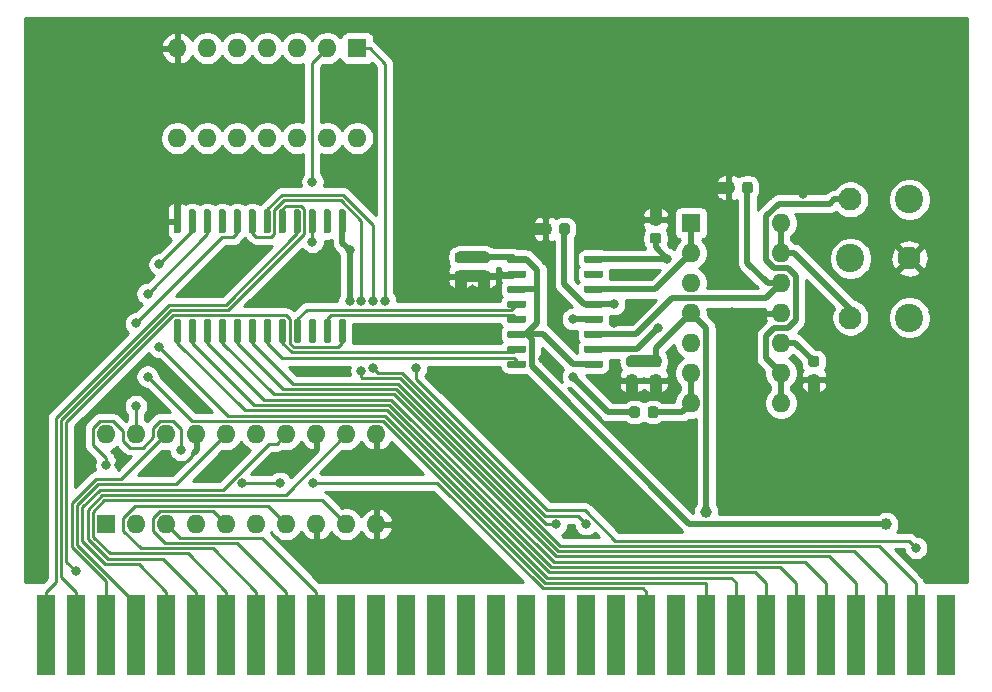
<source format=gbr>
G04 #@! TF.GenerationSoftware,KiCad,Pcbnew,(5.1.5)-3*
G04 #@! TF.CreationDate,2021-10-03T17:07:44+03:00*
G04 #@! TF.ProjectId,OPL3,4f504c33-2e6b-4696-9361-645f70636258,rev?*
G04 #@! TF.SameCoordinates,Original*
G04 #@! TF.FileFunction,Copper,L1,Top*
G04 #@! TF.FilePolarity,Positive*
%FSLAX46Y46*%
G04 Gerber Fmt 4.6, Leading zero omitted, Abs format (unit mm)*
G04 Created by KiCad (PCBNEW (5.1.5)-3) date 2021-10-03 17:07:44*
%MOMM*%
%LPD*%
G04 APERTURE LIST*
%ADD10O,1.600000X1.600000*%
%ADD11R,1.600000X1.600000*%
%ADD12C,2.400000*%
%ADD13C,1.950000*%
%ADD14C,0.100000*%
%ADD15R,1.524000X6.858000*%
%ADD16C,0.800000*%
%ADD17C,1.000000*%
%ADD18C,0.250000*%
%ADD19C,0.500000*%
%ADD20C,1.000000*%
%ADD21C,0.254000*%
G04 APERTURE END LIST*
D10*
X128250000Y-78320000D03*
X113010000Y-70700000D03*
X125710000Y-78320000D03*
X115550000Y-70700000D03*
X123170000Y-78320000D03*
X118090000Y-70700000D03*
X120630000Y-78320000D03*
X120630000Y-70700000D03*
X118090000Y-78320000D03*
X123170000Y-70700000D03*
X115550000Y-78320000D03*
X125710000Y-70700000D03*
X113010000Y-78320000D03*
D11*
X128250000Y-70700000D03*
D10*
X107000000Y-103380000D03*
X129860000Y-111000000D03*
X109540000Y-103380000D03*
X127320000Y-111000000D03*
X112080000Y-103380000D03*
X124780000Y-111000000D03*
X114620000Y-103380000D03*
X122240000Y-111000000D03*
X117160000Y-103380000D03*
X119700000Y-111000000D03*
X119700000Y-103380000D03*
X117160000Y-111000000D03*
X122240000Y-103380000D03*
X114620000Y-111000000D03*
X124780000Y-103380000D03*
X112080000Y-111000000D03*
X127320000Y-103380000D03*
X109540000Y-111000000D03*
X129860000Y-103380000D03*
D11*
X107000000Y-111000000D03*
D12*
X170000000Y-88500000D03*
X175000000Y-83500000D03*
X175000000Y-93500000D03*
D13*
X170000000Y-93500000D03*
X170000000Y-83500000D03*
X175000000Y-88500000D03*
D10*
X164120000Y-85500000D03*
X156500000Y-100740000D03*
X164120000Y-88040000D03*
X156500000Y-98200000D03*
X164120000Y-90580000D03*
X156500000Y-95660000D03*
X164120000Y-93120000D03*
X156500000Y-93120000D03*
X164120000Y-95660000D03*
X156500000Y-90580000D03*
X164120000Y-98200000D03*
X156500000Y-88040000D03*
X164120000Y-100740000D03*
D11*
X156500000Y-85500000D03*
G04 #@! TA.AperFunction,SMDPad,CuDef*
D14*
G36*
X127135977Y-93650662D02*
G01*
X127149325Y-93652642D01*
X127162414Y-93655921D01*
X127175119Y-93660467D01*
X127187317Y-93666236D01*
X127198891Y-93673173D01*
X127209729Y-93681211D01*
X127219727Y-93690273D01*
X127228789Y-93700271D01*
X127236827Y-93711109D01*
X127243764Y-93722683D01*
X127249533Y-93734881D01*
X127254079Y-93747586D01*
X127257358Y-93760675D01*
X127259338Y-93774023D01*
X127260000Y-93787500D01*
X127260000Y-95512500D01*
X127259338Y-95525977D01*
X127257358Y-95539325D01*
X127254079Y-95552414D01*
X127249533Y-95565119D01*
X127243764Y-95577317D01*
X127236827Y-95588891D01*
X127228789Y-95599729D01*
X127219727Y-95609727D01*
X127209729Y-95618789D01*
X127198891Y-95626827D01*
X127187317Y-95633764D01*
X127175119Y-95639533D01*
X127162414Y-95644079D01*
X127149325Y-95647358D01*
X127135977Y-95649338D01*
X127122500Y-95650000D01*
X126847500Y-95650000D01*
X126834023Y-95649338D01*
X126820675Y-95647358D01*
X126807586Y-95644079D01*
X126794881Y-95639533D01*
X126782683Y-95633764D01*
X126771109Y-95626827D01*
X126760271Y-95618789D01*
X126750273Y-95609727D01*
X126741211Y-95599729D01*
X126733173Y-95588891D01*
X126726236Y-95577317D01*
X126720467Y-95565119D01*
X126715921Y-95552414D01*
X126712642Y-95539325D01*
X126710662Y-95525977D01*
X126710000Y-95512500D01*
X126710000Y-93787500D01*
X126710662Y-93774023D01*
X126712642Y-93760675D01*
X126715921Y-93747586D01*
X126720467Y-93734881D01*
X126726236Y-93722683D01*
X126733173Y-93711109D01*
X126741211Y-93700271D01*
X126750273Y-93690273D01*
X126760271Y-93681211D01*
X126771109Y-93673173D01*
X126782683Y-93666236D01*
X126794881Y-93660467D01*
X126807586Y-93655921D01*
X126820675Y-93652642D01*
X126834023Y-93650662D01*
X126847500Y-93650000D01*
X127122500Y-93650000D01*
X127135977Y-93650662D01*
G37*
G04 #@! TD.AperFunction*
G04 #@! TA.AperFunction,SMDPad,CuDef*
G36*
X125865977Y-93650662D02*
G01*
X125879325Y-93652642D01*
X125892414Y-93655921D01*
X125905119Y-93660467D01*
X125917317Y-93666236D01*
X125928891Y-93673173D01*
X125939729Y-93681211D01*
X125949727Y-93690273D01*
X125958789Y-93700271D01*
X125966827Y-93711109D01*
X125973764Y-93722683D01*
X125979533Y-93734881D01*
X125984079Y-93747586D01*
X125987358Y-93760675D01*
X125989338Y-93774023D01*
X125990000Y-93787500D01*
X125990000Y-95512500D01*
X125989338Y-95525977D01*
X125987358Y-95539325D01*
X125984079Y-95552414D01*
X125979533Y-95565119D01*
X125973764Y-95577317D01*
X125966827Y-95588891D01*
X125958789Y-95599729D01*
X125949727Y-95609727D01*
X125939729Y-95618789D01*
X125928891Y-95626827D01*
X125917317Y-95633764D01*
X125905119Y-95639533D01*
X125892414Y-95644079D01*
X125879325Y-95647358D01*
X125865977Y-95649338D01*
X125852500Y-95650000D01*
X125577500Y-95650000D01*
X125564023Y-95649338D01*
X125550675Y-95647358D01*
X125537586Y-95644079D01*
X125524881Y-95639533D01*
X125512683Y-95633764D01*
X125501109Y-95626827D01*
X125490271Y-95618789D01*
X125480273Y-95609727D01*
X125471211Y-95599729D01*
X125463173Y-95588891D01*
X125456236Y-95577317D01*
X125450467Y-95565119D01*
X125445921Y-95552414D01*
X125442642Y-95539325D01*
X125440662Y-95525977D01*
X125440000Y-95512500D01*
X125440000Y-93787500D01*
X125440662Y-93774023D01*
X125442642Y-93760675D01*
X125445921Y-93747586D01*
X125450467Y-93734881D01*
X125456236Y-93722683D01*
X125463173Y-93711109D01*
X125471211Y-93700271D01*
X125480273Y-93690273D01*
X125490271Y-93681211D01*
X125501109Y-93673173D01*
X125512683Y-93666236D01*
X125524881Y-93660467D01*
X125537586Y-93655921D01*
X125550675Y-93652642D01*
X125564023Y-93650662D01*
X125577500Y-93650000D01*
X125852500Y-93650000D01*
X125865977Y-93650662D01*
G37*
G04 #@! TD.AperFunction*
G04 #@! TA.AperFunction,SMDPad,CuDef*
G36*
X124595977Y-93650662D02*
G01*
X124609325Y-93652642D01*
X124622414Y-93655921D01*
X124635119Y-93660467D01*
X124647317Y-93666236D01*
X124658891Y-93673173D01*
X124669729Y-93681211D01*
X124679727Y-93690273D01*
X124688789Y-93700271D01*
X124696827Y-93711109D01*
X124703764Y-93722683D01*
X124709533Y-93734881D01*
X124714079Y-93747586D01*
X124717358Y-93760675D01*
X124719338Y-93774023D01*
X124720000Y-93787500D01*
X124720000Y-95512500D01*
X124719338Y-95525977D01*
X124717358Y-95539325D01*
X124714079Y-95552414D01*
X124709533Y-95565119D01*
X124703764Y-95577317D01*
X124696827Y-95588891D01*
X124688789Y-95599729D01*
X124679727Y-95609727D01*
X124669729Y-95618789D01*
X124658891Y-95626827D01*
X124647317Y-95633764D01*
X124635119Y-95639533D01*
X124622414Y-95644079D01*
X124609325Y-95647358D01*
X124595977Y-95649338D01*
X124582500Y-95650000D01*
X124307500Y-95650000D01*
X124294023Y-95649338D01*
X124280675Y-95647358D01*
X124267586Y-95644079D01*
X124254881Y-95639533D01*
X124242683Y-95633764D01*
X124231109Y-95626827D01*
X124220271Y-95618789D01*
X124210273Y-95609727D01*
X124201211Y-95599729D01*
X124193173Y-95588891D01*
X124186236Y-95577317D01*
X124180467Y-95565119D01*
X124175921Y-95552414D01*
X124172642Y-95539325D01*
X124170662Y-95525977D01*
X124170000Y-95512500D01*
X124170000Y-93787500D01*
X124170662Y-93774023D01*
X124172642Y-93760675D01*
X124175921Y-93747586D01*
X124180467Y-93734881D01*
X124186236Y-93722683D01*
X124193173Y-93711109D01*
X124201211Y-93700271D01*
X124210273Y-93690273D01*
X124220271Y-93681211D01*
X124231109Y-93673173D01*
X124242683Y-93666236D01*
X124254881Y-93660467D01*
X124267586Y-93655921D01*
X124280675Y-93652642D01*
X124294023Y-93650662D01*
X124307500Y-93650000D01*
X124582500Y-93650000D01*
X124595977Y-93650662D01*
G37*
G04 #@! TD.AperFunction*
G04 #@! TA.AperFunction,SMDPad,CuDef*
G36*
X123325977Y-93650662D02*
G01*
X123339325Y-93652642D01*
X123352414Y-93655921D01*
X123365119Y-93660467D01*
X123377317Y-93666236D01*
X123388891Y-93673173D01*
X123399729Y-93681211D01*
X123409727Y-93690273D01*
X123418789Y-93700271D01*
X123426827Y-93711109D01*
X123433764Y-93722683D01*
X123439533Y-93734881D01*
X123444079Y-93747586D01*
X123447358Y-93760675D01*
X123449338Y-93774023D01*
X123450000Y-93787500D01*
X123450000Y-95512500D01*
X123449338Y-95525977D01*
X123447358Y-95539325D01*
X123444079Y-95552414D01*
X123439533Y-95565119D01*
X123433764Y-95577317D01*
X123426827Y-95588891D01*
X123418789Y-95599729D01*
X123409727Y-95609727D01*
X123399729Y-95618789D01*
X123388891Y-95626827D01*
X123377317Y-95633764D01*
X123365119Y-95639533D01*
X123352414Y-95644079D01*
X123339325Y-95647358D01*
X123325977Y-95649338D01*
X123312500Y-95650000D01*
X123037500Y-95650000D01*
X123024023Y-95649338D01*
X123010675Y-95647358D01*
X122997586Y-95644079D01*
X122984881Y-95639533D01*
X122972683Y-95633764D01*
X122961109Y-95626827D01*
X122950271Y-95618789D01*
X122940273Y-95609727D01*
X122931211Y-95599729D01*
X122923173Y-95588891D01*
X122916236Y-95577317D01*
X122910467Y-95565119D01*
X122905921Y-95552414D01*
X122902642Y-95539325D01*
X122900662Y-95525977D01*
X122900000Y-95512500D01*
X122900000Y-93787500D01*
X122900662Y-93774023D01*
X122902642Y-93760675D01*
X122905921Y-93747586D01*
X122910467Y-93734881D01*
X122916236Y-93722683D01*
X122923173Y-93711109D01*
X122931211Y-93700271D01*
X122940273Y-93690273D01*
X122950271Y-93681211D01*
X122961109Y-93673173D01*
X122972683Y-93666236D01*
X122984881Y-93660467D01*
X122997586Y-93655921D01*
X123010675Y-93652642D01*
X123024023Y-93650662D01*
X123037500Y-93650000D01*
X123312500Y-93650000D01*
X123325977Y-93650662D01*
G37*
G04 #@! TD.AperFunction*
G04 #@! TA.AperFunction,SMDPad,CuDef*
G36*
X122055977Y-93650662D02*
G01*
X122069325Y-93652642D01*
X122082414Y-93655921D01*
X122095119Y-93660467D01*
X122107317Y-93666236D01*
X122118891Y-93673173D01*
X122129729Y-93681211D01*
X122139727Y-93690273D01*
X122148789Y-93700271D01*
X122156827Y-93711109D01*
X122163764Y-93722683D01*
X122169533Y-93734881D01*
X122174079Y-93747586D01*
X122177358Y-93760675D01*
X122179338Y-93774023D01*
X122180000Y-93787500D01*
X122180000Y-95512500D01*
X122179338Y-95525977D01*
X122177358Y-95539325D01*
X122174079Y-95552414D01*
X122169533Y-95565119D01*
X122163764Y-95577317D01*
X122156827Y-95588891D01*
X122148789Y-95599729D01*
X122139727Y-95609727D01*
X122129729Y-95618789D01*
X122118891Y-95626827D01*
X122107317Y-95633764D01*
X122095119Y-95639533D01*
X122082414Y-95644079D01*
X122069325Y-95647358D01*
X122055977Y-95649338D01*
X122042500Y-95650000D01*
X121767500Y-95650000D01*
X121754023Y-95649338D01*
X121740675Y-95647358D01*
X121727586Y-95644079D01*
X121714881Y-95639533D01*
X121702683Y-95633764D01*
X121691109Y-95626827D01*
X121680271Y-95618789D01*
X121670273Y-95609727D01*
X121661211Y-95599729D01*
X121653173Y-95588891D01*
X121646236Y-95577317D01*
X121640467Y-95565119D01*
X121635921Y-95552414D01*
X121632642Y-95539325D01*
X121630662Y-95525977D01*
X121630000Y-95512500D01*
X121630000Y-93787500D01*
X121630662Y-93774023D01*
X121632642Y-93760675D01*
X121635921Y-93747586D01*
X121640467Y-93734881D01*
X121646236Y-93722683D01*
X121653173Y-93711109D01*
X121661211Y-93700271D01*
X121670273Y-93690273D01*
X121680271Y-93681211D01*
X121691109Y-93673173D01*
X121702683Y-93666236D01*
X121714881Y-93660467D01*
X121727586Y-93655921D01*
X121740675Y-93652642D01*
X121754023Y-93650662D01*
X121767500Y-93650000D01*
X122042500Y-93650000D01*
X122055977Y-93650662D01*
G37*
G04 #@! TD.AperFunction*
G04 #@! TA.AperFunction,SMDPad,CuDef*
G36*
X120785977Y-93650662D02*
G01*
X120799325Y-93652642D01*
X120812414Y-93655921D01*
X120825119Y-93660467D01*
X120837317Y-93666236D01*
X120848891Y-93673173D01*
X120859729Y-93681211D01*
X120869727Y-93690273D01*
X120878789Y-93700271D01*
X120886827Y-93711109D01*
X120893764Y-93722683D01*
X120899533Y-93734881D01*
X120904079Y-93747586D01*
X120907358Y-93760675D01*
X120909338Y-93774023D01*
X120910000Y-93787500D01*
X120910000Y-95512500D01*
X120909338Y-95525977D01*
X120907358Y-95539325D01*
X120904079Y-95552414D01*
X120899533Y-95565119D01*
X120893764Y-95577317D01*
X120886827Y-95588891D01*
X120878789Y-95599729D01*
X120869727Y-95609727D01*
X120859729Y-95618789D01*
X120848891Y-95626827D01*
X120837317Y-95633764D01*
X120825119Y-95639533D01*
X120812414Y-95644079D01*
X120799325Y-95647358D01*
X120785977Y-95649338D01*
X120772500Y-95650000D01*
X120497500Y-95650000D01*
X120484023Y-95649338D01*
X120470675Y-95647358D01*
X120457586Y-95644079D01*
X120444881Y-95639533D01*
X120432683Y-95633764D01*
X120421109Y-95626827D01*
X120410271Y-95618789D01*
X120400273Y-95609727D01*
X120391211Y-95599729D01*
X120383173Y-95588891D01*
X120376236Y-95577317D01*
X120370467Y-95565119D01*
X120365921Y-95552414D01*
X120362642Y-95539325D01*
X120360662Y-95525977D01*
X120360000Y-95512500D01*
X120360000Y-93787500D01*
X120360662Y-93774023D01*
X120362642Y-93760675D01*
X120365921Y-93747586D01*
X120370467Y-93734881D01*
X120376236Y-93722683D01*
X120383173Y-93711109D01*
X120391211Y-93700271D01*
X120400273Y-93690273D01*
X120410271Y-93681211D01*
X120421109Y-93673173D01*
X120432683Y-93666236D01*
X120444881Y-93660467D01*
X120457586Y-93655921D01*
X120470675Y-93652642D01*
X120484023Y-93650662D01*
X120497500Y-93650000D01*
X120772500Y-93650000D01*
X120785977Y-93650662D01*
G37*
G04 #@! TD.AperFunction*
G04 #@! TA.AperFunction,SMDPad,CuDef*
G36*
X119515977Y-93650662D02*
G01*
X119529325Y-93652642D01*
X119542414Y-93655921D01*
X119555119Y-93660467D01*
X119567317Y-93666236D01*
X119578891Y-93673173D01*
X119589729Y-93681211D01*
X119599727Y-93690273D01*
X119608789Y-93700271D01*
X119616827Y-93711109D01*
X119623764Y-93722683D01*
X119629533Y-93734881D01*
X119634079Y-93747586D01*
X119637358Y-93760675D01*
X119639338Y-93774023D01*
X119640000Y-93787500D01*
X119640000Y-95512500D01*
X119639338Y-95525977D01*
X119637358Y-95539325D01*
X119634079Y-95552414D01*
X119629533Y-95565119D01*
X119623764Y-95577317D01*
X119616827Y-95588891D01*
X119608789Y-95599729D01*
X119599727Y-95609727D01*
X119589729Y-95618789D01*
X119578891Y-95626827D01*
X119567317Y-95633764D01*
X119555119Y-95639533D01*
X119542414Y-95644079D01*
X119529325Y-95647358D01*
X119515977Y-95649338D01*
X119502500Y-95650000D01*
X119227500Y-95650000D01*
X119214023Y-95649338D01*
X119200675Y-95647358D01*
X119187586Y-95644079D01*
X119174881Y-95639533D01*
X119162683Y-95633764D01*
X119151109Y-95626827D01*
X119140271Y-95618789D01*
X119130273Y-95609727D01*
X119121211Y-95599729D01*
X119113173Y-95588891D01*
X119106236Y-95577317D01*
X119100467Y-95565119D01*
X119095921Y-95552414D01*
X119092642Y-95539325D01*
X119090662Y-95525977D01*
X119090000Y-95512500D01*
X119090000Y-93787500D01*
X119090662Y-93774023D01*
X119092642Y-93760675D01*
X119095921Y-93747586D01*
X119100467Y-93734881D01*
X119106236Y-93722683D01*
X119113173Y-93711109D01*
X119121211Y-93700271D01*
X119130273Y-93690273D01*
X119140271Y-93681211D01*
X119151109Y-93673173D01*
X119162683Y-93666236D01*
X119174881Y-93660467D01*
X119187586Y-93655921D01*
X119200675Y-93652642D01*
X119214023Y-93650662D01*
X119227500Y-93650000D01*
X119502500Y-93650000D01*
X119515977Y-93650662D01*
G37*
G04 #@! TD.AperFunction*
G04 #@! TA.AperFunction,SMDPad,CuDef*
G36*
X118245977Y-93650662D02*
G01*
X118259325Y-93652642D01*
X118272414Y-93655921D01*
X118285119Y-93660467D01*
X118297317Y-93666236D01*
X118308891Y-93673173D01*
X118319729Y-93681211D01*
X118329727Y-93690273D01*
X118338789Y-93700271D01*
X118346827Y-93711109D01*
X118353764Y-93722683D01*
X118359533Y-93734881D01*
X118364079Y-93747586D01*
X118367358Y-93760675D01*
X118369338Y-93774023D01*
X118370000Y-93787500D01*
X118370000Y-95512500D01*
X118369338Y-95525977D01*
X118367358Y-95539325D01*
X118364079Y-95552414D01*
X118359533Y-95565119D01*
X118353764Y-95577317D01*
X118346827Y-95588891D01*
X118338789Y-95599729D01*
X118329727Y-95609727D01*
X118319729Y-95618789D01*
X118308891Y-95626827D01*
X118297317Y-95633764D01*
X118285119Y-95639533D01*
X118272414Y-95644079D01*
X118259325Y-95647358D01*
X118245977Y-95649338D01*
X118232500Y-95650000D01*
X117957500Y-95650000D01*
X117944023Y-95649338D01*
X117930675Y-95647358D01*
X117917586Y-95644079D01*
X117904881Y-95639533D01*
X117892683Y-95633764D01*
X117881109Y-95626827D01*
X117870271Y-95618789D01*
X117860273Y-95609727D01*
X117851211Y-95599729D01*
X117843173Y-95588891D01*
X117836236Y-95577317D01*
X117830467Y-95565119D01*
X117825921Y-95552414D01*
X117822642Y-95539325D01*
X117820662Y-95525977D01*
X117820000Y-95512500D01*
X117820000Y-93787500D01*
X117820662Y-93774023D01*
X117822642Y-93760675D01*
X117825921Y-93747586D01*
X117830467Y-93734881D01*
X117836236Y-93722683D01*
X117843173Y-93711109D01*
X117851211Y-93700271D01*
X117860273Y-93690273D01*
X117870271Y-93681211D01*
X117881109Y-93673173D01*
X117892683Y-93666236D01*
X117904881Y-93660467D01*
X117917586Y-93655921D01*
X117930675Y-93652642D01*
X117944023Y-93650662D01*
X117957500Y-93650000D01*
X118232500Y-93650000D01*
X118245977Y-93650662D01*
G37*
G04 #@! TD.AperFunction*
G04 #@! TA.AperFunction,SMDPad,CuDef*
G36*
X116975977Y-93650662D02*
G01*
X116989325Y-93652642D01*
X117002414Y-93655921D01*
X117015119Y-93660467D01*
X117027317Y-93666236D01*
X117038891Y-93673173D01*
X117049729Y-93681211D01*
X117059727Y-93690273D01*
X117068789Y-93700271D01*
X117076827Y-93711109D01*
X117083764Y-93722683D01*
X117089533Y-93734881D01*
X117094079Y-93747586D01*
X117097358Y-93760675D01*
X117099338Y-93774023D01*
X117100000Y-93787500D01*
X117100000Y-95512500D01*
X117099338Y-95525977D01*
X117097358Y-95539325D01*
X117094079Y-95552414D01*
X117089533Y-95565119D01*
X117083764Y-95577317D01*
X117076827Y-95588891D01*
X117068789Y-95599729D01*
X117059727Y-95609727D01*
X117049729Y-95618789D01*
X117038891Y-95626827D01*
X117027317Y-95633764D01*
X117015119Y-95639533D01*
X117002414Y-95644079D01*
X116989325Y-95647358D01*
X116975977Y-95649338D01*
X116962500Y-95650000D01*
X116687500Y-95650000D01*
X116674023Y-95649338D01*
X116660675Y-95647358D01*
X116647586Y-95644079D01*
X116634881Y-95639533D01*
X116622683Y-95633764D01*
X116611109Y-95626827D01*
X116600271Y-95618789D01*
X116590273Y-95609727D01*
X116581211Y-95599729D01*
X116573173Y-95588891D01*
X116566236Y-95577317D01*
X116560467Y-95565119D01*
X116555921Y-95552414D01*
X116552642Y-95539325D01*
X116550662Y-95525977D01*
X116550000Y-95512500D01*
X116550000Y-93787500D01*
X116550662Y-93774023D01*
X116552642Y-93760675D01*
X116555921Y-93747586D01*
X116560467Y-93734881D01*
X116566236Y-93722683D01*
X116573173Y-93711109D01*
X116581211Y-93700271D01*
X116590273Y-93690273D01*
X116600271Y-93681211D01*
X116611109Y-93673173D01*
X116622683Y-93666236D01*
X116634881Y-93660467D01*
X116647586Y-93655921D01*
X116660675Y-93652642D01*
X116674023Y-93650662D01*
X116687500Y-93650000D01*
X116962500Y-93650000D01*
X116975977Y-93650662D01*
G37*
G04 #@! TD.AperFunction*
G04 #@! TA.AperFunction,SMDPad,CuDef*
G36*
X115705977Y-93650662D02*
G01*
X115719325Y-93652642D01*
X115732414Y-93655921D01*
X115745119Y-93660467D01*
X115757317Y-93666236D01*
X115768891Y-93673173D01*
X115779729Y-93681211D01*
X115789727Y-93690273D01*
X115798789Y-93700271D01*
X115806827Y-93711109D01*
X115813764Y-93722683D01*
X115819533Y-93734881D01*
X115824079Y-93747586D01*
X115827358Y-93760675D01*
X115829338Y-93774023D01*
X115830000Y-93787500D01*
X115830000Y-95512500D01*
X115829338Y-95525977D01*
X115827358Y-95539325D01*
X115824079Y-95552414D01*
X115819533Y-95565119D01*
X115813764Y-95577317D01*
X115806827Y-95588891D01*
X115798789Y-95599729D01*
X115789727Y-95609727D01*
X115779729Y-95618789D01*
X115768891Y-95626827D01*
X115757317Y-95633764D01*
X115745119Y-95639533D01*
X115732414Y-95644079D01*
X115719325Y-95647358D01*
X115705977Y-95649338D01*
X115692500Y-95650000D01*
X115417500Y-95650000D01*
X115404023Y-95649338D01*
X115390675Y-95647358D01*
X115377586Y-95644079D01*
X115364881Y-95639533D01*
X115352683Y-95633764D01*
X115341109Y-95626827D01*
X115330271Y-95618789D01*
X115320273Y-95609727D01*
X115311211Y-95599729D01*
X115303173Y-95588891D01*
X115296236Y-95577317D01*
X115290467Y-95565119D01*
X115285921Y-95552414D01*
X115282642Y-95539325D01*
X115280662Y-95525977D01*
X115280000Y-95512500D01*
X115280000Y-93787500D01*
X115280662Y-93774023D01*
X115282642Y-93760675D01*
X115285921Y-93747586D01*
X115290467Y-93734881D01*
X115296236Y-93722683D01*
X115303173Y-93711109D01*
X115311211Y-93700271D01*
X115320273Y-93690273D01*
X115330271Y-93681211D01*
X115341109Y-93673173D01*
X115352683Y-93666236D01*
X115364881Y-93660467D01*
X115377586Y-93655921D01*
X115390675Y-93652642D01*
X115404023Y-93650662D01*
X115417500Y-93650000D01*
X115692500Y-93650000D01*
X115705977Y-93650662D01*
G37*
G04 #@! TD.AperFunction*
G04 #@! TA.AperFunction,SMDPad,CuDef*
G36*
X114435977Y-93650662D02*
G01*
X114449325Y-93652642D01*
X114462414Y-93655921D01*
X114475119Y-93660467D01*
X114487317Y-93666236D01*
X114498891Y-93673173D01*
X114509729Y-93681211D01*
X114519727Y-93690273D01*
X114528789Y-93700271D01*
X114536827Y-93711109D01*
X114543764Y-93722683D01*
X114549533Y-93734881D01*
X114554079Y-93747586D01*
X114557358Y-93760675D01*
X114559338Y-93774023D01*
X114560000Y-93787500D01*
X114560000Y-95512500D01*
X114559338Y-95525977D01*
X114557358Y-95539325D01*
X114554079Y-95552414D01*
X114549533Y-95565119D01*
X114543764Y-95577317D01*
X114536827Y-95588891D01*
X114528789Y-95599729D01*
X114519727Y-95609727D01*
X114509729Y-95618789D01*
X114498891Y-95626827D01*
X114487317Y-95633764D01*
X114475119Y-95639533D01*
X114462414Y-95644079D01*
X114449325Y-95647358D01*
X114435977Y-95649338D01*
X114422500Y-95650000D01*
X114147500Y-95650000D01*
X114134023Y-95649338D01*
X114120675Y-95647358D01*
X114107586Y-95644079D01*
X114094881Y-95639533D01*
X114082683Y-95633764D01*
X114071109Y-95626827D01*
X114060271Y-95618789D01*
X114050273Y-95609727D01*
X114041211Y-95599729D01*
X114033173Y-95588891D01*
X114026236Y-95577317D01*
X114020467Y-95565119D01*
X114015921Y-95552414D01*
X114012642Y-95539325D01*
X114010662Y-95525977D01*
X114010000Y-95512500D01*
X114010000Y-93787500D01*
X114010662Y-93774023D01*
X114012642Y-93760675D01*
X114015921Y-93747586D01*
X114020467Y-93734881D01*
X114026236Y-93722683D01*
X114033173Y-93711109D01*
X114041211Y-93700271D01*
X114050273Y-93690273D01*
X114060271Y-93681211D01*
X114071109Y-93673173D01*
X114082683Y-93666236D01*
X114094881Y-93660467D01*
X114107586Y-93655921D01*
X114120675Y-93652642D01*
X114134023Y-93650662D01*
X114147500Y-93650000D01*
X114422500Y-93650000D01*
X114435977Y-93650662D01*
G37*
G04 #@! TD.AperFunction*
G04 #@! TA.AperFunction,SMDPad,CuDef*
G36*
X113165977Y-93650662D02*
G01*
X113179325Y-93652642D01*
X113192414Y-93655921D01*
X113205119Y-93660467D01*
X113217317Y-93666236D01*
X113228891Y-93673173D01*
X113239729Y-93681211D01*
X113249727Y-93690273D01*
X113258789Y-93700271D01*
X113266827Y-93711109D01*
X113273764Y-93722683D01*
X113279533Y-93734881D01*
X113284079Y-93747586D01*
X113287358Y-93760675D01*
X113289338Y-93774023D01*
X113290000Y-93787500D01*
X113290000Y-95512500D01*
X113289338Y-95525977D01*
X113287358Y-95539325D01*
X113284079Y-95552414D01*
X113279533Y-95565119D01*
X113273764Y-95577317D01*
X113266827Y-95588891D01*
X113258789Y-95599729D01*
X113249727Y-95609727D01*
X113239729Y-95618789D01*
X113228891Y-95626827D01*
X113217317Y-95633764D01*
X113205119Y-95639533D01*
X113192414Y-95644079D01*
X113179325Y-95647358D01*
X113165977Y-95649338D01*
X113152500Y-95650000D01*
X112877500Y-95650000D01*
X112864023Y-95649338D01*
X112850675Y-95647358D01*
X112837586Y-95644079D01*
X112824881Y-95639533D01*
X112812683Y-95633764D01*
X112801109Y-95626827D01*
X112790271Y-95618789D01*
X112780273Y-95609727D01*
X112771211Y-95599729D01*
X112763173Y-95588891D01*
X112756236Y-95577317D01*
X112750467Y-95565119D01*
X112745921Y-95552414D01*
X112742642Y-95539325D01*
X112740662Y-95525977D01*
X112740000Y-95512500D01*
X112740000Y-93787500D01*
X112740662Y-93774023D01*
X112742642Y-93760675D01*
X112745921Y-93747586D01*
X112750467Y-93734881D01*
X112756236Y-93722683D01*
X112763173Y-93711109D01*
X112771211Y-93700271D01*
X112780273Y-93690273D01*
X112790271Y-93681211D01*
X112801109Y-93673173D01*
X112812683Y-93666236D01*
X112824881Y-93660467D01*
X112837586Y-93655921D01*
X112850675Y-93652642D01*
X112864023Y-93650662D01*
X112877500Y-93650000D01*
X113152500Y-93650000D01*
X113165977Y-93650662D01*
G37*
G04 #@! TD.AperFunction*
G04 #@! TA.AperFunction,SMDPad,CuDef*
G36*
X113165977Y-84350662D02*
G01*
X113179325Y-84352642D01*
X113192414Y-84355921D01*
X113205119Y-84360467D01*
X113217317Y-84366236D01*
X113228891Y-84373173D01*
X113239729Y-84381211D01*
X113249727Y-84390273D01*
X113258789Y-84400271D01*
X113266827Y-84411109D01*
X113273764Y-84422683D01*
X113279533Y-84434881D01*
X113284079Y-84447586D01*
X113287358Y-84460675D01*
X113289338Y-84474023D01*
X113290000Y-84487500D01*
X113290000Y-86212500D01*
X113289338Y-86225977D01*
X113287358Y-86239325D01*
X113284079Y-86252414D01*
X113279533Y-86265119D01*
X113273764Y-86277317D01*
X113266827Y-86288891D01*
X113258789Y-86299729D01*
X113249727Y-86309727D01*
X113239729Y-86318789D01*
X113228891Y-86326827D01*
X113217317Y-86333764D01*
X113205119Y-86339533D01*
X113192414Y-86344079D01*
X113179325Y-86347358D01*
X113165977Y-86349338D01*
X113152500Y-86350000D01*
X112877500Y-86350000D01*
X112864023Y-86349338D01*
X112850675Y-86347358D01*
X112837586Y-86344079D01*
X112824881Y-86339533D01*
X112812683Y-86333764D01*
X112801109Y-86326827D01*
X112790271Y-86318789D01*
X112780273Y-86309727D01*
X112771211Y-86299729D01*
X112763173Y-86288891D01*
X112756236Y-86277317D01*
X112750467Y-86265119D01*
X112745921Y-86252414D01*
X112742642Y-86239325D01*
X112740662Y-86225977D01*
X112740000Y-86212500D01*
X112740000Y-84487500D01*
X112740662Y-84474023D01*
X112742642Y-84460675D01*
X112745921Y-84447586D01*
X112750467Y-84434881D01*
X112756236Y-84422683D01*
X112763173Y-84411109D01*
X112771211Y-84400271D01*
X112780273Y-84390273D01*
X112790271Y-84381211D01*
X112801109Y-84373173D01*
X112812683Y-84366236D01*
X112824881Y-84360467D01*
X112837586Y-84355921D01*
X112850675Y-84352642D01*
X112864023Y-84350662D01*
X112877500Y-84350000D01*
X113152500Y-84350000D01*
X113165977Y-84350662D01*
G37*
G04 #@! TD.AperFunction*
G04 #@! TA.AperFunction,SMDPad,CuDef*
G36*
X114435977Y-84350662D02*
G01*
X114449325Y-84352642D01*
X114462414Y-84355921D01*
X114475119Y-84360467D01*
X114487317Y-84366236D01*
X114498891Y-84373173D01*
X114509729Y-84381211D01*
X114519727Y-84390273D01*
X114528789Y-84400271D01*
X114536827Y-84411109D01*
X114543764Y-84422683D01*
X114549533Y-84434881D01*
X114554079Y-84447586D01*
X114557358Y-84460675D01*
X114559338Y-84474023D01*
X114560000Y-84487500D01*
X114560000Y-86212500D01*
X114559338Y-86225977D01*
X114557358Y-86239325D01*
X114554079Y-86252414D01*
X114549533Y-86265119D01*
X114543764Y-86277317D01*
X114536827Y-86288891D01*
X114528789Y-86299729D01*
X114519727Y-86309727D01*
X114509729Y-86318789D01*
X114498891Y-86326827D01*
X114487317Y-86333764D01*
X114475119Y-86339533D01*
X114462414Y-86344079D01*
X114449325Y-86347358D01*
X114435977Y-86349338D01*
X114422500Y-86350000D01*
X114147500Y-86350000D01*
X114134023Y-86349338D01*
X114120675Y-86347358D01*
X114107586Y-86344079D01*
X114094881Y-86339533D01*
X114082683Y-86333764D01*
X114071109Y-86326827D01*
X114060271Y-86318789D01*
X114050273Y-86309727D01*
X114041211Y-86299729D01*
X114033173Y-86288891D01*
X114026236Y-86277317D01*
X114020467Y-86265119D01*
X114015921Y-86252414D01*
X114012642Y-86239325D01*
X114010662Y-86225977D01*
X114010000Y-86212500D01*
X114010000Y-84487500D01*
X114010662Y-84474023D01*
X114012642Y-84460675D01*
X114015921Y-84447586D01*
X114020467Y-84434881D01*
X114026236Y-84422683D01*
X114033173Y-84411109D01*
X114041211Y-84400271D01*
X114050273Y-84390273D01*
X114060271Y-84381211D01*
X114071109Y-84373173D01*
X114082683Y-84366236D01*
X114094881Y-84360467D01*
X114107586Y-84355921D01*
X114120675Y-84352642D01*
X114134023Y-84350662D01*
X114147500Y-84350000D01*
X114422500Y-84350000D01*
X114435977Y-84350662D01*
G37*
G04 #@! TD.AperFunction*
G04 #@! TA.AperFunction,SMDPad,CuDef*
G36*
X115705977Y-84350662D02*
G01*
X115719325Y-84352642D01*
X115732414Y-84355921D01*
X115745119Y-84360467D01*
X115757317Y-84366236D01*
X115768891Y-84373173D01*
X115779729Y-84381211D01*
X115789727Y-84390273D01*
X115798789Y-84400271D01*
X115806827Y-84411109D01*
X115813764Y-84422683D01*
X115819533Y-84434881D01*
X115824079Y-84447586D01*
X115827358Y-84460675D01*
X115829338Y-84474023D01*
X115830000Y-84487500D01*
X115830000Y-86212500D01*
X115829338Y-86225977D01*
X115827358Y-86239325D01*
X115824079Y-86252414D01*
X115819533Y-86265119D01*
X115813764Y-86277317D01*
X115806827Y-86288891D01*
X115798789Y-86299729D01*
X115789727Y-86309727D01*
X115779729Y-86318789D01*
X115768891Y-86326827D01*
X115757317Y-86333764D01*
X115745119Y-86339533D01*
X115732414Y-86344079D01*
X115719325Y-86347358D01*
X115705977Y-86349338D01*
X115692500Y-86350000D01*
X115417500Y-86350000D01*
X115404023Y-86349338D01*
X115390675Y-86347358D01*
X115377586Y-86344079D01*
X115364881Y-86339533D01*
X115352683Y-86333764D01*
X115341109Y-86326827D01*
X115330271Y-86318789D01*
X115320273Y-86309727D01*
X115311211Y-86299729D01*
X115303173Y-86288891D01*
X115296236Y-86277317D01*
X115290467Y-86265119D01*
X115285921Y-86252414D01*
X115282642Y-86239325D01*
X115280662Y-86225977D01*
X115280000Y-86212500D01*
X115280000Y-84487500D01*
X115280662Y-84474023D01*
X115282642Y-84460675D01*
X115285921Y-84447586D01*
X115290467Y-84434881D01*
X115296236Y-84422683D01*
X115303173Y-84411109D01*
X115311211Y-84400271D01*
X115320273Y-84390273D01*
X115330271Y-84381211D01*
X115341109Y-84373173D01*
X115352683Y-84366236D01*
X115364881Y-84360467D01*
X115377586Y-84355921D01*
X115390675Y-84352642D01*
X115404023Y-84350662D01*
X115417500Y-84350000D01*
X115692500Y-84350000D01*
X115705977Y-84350662D01*
G37*
G04 #@! TD.AperFunction*
G04 #@! TA.AperFunction,SMDPad,CuDef*
G36*
X116975977Y-84350662D02*
G01*
X116989325Y-84352642D01*
X117002414Y-84355921D01*
X117015119Y-84360467D01*
X117027317Y-84366236D01*
X117038891Y-84373173D01*
X117049729Y-84381211D01*
X117059727Y-84390273D01*
X117068789Y-84400271D01*
X117076827Y-84411109D01*
X117083764Y-84422683D01*
X117089533Y-84434881D01*
X117094079Y-84447586D01*
X117097358Y-84460675D01*
X117099338Y-84474023D01*
X117100000Y-84487500D01*
X117100000Y-86212500D01*
X117099338Y-86225977D01*
X117097358Y-86239325D01*
X117094079Y-86252414D01*
X117089533Y-86265119D01*
X117083764Y-86277317D01*
X117076827Y-86288891D01*
X117068789Y-86299729D01*
X117059727Y-86309727D01*
X117049729Y-86318789D01*
X117038891Y-86326827D01*
X117027317Y-86333764D01*
X117015119Y-86339533D01*
X117002414Y-86344079D01*
X116989325Y-86347358D01*
X116975977Y-86349338D01*
X116962500Y-86350000D01*
X116687500Y-86350000D01*
X116674023Y-86349338D01*
X116660675Y-86347358D01*
X116647586Y-86344079D01*
X116634881Y-86339533D01*
X116622683Y-86333764D01*
X116611109Y-86326827D01*
X116600271Y-86318789D01*
X116590273Y-86309727D01*
X116581211Y-86299729D01*
X116573173Y-86288891D01*
X116566236Y-86277317D01*
X116560467Y-86265119D01*
X116555921Y-86252414D01*
X116552642Y-86239325D01*
X116550662Y-86225977D01*
X116550000Y-86212500D01*
X116550000Y-84487500D01*
X116550662Y-84474023D01*
X116552642Y-84460675D01*
X116555921Y-84447586D01*
X116560467Y-84434881D01*
X116566236Y-84422683D01*
X116573173Y-84411109D01*
X116581211Y-84400271D01*
X116590273Y-84390273D01*
X116600271Y-84381211D01*
X116611109Y-84373173D01*
X116622683Y-84366236D01*
X116634881Y-84360467D01*
X116647586Y-84355921D01*
X116660675Y-84352642D01*
X116674023Y-84350662D01*
X116687500Y-84350000D01*
X116962500Y-84350000D01*
X116975977Y-84350662D01*
G37*
G04 #@! TD.AperFunction*
G04 #@! TA.AperFunction,SMDPad,CuDef*
G36*
X118245977Y-84350662D02*
G01*
X118259325Y-84352642D01*
X118272414Y-84355921D01*
X118285119Y-84360467D01*
X118297317Y-84366236D01*
X118308891Y-84373173D01*
X118319729Y-84381211D01*
X118329727Y-84390273D01*
X118338789Y-84400271D01*
X118346827Y-84411109D01*
X118353764Y-84422683D01*
X118359533Y-84434881D01*
X118364079Y-84447586D01*
X118367358Y-84460675D01*
X118369338Y-84474023D01*
X118370000Y-84487500D01*
X118370000Y-86212500D01*
X118369338Y-86225977D01*
X118367358Y-86239325D01*
X118364079Y-86252414D01*
X118359533Y-86265119D01*
X118353764Y-86277317D01*
X118346827Y-86288891D01*
X118338789Y-86299729D01*
X118329727Y-86309727D01*
X118319729Y-86318789D01*
X118308891Y-86326827D01*
X118297317Y-86333764D01*
X118285119Y-86339533D01*
X118272414Y-86344079D01*
X118259325Y-86347358D01*
X118245977Y-86349338D01*
X118232500Y-86350000D01*
X117957500Y-86350000D01*
X117944023Y-86349338D01*
X117930675Y-86347358D01*
X117917586Y-86344079D01*
X117904881Y-86339533D01*
X117892683Y-86333764D01*
X117881109Y-86326827D01*
X117870271Y-86318789D01*
X117860273Y-86309727D01*
X117851211Y-86299729D01*
X117843173Y-86288891D01*
X117836236Y-86277317D01*
X117830467Y-86265119D01*
X117825921Y-86252414D01*
X117822642Y-86239325D01*
X117820662Y-86225977D01*
X117820000Y-86212500D01*
X117820000Y-84487500D01*
X117820662Y-84474023D01*
X117822642Y-84460675D01*
X117825921Y-84447586D01*
X117830467Y-84434881D01*
X117836236Y-84422683D01*
X117843173Y-84411109D01*
X117851211Y-84400271D01*
X117860273Y-84390273D01*
X117870271Y-84381211D01*
X117881109Y-84373173D01*
X117892683Y-84366236D01*
X117904881Y-84360467D01*
X117917586Y-84355921D01*
X117930675Y-84352642D01*
X117944023Y-84350662D01*
X117957500Y-84350000D01*
X118232500Y-84350000D01*
X118245977Y-84350662D01*
G37*
G04 #@! TD.AperFunction*
G04 #@! TA.AperFunction,SMDPad,CuDef*
G36*
X119515977Y-84350662D02*
G01*
X119529325Y-84352642D01*
X119542414Y-84355921D01*
X119555119Y-84360467D01*
X119567317Y-84366236D01*
X119578891Y-84373173D01*
X119589729Y-84381211D01*
X119599727Y-84390273D01*
X119608789Y-84400271D01*
X119616827Y-84411109D01*
X119623764Y-84422683D01*
X119629533Y-84434881D01*
X119634079Y-84447586D01*
X119637358Y-84460675D01*
X119639338Y-84474023D01*
X119640000Y-84487500D01*
X119640000Y-86212500D01*
X119639338Y-86225977D01*
X119637358Y-86239325D01*
X119634079Y-86252414D01*
X119629533Y-86265119D01*
X119623764Y-86277317D01*
X119616827Y-86288891D01*
X119608789Y-86299729D01*
X119599727Y-86309727D01*
X119589729Y-86318789D01*
X119578891Y-86326827D01*
X119567317Y-86333764D01*
X119555119Y-86339533D01*
X119542414Y-86344079D01*
X119529325Y-86347358D01*
X119515977Y-86349338D01*
X119502500Y-86350000D01*
X119227500Y-86350000D01*
X119214023Y-86349338D01*
X119200675Y-86347358D01*
X119187586Y-86344079D01*
X119174881Y-86339533D01*
X119162683Y-86333764D01*
X119151109Y-86326827D01*
X119140271Y-86318789D01*
X119130273Y-86309727D01*
X119121211Y-86299729D01*
X119113173Y-86288891D01*
X119106236Y-86277317D01*
X119100467Y-86265119D01*
X119095921Y-86252414D01*
X119092642Y-86239325D01*
X119090662Y-86225977D01*
X119090000Y-86212500D01*
X119090000Y-84487500D01*
X119090662Y-84474023D01*
X119092642Y-84460675D01*
X119095921Y-84447586D01*
X119100467Y-84434881D01*
X119106236Y-84422683D01*
X119113173Y-84411109D01*
X119121211Y-84400271D01*
X119130273Y-84390273D01*
X119140271Y-84381211D01*
X119151109Y-84373173D01*
X119162683Y-84366236D01*
X119174881Y-84360467D01*
X119187586Y-84355921D01*
X119200675Y-84352642D01*
X119214023Y-84350662D01*
X119227500Y-84350000D01*
X119502500Y-84350000D01*
X119515977Y-84350662D01*
G37*
G04 #@! TD.AperFunction*
G04 #@! TA.AperFunction,SMDPad,CuDef*
G36*
X120785977Y-84350662D02*
G01*
X120799325Y-84352642D01*
X120812414Y-84355921D01*
X120825119Y-84360467D01*
X120837317Y-84366236D01*
X120848891Y-84373173D01*
X120859729Y-84381211D01*
X120869727Y-84390273D01*
X120878789Y-84400271D01*
X120886827Y-84411109D01*
X120893764Y-84422683D01*
X120899533Y-84434881D01*
X120904079Y-84447586D01*
X120907358Y-84460675D01*
X120909338Y-84474023D01*
X120910000Y-84487500D01*
X120910000Y-86212500D01*
X120909338Y-86225977D01*
X120907358Y-86239325D01*
X120904079Y-86252414D01*
X120899533Y-86265119D01*
X120893764Y-86277317D01*
X120886827Y-86288891D01*
X120878789Y-86299729D01*
X120869727Y-86309727D01*
X120859729Y-86318789D01*
X120848891Y-86326827D01*
X120837317Y-86333764D01*
X120825119Y-86339533D01*
X120812414Y-86344079D01*
X120799325Y-86347358D01*
X120785977Y-86349338D01*
X120772500Y-86350000D01*
X120497500Y-86350000D01*
X120484023Y-86349338D01*
X120470675Y-86347358D01*
X120457586Y-86344079D01*
X120444881Y-86339533D01*
X120432683Y-86333764D01*
X120421109Y-86326827D01*
X120410271Y-86318789D01*
X120400273Y-86309727D01*
X120391211Y-86299729D01*
X120383173Y-86288891D01*
X120376236Y-86277317D01*
X120370467Y-86265119D01*
X120365921Y-86252414D01*
X120362642Y-86239325D01*
X120360662Y-86225977D01*
X120360000Y-86212500D01*
X120360000Y-84487500D01*
X120360662Y-84474023D01*
X120362642Y-84460675D01*
X120365921Y-84447586D01*
X120370467Y-84434881D01*
X120376236Y-84422683D01*
X120383173Y-84411109D01*
X120391211Y-84400271D01*
X120400273Y-84390273D01*
X120410271Y-84381211D01*
X120421109Y-84373173D01*
X120432683Y-84366236D01*
X120444881Y-84360467D01*
X120457586Y-84355921D01*
X120470675Y-84352642D01*
X120484023Y-84350662D01*
X120497500Y-84350000D01*
X120772500Y-84350000D01*
X120785977Y-84350662D01*
G37*
G04 #@! TD.AperFunction*
G04 #@! TA.AperFunction,SMDPad,CuDef*
G36*
X122055977Y-84350662D02*
G01*
X122069325Y-84352642D01*
X122082414Y-84355921D01*
X122095119Y-84360467D01*
X122107317Y-84366236D01*
X122118891Y-84373173D01*
X122129729Y-84381211D01*
X122139727Y-84390273D01*
X122148789Y-84400271D01*
X122156827Y-84411109D01*
X122163764Y-84422683D01*
X122169533Y-84434881D01*
X122174079Y-84447586D01*
X122177358Y-84460675D01*
X122179338Y-84474023D01*
X122180000Y-84487500D01*
X122180000Y-86212500D01*
X122179338Y-86225977D01*
X122177358Y-86239325D01*
X122174079Y-86252414D01*
X122169533Y-86265119D01*
X122163764Y-86277317D01*
X122156827Y-86288891D01*
X122148789Y-86299729D01*
X122139727Y-86309727D01*
X122129729Y-86318789D01*
X122118891Y-86326827D01*
X122107317Y-86333764D01*
X122095119Y-86339533D01*
X122082414Y-86344079D01*
X122069325Y-86347358D01*
X122055977Y-86349338D01*
X122042500Y-86350000D01*
X121767500Y-86350000D01*
X121754023Y-86349338D01*
X121740675Y-86347358D01*
X121727586Y-86344079D01*
X121714881Y-86339533D01*
X121702683Y-86333764D01*
X121691109Y-86326827D01*
X121680271Y-86318789D01*
X121670273Y-86309727D01*
X121661211Y-86299729D01*
X121653173Y-86288891D01*
X121646236Y-86277317D01*
X121640467Y-86265119D01*
X121635921Y-86252414D01*
X121632642Y-86239325D01*
X121630662Y-86225977D01*
X121630000Y-86212500D01*
X121630000Y-84487500D01*
X121630662Y-84474023D01*
X121632642Y-84460675D01*
X121635921Y-84447586D01*
X121640467Y-84434881D01*
X121646236Y-84422683D01*
X121653173Y-84411109D01*
X121661211Y-84400271D01*
X121670273Y-84390273D01*
X121680271Y-84381211D01*
X121691109Y-84373173D01*
X121702683Y-84366236D01*
X121714881Y-84360467D01*
X121727586Y-84355921D01*
X121740675Y-84352642D01*
X121754023Y-84350662D01*
X121767500Y-84350000D01*
X122042500Y-84350000D01*
X122055977Y-84350662D01*
G37*
G04 #@! TD.AperFunction*
G04 #@! TA.AperFunction,SMDPad,CuDef*
G36*
X123325977Y-84350662D02*
G01*
X123339325Y-84352642D01*
X123352414Y-84355921D01*
X123365119Y-84360467D01*
X123377317Y-84366236D01*
X123388891Y-84373173D01*
X123399729Y-84381211D01*
X123409727Y-84390273D01*
X123418789Y-84400271D01*
X123426827Y-84411109D01*
X123433764Y-84422683D01*
X123439533Y-84434881D01*
X123444079Y-84447586D01*
X123447358Y-84460675D01*
X123449338Y-84474023D01*
X123450000Y-84487500D01*
X123450000Y-86212500D01*
X123449338Y-86225977D01*
X123447358Y-86239325D01*
X123444079Y-86252414D01*
X123439533Y-86265119D01*
X123433764Y-86277317D01*
X123426827Y-86288891D01*
X123418789Y-86299729D01*
X123409727Y-86309727D01*
X123399729Y-86318789D01*
X123388891Y-86326827D01*
X123377317Y-86333764D01*
X123365119Y-86339533D01*
X123352414Y-86344079D01*
X123339325Y-86347358D01*
X123325977Y-86349338D01*
X123312500Y-86350000D01*
X123037500Y-86350000D01*
X123024023Y-86349338D01*
X123010675Y-86347358D01*
X122997586Y-86344079D01*
X122984881Y-86339533D01*
X122972683Y-86333764D01*
X122961109Y-86326827D01*
X122950271Y-86318789D01*
X122940273Y-86309727D01*
X122931211Y-86299729D01*
X122923173Y-86288891D01*
X122916236Y-86277317D01*
X122910467Y-86265119D01*
X122905921Y-86252414D01*
X122902642Y-86239325D01*
X122900662Y-86225977D01*
X122900000Y-86212500D01*
X122900000Y-84487500D01*
X122900662Y-84474023D01*
X122902642Y-84460675D01*
X122905921Y-84447586D01*
X122910467Y-84434881D01*
X122916236Y-84422683D01*
X122923173Y-84411109D01*
X122931211Y-84400271D01*
X122940273Y-84390273D01*
X122950271Y-84381211D01*
X122961109Y-84373173D01*
X122972683Y-84366236D01*
X122984881Y-84360467D01*
X122997586Y-84355921D01*
X123010675Y-84352642D01*
X123024023Y-84350662D01*
X123037500Y-84350000D01*
X123312500Y-84350000D01*
X123325977Y-84350662D01*
G37*
G04 #@! TD.AperFunction*
G04 #@! TA.AperFunction,SMDPad,CuDef*
G36*
X124595977Y-84350662D02*
G01*
X124609325Y-84352642D01*
X124622414Y-84355921D01*
X124635119Y-84360467D01*
X124647317Y-84366236D01*
X124658891Y-84373173D01*
X124669729Y-84381211D01*
X124679727Y-84390273D01*
X124688789Y-84400271D01*
X124696827Y-84411109D01*
X124703764Y-84422683D01*
X124709533Y-84434881D01*
X124714079Y-84447586D01*
X124717358Y-84460675D01*
X124719338Y-84474023D01*
X124720000Y-84487500D01*
X124720000Y-86212500D01*
X124719338Y-86225977D01*
X124717358Y-86239325D01*
X124714079Y-86252414D01*
X124709533Y-86265119D01*
X124703764Y-86277317D01*
X124696827Y-86288891D01*
X124688789Y-86299729D01*
X124679727Y-86309727D01*
X124669729Y-86318789D01*
X124658891Y-86326827D01*
X124647317Y-86333764D01*
X124635119Y-86339533D01*
X124622414Y-86344079D01*
X124609325Y-86347358D01*
X124595977Y-86349338D01*
X124582500Y-86350000D01*
X124307500Y-86350000D01*
X124294023Y-86349338D01*
X124280675Y-86347358D01*
X124267586Y-86344079D01*
X124254881Y-86339533D01*
X124242683Y-86333764D01*
X124231109Y-86326827D01*
X124220271Y-86318789D01*
X124210273Y-86309727D01*
X124201211Y-86299729D01*
X124193173Y-86288891D01*
X124186236Y-86277317D01*
X124180467Y-86265119D01*
X124175921Y-86252414D01*
X124172642Y-86239325D01*
X124170662Y-86225977D01*
X124170000Y-86212500D01*
X124170000Y-84487500D01*
X124170662Y-84474023D01*
X124172642Y-84460675D01*
X124175921Y-84447586D01*
X124180467Y-84434881D01*
X124186236Y-84422683D01*
X124193173Y-84411109D01*
X124201211Y-84400271D01*
X124210273Y-84390273D01*
X124220271Y-84381211D01*
X124231109Y-84373173D01*
X124242683Y-84366236D01*
X124254881Y-84360467D01*
X124267586Y-84355921D01*
X124280675Y-84352642D01*
X124294023Y-84350662D01*
X124307500Y-84350000D01*
X124582500Y-84350000D01*
X124595977Y-84350662D01*
G37*
G04 #@! TD.AperFunction*
G04 #@! TA.AperFunction,SMDPad,CuDef*
G36*
X125865977Y-84350662D02*
G01*
X125879325Y-84352642D01*
X125892414Y-84355921D01*
X125905119Y-84360467D01*
X125917317Y-84366236D01*
X125928891Y-84373173D01*
X125939729Y-84381211D01*
X125949727Y-84390273D01*
X125958789Y-84400271D01*
X125966827Y-84411109D01*
X125973764Y-84422683D01*
X125979533Y-84434881D01*
X125984079Y-84447586D01*
X125987358Y-84460675D01*
X125989338Y-84474023D01*
X125990000Y-84487500D01*
X125990000Y-86212500D01*
X125989338Y-86225977D01*
X125987358Y-86239325D01*
X125984079Y-86252414D01*
X125979533Y-86265119D01*
X125973764Y-86277317D01*
X125966827Y-86288891D01*
X125958789Y-86299729D01*
X125949727Y-86309727D01*
X125939729Y-86318789D01*
X125928891Y-86326827D01*
X125917317Y-86333764D01*
X125905119Y-86339533D01*
X125892414Y-86344079D01*
X125879325Y-86347358D01*
X125865977Y-86349338D01*
X125852500Y-86350000D01*
X125577500Y-86350000D01*
X125564023Y-86349338D01*
X125550675Y-86347358D01*
X125537586Y-86344079D01*
X125524881Y-86339533D01*
X125512683Y-86333764D01*
X125501109Y-86326827D01*
X125490271Y-86318789D01*
X125480273Y-86309727D01*
X125471211Y-86299729D01*
X125463173Y-86288891D01*
X125456236Y-86277317D01*
X125450467Y-86265119D01*
X125445921Y-86252414D01*
X125442642Y-86239325D01*
X125440662Y-86225977D01*
X125440000Y-86212500D01*
X125440000Y-84487500D01*
X125440662Y-84474023D01*
X125442642Y-84460675D01*
X125445921Y-84447586D01*
X125450467Y-84434881D01*
X125456236Y-84422683D01*
X125463173Y-84411109D01*
X125471211Y-84400271D01*
X125480273Y-84390273D01*
X125490271Y-84381211D01*
X125501109Y-84373173D01*
X125512683Y-84366236D01*
X125524881Y-84360467D01*
X125537586Y-84355921D01*
X125550675Y-84352642D01*
X125564023Y-84350662D01*
X125577500Y-84350000D01*
X125852500Y-84350000D01*
X125865977Y-84350662D01*
G37*
G04 #@! TD.AperFunction*
G04 #@! TA.AperFunction,SMDPad,CuDef*
G36*
X127135977Y-84350662D02*
G01*
X127149325Y-84352642D01*
X127162414Y-84355921D01*
X127175119Y-84360467D01*
X127187317Y-84366236D01*
X127198891Y-84373173D01*
X127209729Y-84381211D01*
X127219727Y-84390273D01*
X127228789Y-84400271D01*
X127236827Y-84411109D01*
X127243764Y-84422683D01*
X127249533Y-84434881D01*
X127254079Y-84447586D01*
X127257358Y-84460675D01*
X127259338Y-84474023D01*
X127260000Y-84487500D01*
X127260000Y-86212500D01*
X127259338Y-86225977D01*
X127257358Y-86239325D01*
X127254079Y-86252414D01*
X127249533Y-86265119D01*
X127243764Y-86277317D01*
X127236827Y-86288891D01*
X127228789Y-86299729D01*
X127219727Y-86309727D01*
X127209729Y-86318789D01*
X127198891Y-86326827D01*
X127187317Y-86333764D01*
X127175119Y-86339533D01*
X127162414Y-86344079D01*
X127149325Y-86347358D01*
X127135977Y-86349338D01*
X127122500Y-86350000D01*
X126847500Y-86350000D01*
X126834023Y-86349338D01*
X126820675Y-86347358D01*
X126807586Y-86344079D01*
X126794881Y-86339533D01*
X126782683Y-86333764D01*
X126771109Y-86326827D01*
X126760271Y-86318789D01*
X126750273Y-86309727D01*
X126741211Y-86299729D01*
X126733173Y-86288891D01*
X126726236Y-86277317D01*
X126720467Y-86265119D01*
X126715921Y-86252414D01*
X126712642Y-86239325D01*
X126710662Y-86225977D01*
X126710000Y-86212500D01*
X126710000Y-84487500D01*
X126710662Y-84474023D01*
X126712642Y-84460675D01*
X126715921Y-84447586D01*
X126720467Y-84434881D01*
X126726236Y-84422683D01*
X126733173Y-84411109D01*
X126741211Y-84400271D01*
X126750273Y-84390273D01*
X126760271Y-84381211D01*
X126771109Y-84373173D01*
X126782683Y-84366236D01*
X126794881Y-84360467D01*
X126807586Y-84355921D01*
X126820675Y-84352642D01*
X126834023Y-84350662D01*
X126847500Y-84350000D01*
X127122500Y-84350000D01*
X127135977Y-84350662D01*
G37*
G04 #@! TD.AperFunction*
G04 #@! TA.AperFunction,SMDPad,CuDef*
G36*
X139277691Y-87976053D02*
G01*
X139298926Y-87979203D01*
X139319750Y-87984419D01*
X139339962Y-87991651D01*
X139359368Y-88000830D01*
X139377781Y-88011866D01*
X139395024Y-88024654D01*
X139410930Y-88039070D01*
X139425346Y-88054976D01*
X139438134Y-88072219D01*
X139449170Y-88090632D01*
X139458349Y-88110038D01*
X139465581Y-88130250D01*
X139470797Y-88151074D01*
X139473947Y-88172309D01*
X139475000Y-88193750D01*
X139475000Y-88631250D01*
X139473947Y-88652691D01*
X139470797Y-88673926D01*
X139465581Y-88694750D01*
X139458349Y-88714962D01*
X139449170Y-88734368D01*
X139438134Y-88752781D01*
X139425346Y-88770024D01*
X139410930Y-88785930D01*
X139395024Y-88800346D01*
X139377781Y-88813134D01*
X139359368Y-88824170D01*
X139339962Y-88833349D01*
X139319750Y-88840581D01*
X139298926Y-88845797D01*
X139277691Y-88848947D01*
X139256250Y-88850000D01*
X138743750Y-88850000D01*
X138722309Y-88848947D01*
X138701074Y-88845797D01*
X138680250Y-88840581D01*
X138660038Y-88833349D01*
X138640632Y-88824170D01*
X138622219Y-88813134D01*
X138604976Y-88800346D01*
X138589070Y-88785930D01*
X138574654Y-88770024D01*
X138561866Y-88752781D01*
X138550830Y-88734368D01*
X138541651Y-88714962D01*
X138534419Y-88694750D01*
X138529203Y-88673926D01*
X138526053Y-88652691D01*
X138525000Y-88631250D01*
X138525000Y-88193750D01*
X138526053Y-88172309D01*
X138529203Y-88151074D01*
X138534419Y-88130250D01*
X138541651Y-88110038D01*
X138550830Y-88090632D01*
X138561866Y-88072219D01*
X138574654Y-88054976D01*
X138589070Y-88039070D01*
X138604976Y-88024654D01*
X138622219Y-88011866D01*
X138640632Y-88000830D01*
X138660038Y-87991651D01*
X138680250Y-87984419D01*
X138701074Y-87979203D01*
X138722309Y-87976053D01*
X138743750Y-87975000D01*
X139256250Y-87975000D01*
X139277691Y-87976053D01*
G37*
G04 #@! TD.AperFunction*
G04 #@! TA.AperFunction,SMDPad,CuDef*
G36*
X139277691Y-89551053D02*
G01*
X139298926Y-89554203D01*
X139319750Y-89559419D01*
X139339962Y-89566651D01*
X139359368Y-89575830D01*
X139377781Y-89586866D01*
X139395024Y-89599654D01*
X139410930Y-89614070D01*
X139425346Y-89629976D01*
X139438134Y-89647219D01*
X139449170Y-89665632D01*
X139458349Y-89685038D01*
X139465581Y-89705250D01*
X139470797Y-89726074D01*
X139473947Y-89747309D01*
X139475000Y-89768750D01*
X139475000Y-90206250D01*
X139473947Y-90227691D01*
X139470797Y-90248926D01*
X139465581Y-90269750D01*
X139458349Y-90289962D01*
X139449170Y-90309368D01*
X139438134Y-90327781D01*
X139425346Y-90345024D01*
X139410930Y-90360930D01*
X139395024Y-90375346D01*
X139377781Y-90388134D01*
X139359368Y-90399170D01*
X139339962Y-90408349D01*
X139319750Y-90415581D01*
X139298926Y-90420797D01*
X139277691Y-90423947D01*
X139256250Y-90425000D01*
X138743750Y-90425000D01*
X138722309Y-90423947D01*
X138701074Y-90420797D01*
X138680250Y-90415581D01*
X138660038Y-90408349D01*
X138640632Y-90399170D01*
X138622219Y-90388134D01*
X138604976Y-90375346D01*
X138589070Y-90360930D01*
X138574654Y-90345024D01*
X138561866Y-90327781D01*
X138550830Y-90309368D01*
X138541651Y-90289962D01*
X138534419Y-90269750D01*
X138529203Y-90248926D01*
X138526053Y-90227691D01*
X138525000Y-90206250D01*
X138525000Y-89768750D01*
X138526053Y-89747309D01*
X138529203Y-89726074D01*
X138534419Y-89705250D01*
X138541651Y-89685038D01*
X138550830Y-89665632D01*
X138561866Y-89647219D01*
X138574654Y-89629976D01*
X138589070Y-89614070D01*
X138604976Y-89599654D01*
X138622219Y-89586866D01*
X138640632Y-89575830D01*
X138660038Y-89566651D01*
X138680250Y-89559419D01*
X138701074Y-89554203D01*
X138722309Y-89551053D01*
X138743750Y-89550000D01*
X139256250Y-89550000D01*
X139277691Y-89551053D01*
G37*
G04 #@! TD.AperFunction*
G04 #@! TA.AperFunction,SMDPad,CuDef*
G36*
X137277691Y-87976053D02*
G01*
X137298926Y-87979203D01*
X137319750Y-87984419D01*
X137339962Y-87991651D01*
X137359368Y-88000830D01*
X137377781Y-88011866D01*
X137395024Y-88024654D01*
X137410930Y-88039070D01*
X137425346Y-88054976D01*
X137438134Y-88072219D01*
X137449170Y-88090632D01*
X137458349Y-88110038D01*
X137465581Y-88130250D01*
X137470797Y-88151074D01*
X137473947Y-88172309D01*
X137475000Y-88193750D01*
X137475000Y-88631250D01*
X137473947Y-88652691D01*
X137470797Y-88673926D01*
X137465581Y-88694750D01*
X137458349Y-88714962D01*
X137449170Y-88734368D01*
X137438134Y-88752781D01*
X137425346Y-88770024D01*
X137410930Y-88785930D01*
X137395024Y-88800346D01*
X137377781Y-88813134D01*
X137359368Y-88824170D01*
X137339962Y-88833349D01*
X137319750Y-88840581D01*
X137298926Y-88845797D01*
X137277691Y-88848947D01*
X137256250Y-88850000D01*
X136743750Y-88850000D01*
X136722309Y-88848947D01*
X136701074Y-88845797D01*
X136680250Y-88840581D01*
X136660038Y-88833349D01*
X136640632Y-88824170D01*
X136622219Y-88813134D01*
X136604976Y-88800346D01*
X136589070Y-88785930D01*
X136574654Y-88770024D01*
X136561866Y-88752781D01*
X136550830Y-88734368D01*
X136541651Y-88714962D01*
X136534419Y-88694750D01*
X136529203Y-88673926D01*
X136526053Y-88652691D01*
X136525000Y-88631250D01*
X136525000Y-88193750D01*
X136526053Y-88172309D01*
X136529203Y-88151074D01*
X136534419Y-88130250D01*
X136541651Y-88110038D01*
X136550830Y-88090632D01*
X136561866Y-88072219D01*
X136574654Y-88054976D01*
X136589070Y-88039070D01*
X136604976Y-88024654D01*
X136622219Y-88011866D01*
X136640632Y-88000830D01*
X136660038Y-87991651D01*
X136680250Y-87984419D01*
X136701074Y-87979203D01*
X136722309Y-87976053D01*
X136743750Y-87975000D01*
X137256250Y-87975000D01*
X137277691Y-87976053D01*
G37*
G04 #@! TD.AperFunction*
G04 #@! TA.AperFunction,SMDPad,CuDef*
G36*
X137277691Y-89551053D02*
G01*
X137298926Y-89554203D01*
X137319750Y-89559419D01*
X137339962Y-89566651D01*
X137359368Y-89575830D01*
X137377781Y-89586866D01*
X137395024Y-89599654D01*
X137410930Y-89614070D01*
X137425346Y-89629976D01*
X137438134Y-89647219D01*
X137449170Y-89665632D01*
X137458349Y-89685038D01*
X137465581Y-89705250D01*
X137470797Y-89726074D01*
X137473947Y-89747309D01*
X137475000Y-89768750D01*
X137475000Y-90206250D01*
X137473947Y-90227691D01*
X137470797Y-90248926D01*
X137465581Y-90269750D01*
X137458349Y-90289962D01*
X137449170Y-90309368D01*
X137438134Y-90327781D01*
X137425346Y-90345024D01*
X137410930Y-90360930D01*
X137395024Y-90375346D01*
X137377781Y-90388134D01*
X137359368Y-90399170D01*
X137339962Y-90408349D01*
X137319750Y-90415581D01*
X137298926Y-90420797D01*
X137277691Y-90423947D01*
X137256250Y-90425000D01*
X136743750Y-90425000D01*
X136722309Y-90423947D01*
X136701074Y-90420797D01*
X136680250Y-90415581D01*
X136660038Y-90408349D01*
X136640632Y-90399170D01*
X136622219Y-90388134D01*
X136604976Y-90375346D01*
X136589070Y-90360930D01*
X136574654Y-90345024D01*
X136561866Y-90327781D01*
X136550830Y-90309368D01*
X136541651Y-90289962D01*
X136534419Y-90269750D01*
X136529203Y-90248926D01*
X136526053Y-90227691D01*
X136525000Y-90206250D01*
X136525000Y-89768750D01*
X136526053Y-89747309D01*
X136529203Y-89726074D01*
X136534419Y-89705250D01*
X136541651Y-89685038D01*
X136550830Y-89665632D01*
X136561866Y-89647219D01*
X136574654Y-89629976D01*
X136589070Y-89614070D01*
X136604976Y-89599654D01*
X136622219Y-89586866D01*
X136640632Y-89575830D01*
X136660038Y-89566651D01*
X136680250Y-89559419D01*
X136701074Y-89554203D01*
X136722309Y-89551053D01*
X136743750Y-89550000D01*
X137256250Y-89550000D01*
X137277691Y-89551053D01*
G37*
G04 #@! TD.AperFunction*
G04 #@! TA.AperFunction,SMDPad,CuDef*
G36*
X151777691Y-96786053D02*
G01*
X151798926Y-96789203D01*
X151819750Y-96794419D01*
X151839962Y-96801651D01*
X151859368Y-96810830D01*
X151877781Y-96821866D01*
X151895024Y-96834654D01*
X151910930Y-96849070D01*
X151925346Y-96864976D01*
X151938134Y-96882219D01*
X151949170Y-96900632D01*
X151958349Y-96920038D01*
X151965581Y-96940250D01*
X151970797Y-96961074D01*
X151973947Y-96982309D01*
X151975000Y-97003750D01*
X151975000Y-97441250D01*
X151973947Y-97462691D01*
X151970797Y-97483926D01*
X151965581Y-97504750D01*
X151958349Y-97524962D01*
X151949170Y-97544368D01*
X151938134Y-97562781D01*
X151925346Y-97580024D01*
X151910930Y-97595930D01*
X151895024Y-97610346D01*
X151877781Y-97623134D01*
X151859368Y-97634170D01*
X151839962Y-97643349D01*
X151819750Y-97650581D01*
X151798926Y-97655797D01*
X151777691Y-97658947D01*
X151756250Y-97660000D01*
X151243750Y-97660000D01*
X151222309Y-97658947D01*
X151201074Y-97655797D01*
X151180250Y-97650581D01*
X151160038Y-97643349D01*
X151140632Y-97634170D01*
X151122219Y-97623134D01*
X151104976Y-97610346D01*
X151089070Y-97595930D01*
X151074654Y-97580024D01*
X151061866Y-97562781D01*
X151050830Y-97544368D01*
X151041651Y-97524962D01*
X151034419Y-97504750D01*
X151029203Y-97483926D01*
X151026053Y-97462691D01*
X151025000Y-97441250D01*
X151025000Y-97003750D01*
X151026053Y-96982309D01*
X151029203Y-96961074D01*
X151034419Y-96940250D01*
X151041651Y-96920038D01*
X151050830Y-96900632D01*
X151061866Y-96882219D01*
X151074654Y-96864976D01*
X151089070Y-96849070D01*
X151104976Y-96834654D01*
X151122219Y-96821866D01*
X151140632Y-96810830D01*
X151160038Y-96801651D01*
X151180250Y-96794419D01*
X151201074Y-96789203D01*
X151222309Y-96786053D01*
X151243750Y-96785000D01*
X151756250Y-96785000D01*
X151777691Y-96786053D01*
G37*
G04 #@! TD.AperFunction*
G04 #@! TA.AperFunction,SMDPad,CuDef*
G36*
X151777691Y-98361053D02*
G01*
X151798926Y-98364203D01*
X151819750Y-98369419D01*
X151839962Y-98376651D01*
X151859368Y-98385830D01*
X151877781Y-98396866D01*
X151895024Y-98409654D01*
X151910930Y-98424070D01*
X151925346Y-98439976D01*
X151938134Y-98457219D01*
X151949170Y-98475632D01*
X151958349Y-98495038D01*
X151965581Y-98515250D01*
X151970797Y-98536074D01*
X151973947Y-98557309D01*
X151975000Y-98578750D01*
X151975000Y-99016250D01*
X151973947Y-99037691D01*
X151970797Y-99058926D01*
X151965581Y-99079750D01*
X151958349Y-99099962D01*
X151949170Y-99119368D01*
X151938134Y-99137781D01*
X151925346Y-99155024D01*
X151910930Y-99170930D01*
X151895024Y-99185346D01*
X151877781Y-99198134D01*
X151859368Y-99209170D01*
X151839962Y-99218349D01*
X151819750Y-99225581D01*
X151798926Y-99230797D01*
X151777691Y-99233947D01*
X151756250Y-99235000D01*
X151243750Y-99235000D01*
X151222309Y-99233947D01*
X151201074Y-99230797D01*
X151180250Y-99225581D01*
X151160038Y-99218349D01*
X151140632Y-99209170D01*
X151122219Y-99198134D01*
X151104976Y-99185346D01*
X151089070Y-99170930D01*
X151074654Y-99155024D01*
X151061866Y-99137781D01*
X151050830Y-99119368D01*
X151041651Y-99099962D01*
X151034419Y-99079750D01*
X151029203Y-99058926D01*
X151026053Y-99037691D01*
X151025000Y-99016250D01*
X151025000Y-98578750D01*
X151026053Y-98557309D01*
X151029203Y-98536074D01*
X151034419Y-98515250D01*
X151041651Y-98495038D01*
X151050830Y-98475632D01*
X151061866Y-98457219D01*
X151074654Y-98439976D01*
X151089070Y-98424070D01*
X151104976Y-98409654D01*
X151122219Y-98396866D01*
X151140632Y-98385830D01*
X151160038Y-98376651D01*
X151180250Y-98369419D01*
X151201074Y-98364203D01*
X151222309Y-98361053D01*
X151243750Y-98360000D01*
X151756250Y-98360000D01*
X151777691Y-98361053D01*
G37*
G04 #@! TD.AperFunction*
G04 #@! TA.AperFunction,SMDPad,CuDef*
G36*
X148914703Y-88255722D02*
G01*
X148929264Y-88257882D01*
X148943543Y-88261459D01*
X148957403Y-88266418D01*
X148970710Y-88272712D01*
X148983336Y-88280280D01*
X148995159Y-88289048D01*
X149006066Y-88298934D01*
X149015952Y-88309841D01*
X149024720Y-88321664D01*
X149032288Y-88334290D01*
X149038582Y-88347597D01*
X149043541Y-88361457D01*
X149047118Y-88375736D01*
X149049278Y-88390297D01*
X149050000Y-88405000D01*
X149050000Y-88705000D01*
X149049278Y-88719703D01*
X149047118Y-88734264D01*
X149043541Y-88748543D01*
X149038582Y-88762403D01*
X149032288Y-88775710D01*
X149024720Y-88788336D01*
X149015952Y-88800159D01*
X149006066Y-88811066D01*
X148995159Y-88820952D01*
X148983336Y-88829720D01*
X148970710Y-88837288D01*
X148957403Y-88843582D01*
X148943543Y-88848541D01*
X148929264Y-88852118D01*
X148914703Y-88854278D01*
X148900000Y-88855000D01*
X147600000Y-88855000D01*
X147585297Y-88854278D01*
X147570736Y-88852118D01*
X147556457Y-88848541D01*
X147542597Y-88843582D01*
X147529290Y-88837288D01*
X147516664Y-88829720D01*
X147504841Y-88820952D01*
X147493934Y-88811066D01*
X147484048Y-88800159D01*
X147475280Y-88788336D01*
X147467712Y-88775710D01*
X147461418Y-88762403D01*
X147456459Y-88748543D01*
X147452882Y-88734264D01*
X147450722Y-88719703D01*
X147450000Y-88705000D01*
X147450000Y-88405000D01*
X147450722Y-88390297D01*
X147452882Y-88375736D01*
X147456459Y-88361457D01*
X147461418Y-88347597D01*
X147467712Y-88334290D01*
X147475280Y-88321664D01*
X147484048Y-88309841D01*
X147493934Y-88298934D01*
X147504841Y-88289048D01*
X147516664Y-88280280D01*
X147529290Y-88272712D01*
X147542597Y-88266418D01*
X147556457Y-88261459D01*
X147570736Y-88257882D01*
X147585297Y-88255722D01*
X147600000Y-88255000D01*
X148900000Y-88255000D01*
X148914703Y-88255722D01*
G37*
G04 #@! TD.AperFunction*
G04 #@! TA.AperFunction,SMDPad,CuDef*
G36*
X148914703Y-89525722D02*
G01*
X148929264Y-89527882D01*
X148943543Y-89531459D01*
X148957403Y-89536418D01*
X148970710Y-89542712D01*
X148983336Y-89550280D01*
X148995159Y-89559048D01*
X149006066Y-89568934D01*
X149015952Y-89579841D01*
X149024720Y-89591664D01*
X149032288Y-89604290D01*
X149038582Y-89617597D01*
X149043541Y-89631457D01*
X149047118Y-89645736D01*
X149049278Y-89660297D01*
X149050000Y-89675000D01*
X149050000Y-89975000D01*
X149049278Y-89989703D01*
X149047118Y-90004264D01*
X149043541Y-90018543D01*
X149038582Y-90032403D01*
X149032288Y-90045710D01*
X149024720Y-90058336D01*
X149015952Y-90070159D01*
X149006066Y-90081066D01*
X148995159Y-90090952D01*
X148983336Y-90099720D01*
X148970710Y-90107288D01*
X148957403Y-90113582D01*
X148943543Y-90118541D01*
X148929264Y-90122118D01*
X148914703Y-90124278D01*
X148900000Y-90125000D01*
X147600000Y-90125000D01*
X147585297Y-90124278D01*
X147570736Y-90122118D01*
X147556457Y-90118541D01*
X147542597Y-90113582D01*
X147529290Y-90107288D01*
X147516664Y-90099720D01*
X147504841Y-90090952D01*
X147493934Y-90081066D01*
X147484048Y-90070159D01*
X147475280Y-90058336D01*
X147467712Y-90045710D01*
X147461418Y-90032403D01*
X147456459Y-90018543D01*
X147452882Y-90004264D01*
X147450722Y-89989703D01*
X147450000Y-89975000D01*
X147450000Y-89675000D01*
X147450722Y-89660297D01*
X147452882Y-89645736D01*
X147456459Y-89631457D01*
X147461418Y-89617597D01*
X147467712Y-89604290D01*
X147475280Y-89591664D01*
X147484048Y-89579841D01*
X147493934Y-89568934D01*
X147504841Y-89559048D01*
X147516664Y-89550280D01*
X147529290Y-89542712D01*
X147542597Y-89536418D01*
X147556457Y-89531459D01*
X147570736Y-89527882D01*
X147585297Y-89525722D01*
X147600000Y-89525000D01*
X148900000Y-89525000D01*
X148914703Y-89525722D01*
G37*
G04 #@! TD.AperFunction*
G04 #@! TA.AperFunction,SMDPad,CuDef*
G36*
X148914703Y-90795722D02*
G01*
X148929264Y-90797882D01*
X148943543Y-90801459D01*
X148957403Y-90806418D01*
X148970710Y-90812712D01*
X148983336Y-90820280D01*
X148995159Y-90829048D01*
X149006066Y-90838934D01*
X149015952Y-90849841D01*
X149024720Y-90861664D01*
X149032288Y-90874290D01*
X149038582Y-90887597D01*
X149043541Y-90901457D01*
X149047118Y-90915736D01*
X149049278Y-90930297D01*
X149050000Y-90945000D01*
X149050000Y-91245000D01*
X149049278Y-91259703D01*
X149047118Y-91274264D01*
X149043541Y-91288543D01*
X149038582Y-91302403D01*
X149032288Y-91315710D01*
X149024720Y-91328336D01*
X149015952Y-91340159D01*
X149006066Y-91351066D01*
X148995159Y-91360952D01*
X148983336Y-91369720D01*
X148970710Y-91377288D01*
X148957403Y-91383582D01*
X148943543Y-91388541D01*
X148929264Y-91392118D01*
X148914703Y-91394278D01*
X148900000Y-91395000D01*
X147600000Y-91395000D01*
X147585297Y-91394278D01*
X147570736Y-91392118D01*
X147556457Y-91388541D01*
X147542597Y-91383582D01*
X147529290Y-91377288D01*
X147516664Y-91369720D01*
X147504841Y-91360952D01*
X147493934Y-91351066D01*
X147484048Y-91340159D01*
X147475280Y-91328336D01*
X147467712Y-91315710D01*
X147461418Y-91302403D01*
X147456459Y-91288543D01*
X147452882Y-91274264D01*
X147450722Y-91259703D01*
X147450000Y-91245000D01*
X147450000Y-90945000D01*
X147450722Y-90930297D01*
X147452882Y-90915736D01*
X147456459Y-90901457D01*
X147461418Y-90887597D01*
X147467712Y-90874290D01*
X147475280Y-90861664D01*
X147484048Y-90849841D01*
X147493934Y-90838934D01*
X147504841Y-90829048D01*
X147516664Y-90820280D01*
X147529290Y-90812712D01*
X147542597Y-90806418D01*
X147556457Y-90801459D01*
X147570736Y-90797882D01*
X147585297Y-90795722D01*
X147600000Y-90795000D01*
X148900000Y-90795000D01*
X148914703Y-90795722D01*
G37*
G04 #@! TD.AperFunction*
G04 #@! TA.AperFunction,SMDPad,CuDef*
G36*
X148914703Y-92065722D02*
G01*
X148929264Y-92067882D01*
X148943543Y-92071459D01*
X148957403Y-92076418D01*
X148970710Y-92082712D01*
X148983336Y-92090280D01*
X148995159Y-92099048D01*
X149006066Y-92108934D01*
X149015952Y-92119841D01*
X149024720Y-92131664D01*
X149032288Y-92144290D01*
X149038582Y-92157597D01*
X149043541Y-92171457D01*
X149047118Y-92185736D01*
X149049278Y-92200297D01*
X149050000Y-92215000D01*
X149050000Y-92515000D01*
X149049278Y-92529703D01*
X149047118Y-92544264D01*
X149043541Y-92558543D01*
X149038582Y-92572403D01*
X149032288Y-92585710D01*
X149024720Y-92598336D01*
X149015952Y-92610159D01*
X149006066Y-92621066D01*
X148995159Y-92630952D01*
X148983336Y-92639720D01*
X148970710Y-92647288D01*
X148957403Y-92653582D01*
X148943543Y-92658541D01*
X148929264Y-92662118D01*
X148914703Y-92664278D01*
X148900000Y-92665000D01*
X147600000Y-92665000D01*
X147585297Y-92664278D01*
X147570736Y-92662118D01*
X147556457Y-92658541D01*
X147542597Y-92653582D01*
X147529290Y-92647288D01*
X147516664Y-92639720D01*
X147504841Y-92630952D01*
X147493934Y-92621066D01*
X147484048Y-92610159D01*
X147475280Y-92598336D01*
X147467712Y-92585710D01*
X147461418Y-92572403D01*
X147456459Y-92558543D01*
X147452882Y-92544264D01*
X147450722Y-92529703D01*
X147450000Y-92515000D01*
X147450000Y-92215000D01*
X147450722Y-92200297D01*
X147452882Y-92185736D01*
X147456459Y-92171457D01*
X147461418Y-92157597D01*
X147467712Y-92144290D01*
X147475280Y-92131664D01*
X147484048Y-92119841D01*
X147493934Y-92108934D01*
X147504841Y-92099048D01*
X147516664Y-92090280D01*
X147529290Y-92082712D01*
X147542597Y-92076418D01*
X147556457Y-92071459D01*
X147570736Y-92067882D01*
X147585297Y-92065722D01*
X147600000Y-92065000D01*
X148900000Y-92065000D01*
X148914703Y-92065722D01*
G37*
G04 #@! TD.AperFunction*
G04 #@! TA.AperFunction,SMDPad,CuDef*
G36*
X148914703Y-93335722D02*
G01*
X148929264Y-93337882D01*
X148943543Y-93341459D01*
X148957403Y-93346418D01*
X148970710Y-93352712D01*
X148983336Y-93360280D01*
X148995159Y-93369048D01*
X149006066Y-93378934D01*
X149015952Y-93389841D01*
X149024720Y-93401664D01*
X149032288Y-93414290D01*
X149038582Y-93427597D01*
X149043541Y-93441457D01*
X149047118Y-93455736D01*
X149049278Y-93470297D01*
X149050000Y-93485000D01*
X149050000Y-93785000D01*
X149049278Y-93799703D01*
X149047118Y-93814264D01*
X149043541Y-93828543D01*
X149038582Y-93842403D01*
X149032288Y-93855710D01*
X149024720Y-93868336D01*
X149015952Y-93880159D01*
X149006066Y-93891066D01*
X148995159Y-93900952D01*
X148983336Y-93909720D01*
X148970710Y-93917288D01*
X148957403Y-93923582D01*
X148943543Y-93928541D01*
X148929264Y-93932118D01*
X148914703Y-93934278D01*
X148900000Y-93935000D01*
X147600000Y-93935000D01*
X147585297Y-93934278D01*
X147570736Y-93932118D01*
X147556457Y-93928541D01*
X147542597Y-93923582D01*
X147529290Y-93917288D01*
X147516664Y-93909720D01*
X147504841Y-93900952D01*
X147493934Y-93891066D01*
X147484048Y-93880159D01*
X147475280Y-93868336D01*
X147467712Y-93855710D01*
X147461418Y-93842403D01*
X147456459Y-93828543D01*
X147452882Y-93814264D01*
X147450722Y-93799703D01*
X147450000Y-93785000D01*
X147450000Y-93485000D01*
X147450722Y-93470297D01*
X147452882Y-93455736D01*
X147456459Y-93441457D01*
X147461418Y-93427597D01*
X147467712Y-93414290D01*
X147475280Y-93401664D01*
X147484048Y-93389841D01*
X147493934Y-93378934D01*
X147504841Y-93369048D01*
X147516664Y-93360280D01*
X147529290Y-93352712D01*
X147542597Y-93346418D01*
X147556457Y-93341459D01*
X147570736Y-93337882D01*
X147585297Y-93335722D01*
X147600000Y-93335000D01*
X148900000Y-93335000D01*
X148914703Y-93335722D01*
G37*
G04 #@! TD.AperFunction*
G04 #@! TA.AperFunction,SMDPad,CuDef*
G36*
X148914703Y-94605722D02*
G01*
X148929264Y-94607882D01*
X148943543Y-94611459D01*
X148957403Y-94616418D01*
X148970710Y-94622712D01*
X148983336Y-94630280D01*
X148995159Y-94639048D01*
X149006066Y-94648934D01*
X149015952Y-94659841D01*
X149024720Y-94671664D01*
X149032288Y-94684290D01*
X149038582Y-94697597D01*
X149043541Y-94711457D01*
X149047118Y-94725736D01*
X149049278Y-94740297D01*
X149050000Y-94755000D01*
X149050000Y-95055000D01*
X149049278Y-95069703D01*
X149047118Y-95084264D01*
X149043541Y-95098543D01*
X149038582Y-95112403D01*
X149032288Y-95125710D01*
X149024720Y-95138336D01*
X149015952Y-95150159D01*
X149006066Y-95161066D01*
X148995159Y-95170952D01*
X148983336Y-95179720D01*
X148970710Y-95187288D01*
X148957403Y-95193582D01*
X148943543Y-95198541D01*
X148929264Y-95202118D01*
X148914703Y-95204278D01*
X148900000Y-95205000D01*
X147600000Y-95205000D01*
X147585297Y-95204278D01*
X147570736Y-95202118D01*
X147556457Y-95198541D01*
X147542597Y-95193582D01*
X147529290Y-95187288D01*
X147516664Y-95179720D01*
X147504841Y-95170952D01*
X147493934Y-95161066D01*
X147484048Y-95150159D01*
X147475280Y-95138336D01*
X147467712Y-95125710D01*
X147461418Y-95112403D01*
X147456459Y-95098543D01*
X147452882Y-95084264D01*
X147450722Y-95069703D01*
X147450000Y-95055000D01*
X147450000Y-94755000D01*
X147450722Y-94740297D01*
X147452882Y-94725736D01*
X147456459Y-94711457D01*
X147461418Y-94697597D01*
X147467712Y-94684290D01*
X147475280Y-94671664D01*
X147484048Y-94659841D01*
X147493934Y-94648934D01*
X147504841Y-94639048D01*
X147516664Y-94630280D01*
X147529290Y-94622712D01*
X147542597Y-94616418D01*
X147556457Y-94611459D01*
X147570736Y-94607882D01*
X147585297Y-94605722D01*
X147600000Y-94605000D01*
X148900000Y-94605000D01*
X148914703Y-94605722D01*
G37*
G04 #@! TD.AperFunction*
G04 #@! TA.AperFunction,SMDPad,CuDef*
G36*
X148914703Y-95875722D02*
G01*
X148929264Y-95877882D01*
X148943543Y-95881459D01*
X148957403Y-95886418D01*
X148970710Y-95892712D01*
X148983336Y-95900280D01*
X148995159Y-95909048D01*
X149006066Y-95918934D01*
X149015952Y-95929841D01*
X149024720Y-95941664D01*
X149032288Y-95954290D01*
X149038582Y-95967597D01*
X149043541Y-95981457D01*
X149047118Y-95995736D01*
X149049278Y-96010297D01*
X149050000Y-96025000D01*
X149050000Y-96325000D01*
X149049278Y-96339703D01*
X149047118Y-96354264D01*
X149043541Y-96368543D01*
X149038582Y-96382403D01*
X149032288Y-96395710D01*
X149024720Y-96408336D01*
X149015952Y-96420159D01*
X149006066Y-96431066D01*
X148995159Y-96440952D01*
X148983336Y-96449720D01*
X148970710Y-96457288D01*
X148957403Y-96463582D01*
X148943543Y-96468541D01*
X148929264Y-96472118D01*
X148914703Y-96474278D01*
X148900000Y-96475000D01*
X147600000Y-96475000D01*
X147585297Y-96474278D01*
X147570736Y-96472118D01*
X147556457Y-96468541D01*
X147542597Y-96463582D01*
X147529290Y-96457288D01*
X147516664Y-96449720D01*
X147504841Y-96440952D01*
X147493934Y-96431066D01*
X147484048Y-96420159D01*
X147475280Y-96408336D01*
X147467712Y-96395710D01*
X147461418Y-96382403D01*
X147456459Y-96368543D01*
X147452882Y-96354264D01*
X147450722Y-96339703D01*
X147450000Y-96325000D01*
X147450000Y-96025000D01*
X147450722Y-96010297D01*
X147452882Y-95995736D01*
X147456459Y-95981457D01*
X147461418Y-95967597D01*
X147467712Y-95954290D01*
X147475280Y-95941664D01*
X147484048Y-95929841D01*
X147493934Y-95918934D01*
X147504841Y-95909048D01*
X147516664Y-95900280D01*
X147529290Y-95892712D01*
X147542597Y-95886418D01*
X147556457Y-95881459D01*
X147570736Y-95877882D01*
X147585297Y-95875722D01*
X147600000Y-95875000D01*
X148900000Y-95875000D01*
X148914703Y-95875722D01*
G37*
G04 #@! TD.AperFunction*
G04 #@! TA.AperFunction,SMDPad,CuDef*
G36*
X148914703Y-97145722D02*
G01*
X148929264Y-97147882D01*
X148943543Y-97151459D01*
X148957403Y-97156418D01*
X148970710Y-97162712D01*
X148983336Y-97170280D01*
X148995159Y-97179048D01*
X149006066Y-97188934D01*
X149015952Y-97199841D01*
X149024720Y-97211664D01*
X149032288Y-97224290D01*
X149038582Y-97237597D01*
X149043541Y-97251457D01*
X149047118Y-97265736D01*
X149049278Y-97280297D01*
X149050000Y-97295000D01*
X149050000Y-97595000D01*
X149049278Y-97609703D01*
X149047118Y-97624264D01*
X149043541Y-97638543D01*
X149038582Y-97652403D01*
X149032288Y-97665710D01*
X149024720Y-97678336D01*
X149015952Y-97690159D01*
X149006066Y-97701066D01*
X148995159Y-97710952D01*
X148983336Y-97719720D01*
X148970710Y-97727288D01*
X148957403Y-97733582D01*
X148943543Y-97738541D01*
X148929264Y-97742118D01*
X148914703Y-97744278D01*
X148900000Y-97745000D01*
X147600000Y-97745000D01*
X147585297Y-97744278D01*
X147570736Y-97742118D01*
X147556457Y-97738541D01*
X147542597Y-97733582D01*
X147529290Y-97727288D01*
X147516664Y-97719720D01*
X147504841Y-97710952D01*
X147493934Y-97701066D01*
X147484048Y-97690159D01*
X147475280Y-97678336D01*
X147467712Y-97665710D01*
X147461418Y-97652403D01*
X147456459Y-97638543D01*
X147452882Y-97624264D01*
X147450722Y-97609703D01*
X147450000Y-97595000D01*
X147450000Y-97295000D01*
X147450722Y-97280297D01*
X147452882Y-97265736D01*
X147456459Y-97251457D01*
X147461418Y-97237597D01*
X147467712Y-97224290D01*
X147475280Y-97211664D01*
X147484048Y-97199841D01*
X147493934Y-97188934D01*
X147504841Y-97179048D01*
X147516664Y-97170280D01*
X147529290Y-97162712D01*
X147542597Y-97156418D01*
X147556457Y-97151459D01*
X147570736Y-97147882D01*
X147585297Y-97145722D01*
X147600000Y-97145000D01*
X148900000Y-97145000D01*
X148914703Y-97145722D01*
G37*
G04 #@! TD.AperFunction*
G04 #@! TA.AperFunction,SMDPad,CuDef*
G36*
X142414703Y-97145722D02*
G01*
X142429264Y-97147882D01*
X142443543Y-97151459D01*
X142457403Y-97156418D01*
X142470710Y-97162712D01*
X142483336Y-97170280D01*
X142495159Y-97179048D01*
X142506066Y-97188934D01*
X142515952Y-97199841D01*
X142524720Y-97211664D01*
X142532288Y-97224290D01*
X142538582Y-97237597D01*
X142543541Y-97251457D01*
X142547118Y-97265736D01*
X142549278Y-97280297D01*
X142550000Y-97295000D01*
X142550000Y-97595000D01*
X142549278Y-97609703D01*
X142547118Y-97624264D01*
X142543541Y-97638543D01*
X142538582Y-97652403D01*
X142532288Y-97665710D01*
X142524720Y-97678336D01*
X142515952Y-97690159D01*
X142506066Y-97701066D01*
X142495159Y-97710952D01*
X142483336Y-97719720D01*
X142470710Y-97727288D01*
X142457403Y-97733582D01*
X142443543Y-97738541D01*
X142429264Y-97742118D01*
X142414703Y-97744278D01*
X142400000Y-97745000D01*
X141100000Y-97745000D01*
X141085297Y-97744278D01*
X141070736Y-97742118D01*
X141056457Y-97738541D01*
X141042597Y-97733582D01*
X141029290Y-97727288D01*
X141016664Y-97719720D01*
X141004841Y-97710952D01*
X140993934Y-97701066D01*
X140984048Y-97690159D01*
X140975280Y-97678336D01*
X140967712Y-97665710D01*
X140961418Y-97652403D01*
X140956459Y-97638543D01*
X140952882Y-97624264D01*
X140950722Y-97609703D01*
X140950000Y-97595000D01*
X140950000Y-97295000D01*
X140950722Y-97280297D01*
X140952882Y-97265736D01*
X140956459Y-97251457D01*
X140961418Y-97237597D01*
X140967712Y-97224290D01*
X140975280Y-97211664D01*
X140984048Y-97199841D01*
X140993934Y-97188934D01*
X141004841Y-97179048D01*
X141016664Y-97170280D01*
X141029290Y-97162712D01*
X141042597Y-97156418D01*
X141056457Y-97151459D01*
X141070736Y-97147882D01*
X141085297Y-97145722D01*
X141100000Y-97145000D01*
X142400000Y-97145000D01*
X142414703Y-97145722D01*
G37*
G04 #@! TD.AperFunction*
G04 #@! TA.AperFunction,SMDPad,CuDef*
G36*
X142414703Y-95875722D02*
G01*
X142429264Y-95877882D01*
X142443543Y-95881459D01*
X142457403Y-95886418D01*
X142470710Y-95892712D01*
X142483336Y-95900280D01*
X142495159Y-95909048D01*
X142506066Y-95918934D01*
X142515952Y-95929841D01*
X142524720Y-95941664D01*
X142532288Y-95954290D01*
X142538582Y-95967597D01*
X142543541Y-95981457D01*
X142547118Y-95995736D01*
X142549278Y-96010297D01*
X142550000Y-96025000D01*
X142550000Y-96325000D01*
X142549278Y-96339703D01*
X142547118Y-96354264D01*
X142543541Y-96368543D01*
X142538582Y-96382403D01*
X142532288Y-96395710D01*
X142524720Y-96408336D01*
X142515952Y-96420159D01*
X142506066Y-96431066D01*
X142495159Y-96440952D01*
X142483336Y-96449720D01*
X142470710Y-96457288D01*
X142457403Y-96463582D01*
X142443543Y-96468541D01*
X142429264Y-96472118D01*
X142414703Y-96474278D01*
X142400000Y-96475000D01*
X141100000Y-96475000D01*
X141085297Y-96474278D01*
X141070736Y-96472118D01*
X141056457Y-96468541D01*
X141042597Y-96463582D01*
X141029290Y-96457288D01*
X141016664Y-96449720D01*
X141004841Y-96440952D01*
X140993934Y-96431066D01*
X140984048Y-96420159D01*
X140975280Y-96408336D01*
X140967712Y-96395710D01*
X140961418Y-96382403D01*
X140956459Y-96368543D01*
X140952882Y-96354264D01*
X140950722Y-96339703D01*
X140950000Y-96325000D01*
X140950000Y-96025000D01*
X140950722Y-96010297D01*
X140952882Y-95995736D01*
X140956459Y-95981457D01*
X140961418Y-95967597D01*
X140967712Y-95954290D01*
X140975280Y-95941664D01*
X140984048Y-95929841D01*
X140993934Y-95918934D01*
X141004841Y-95909048D01*
X141016664Y-95900280D01*
X141029290Y-95892712D01*
X141042597Y-95886418D01*
X141056457Y-95881459D01*
X141070736Y-95877882D01*
X141085297Y-95875722D01*
X141100000Y-95875000D01*
X142400000Y-95875000D01*
X142414703Y-95875722D01*
G37*
G04 #@! TD.AperFunction*
G04 #@! TA.AperFunction,SMDPad,CuDef*
G36*
X142414703Y-94605722D02*
G01*
X142429264Y-94607882D01*
X142443543Y-94611459D01*
X142457403Y-94616418D01*
X142470710Y-94622712D01*
X142483336Y-94630280D01*
X142495159Y-94639048D01*
X142506066Y-94648934D01*
X142515952Y-94659841D01*
X142524720Y-94671664D01*
X142532288Y-94684290D01*
X142538582Y-94697597D01*
X142543541Y-94711457D01*
X142547118Y-94725736D01*
X142549278Y-94740297D01*
X142550000Y-94755000D01*
X142550000Y-95055000D01*
X142549278Y-95069703D01*
X142547118Y-95084264D01*
X142543541Y-95098543D01*
X142538582Y-95112403D01*
X142532288Y-95125710D01*
X142524720Y-95138336D01*
X142515952Y-95150159D01*
X142506066Y-95161066D01*
X142495159Y-95170952D01*
X142483336Y-95179720D01*
X142470710Y-95187288D01*
X142457403Y-95193582D01*
X142443543Y-95198541D01*
X142429264Y-95202118D01*
X142414703Y-95204278D01*
X142400000Y-95205000D01*
X141100000Y-95205000D01*
X141085297Y-95204278D01*
X141070736Y-95202118D01*
X141056457Y-95198541D01*
X141042597Y-95193582D01*
X141029290Y-95187288D01*
X141016664Y-95179720D01*
X141004841Y-95170952D01*
X140993934Y-95161066D01*
X140984048Y-95150159D01*
X140975280Y-95138336D01*
X140967712Y-95125710D01*
X140961418Y-95112403D01*
X140956459Y-95098543D01*
X140952882Y-95084264D01*
X140950722Y-95069703D01*
X140950000Y-95055000D01*
X140950000Y-94755000D01*
X140950722Y-94740297D01*
X140952882Y-94725736D01*
X140956459Y-94711457D01*
X140961418Y-94697597D01*
X140967712Y-94684290D01*
X140975280Y-94671664D01*
X140984048Y-94659841D01*
X140993934Y-94648934D01*
X141004841Y-94639048D01*
X141016664Y-94630280D01*
X141029290Y-94622712D01*
X141042597Y-94616418D01*
X141056457Y-94611459D01*
X141070736Y-94607882D01*
X141085297Y-94605722D01*
X141100000Y-94605000D01*
X142400000Y-94605000D01*
X142414703Y-94605722D01*
G37*
G04 #@! TD.AperFunction*
G04 #@! TA.AperFunction,SMDPad,CuDef*
G36*
X142414703Y-93335722D02*
G01*
X142429264Y-93337882D01*
X142443543Y-93341459D01*
X142457403Y-93346418D01*
X142470710Y-93352712D01*
X142483336Y-93360280D01*
X142495159Y-93369048D01*
X142506066Y-93378934D01*
X142515952Y-93389841D01*
X142524720Y-93401664D01*
X142532288Y-93414290D01*
X142538582Y-93427597D01*
X142543541Y-93441457D01*
X142547118Y-93455736D01*
X142549278Y-93470297D01*
X142550000Y-93485000D01*
X142550000Y-93785000D01*
X142549278Y-93799703D01*
X142547118Y-93814264D01*
X142543541Y-93828543D01*
X142538582Y-93842403D01*
X142532288Y-93855710D01*
X142524720Y-93868336D01*
X142515952Y-93880159D01*
X142506066Y-93891066D01*
X142495159Y-93900952D01*
X142483336Y-93909720D01*
X142470710Y-93917288D01*
X142457403Y-93923582D01*
X142443543Y-93928541D01*
X142429264Y-93932118D01*
X142414703Y-93934278D01*
X142400000Y-93935000D01*
X141100000Y-93935000D01*
X141085297Y-93934278D01*
X141070736Y-93932118D01*
X141056457Y-93928541D01*
X141042597Y-93923582D01*
X141029290Y-93917288D01*
X141016664Y-93909720D01*
X141004841Y-93900952D01*
X140993934Y-93891066D01*
X140984048Y-93880159D01*
X140975280Y-93868336D01*
X140967712Y-93855710D01*
X140961418Y-93842403D01*
X140956459Y-93828543D01*
X140952882Y-93814264D01*
X140950722Y-93799703D01*
X140950000Y-93785000D01*
X140950000Y-93485000D01*
X140950722Y-93470297D01*
X140952882Y-93455736D01*
X140956459Y-93441457D01*
X140961418Y-93427597D01*
X140967712Y-93414290D01*
X140975280Y-93401664D01*
X140984048Y-93389841D01*
X140993934Y-93378934D01*
X141004841Y-93369048D01*
X141016664Y-93360280D01*
X141029290Y-93352712D01*
X141042597Y-93346418D01*
X141056457Y-93341459D01*
X141070736Y-93337882D01*
X141085297Y-93335722D01*
X141100000Y-93335000D01*
X142400000Y-93335000D01*
X142414703Y-93335722D01*
G37*
G04 #@! TD.AperFunction*
G04 #@! TA.AperFunction,SMDPad,CuDef*
G36*
X142414703Y-92065722D02*
G01*
X142429264Y-92067882D01*
X142443543Y-92071459D01*
X142457403Y-92076418D01*
X142470710Y-92082712D01*
X142483336Y-92090280D01*
X142495159Y-92099048D01*
X142506066Y-92108934D01*
X142515952Y-92119841D01*
X142524720Y-92131664D01*
X142532288Y-92144290D01*
X142538582Y-92157597D01*
X142543541Y-92171457D01*
X142547118Y-92185736D01*
X142549278Y-92200297D01*
X142550000Y-92215000D01*
X142550000Y-92515000D01*
X142549278Y-92529703D01*
X142547118Y-92544264D01*
X142543541Y-92558543D01*
X142538582Y-92572403D01*
X142532288Y-92585710D01*
X142524720Y-92598336D01*
X142515952Y-92610159D01*
X142506066Y-92621066D01*
X142495159Y-92630952D01*
X142483336Y-92639720D01*
X142470710Y-92647288D01*
X142457403Y-92653582D01*
X142443543Y-92658541D01*
X142429264Y-92662118D01*
X142414703Y-92664278D01*
X142400000Y-92665000D01*
X141100000Y-92665000D01*
X141085297Y-92664278D01*
X141070736Y-92662118D01*
X141056457Y-92658541D01*
X141042597Y-92653582D01*
X141029290Y-92647288D01*
X141016664Y-92639720D01*
X141004841Y-92630952D01*
X140993934Y-92621066D01*
X140984048Y-92610159D01*
X140975280Y-92598336D01*
X140967712Y-92585710D01*
X140961418Y-92572403D01*
X140956459Y-92558543D01*
X140952882Y-92544264D01*
X140950722Y-92529703D01*
X140950000Y-92515000D01*
X140950000Y-92215000D01*
X140950722Y-92200297D01*
X140952882Y-92185736D01*
X140956459Y-92171457D01*
X140961418Y-92157597D01*
X140967712Y-92144290D01*
X140975280Y-92131664D01*
X140984048Y-92119841D01*
X140993934Y-92108934D01*
X141004841Y-92099048D01*
X141016664Y-92090280D01*
X141029290Y-92082712D01*
X141042597Y-92076418D01*
X141056457Y-92071459D01*
X141070736Y-92067882D01*
X141085297Y-92065722D01*
X141100000Y-92065000D01*
X142400000Y-92065000D01*
X142414703Y-92065722D01*
G37*
G04 #@! TD.AperFunction*
G04 #@! TA.AperFunction,SMDPad,CuDef*
G36*
X142414703Y-90795722D02*
G01*
X142429264Y-90797882D01*
X142443543Y-90801459D01*
X142457403Y-90806418D01*
X142470710Y-90812712D01*
X142483336Y-90820280D01*
X142495159Y-90829048D01*
X142506066Y-90838934D01*
X142515952Y-90849841D01*
X142524720Y-90861664D01*
X142532288Y-90874290D01*
X142538582Y-90887597D01*
X142543541Y-90901457D01*
X142547118Y-90915736D01*
X142549278Y-90930297D01*
X142550000Y-90945000D01*
X142550000Y-91245000D01*
X142549278Y-91259703D01*
X142547118Y-91274264D01*
X142543541Y-91288543D01*
X142538582Y-91302403D01*
X142532288Y-91315710D01*
X142524720Y-91328336D01*
X142515952Y-91340159D01*
X142506066Y-91351066D01*
X142495159Y-91360952D01*
X142483336Y-91369720D01*
X142470710Y-91377288D01*
X142457403Y-91383582D01*
X142443543Y-91388541D01*
X142429264Y-91392118D01*
X142414703Y-91394278D01*
X142400000Y-91395000D01*
X141100000Y-91395000D01*
X141085297Y-91394278D01*
X141070736Y-91392118D01*
X141056457Y-91388541D01*
X141042597Y-91383582D01*
X141029290Y-91377288D01*
X141016664Y-91369720D01*
X141004841Y-91360952D01*
X140993934Y-91351066D01*
X140984048Y-91340159D01*
X140975280Y-91328336D01*
X140967712Y-91315710D01*
X140961418Y-91302403D01*
X140956459Y-91288543D01*
X140952882Y-91274264D01*
X140950722Y-91259703D01*
X140950000Y-91245000D01*
X140950000Y-90945000D01*
X140950722Y-90930297D01*
X140952882Y-90915736D01*
X140956459Y-90901457D01*
X140961418Y-90887597D01*
X140967712Y-90874290D01*
X140975280Y-90861664D01*
X140984048Y-90849841D01*
X140993934Y-90838934D01*
X141004841Y-90829048D01*
X141016664Y-90820280D01*
X141029290Y-90812712D01*
X141042597Y-90806418D01*
X141056457Y-90801459D01*
X141070736Y-90797882D01*
X141085297Y-90795722D01*
X141100000Y-90795000D01*
X142400000Y-90795000D01*
X142414703Y-90795722D01*
G37*
G04 #@! TD.AperFunction*
G04 #@! TA.AperFunction,SMDPad,CuDef*
G36*
X142414703Y-89525722D02*
G01*
X142429264Y-89527882D01*
X142443543Y-89531459D01*
X142457403Y-89536418D01*
X142470710Y-89542712D01*
X142483336Y-89550280D01*
X142495159Y-89559048D01*
X142506066Y-89568934D01*
X142515952Y-89579841D01*
X142524720Y-89591664D01*
X142532288Y-89604290D01*
X142538582Y-89617597D01*
X142543541Y-89631457D01*
X142547118Y-89645736D01*
X142549278Y-89660297D01*
X142550000Y-89675000D01*
X142550000Y-89975000D01*
X142549278Y-89989703D01*
X142547118Y-90004264D01*
X142543541Y-90018543D01*
X142538582Y-90032403D01*
X142532288Y-90045710D01*
X142524720Y-90058336D01*
X142515952Y-90070159D01*
X142506066Y-90081066D01*
X142495159Y-90090952D01*
X142483336Y-90099720D01*
X142470710Y-90107288D01*
X142457403Y-90113582D01*
X142443543Y-90118541D01*
X142429264Y-90122118D01*
X142414703Y-90124278D01*
X142400000Y-90125000D01*
X141100000Y-90125000D01*
X141085297Y-90124278D01*
X141070736Y-90122118D01*
X141056457Y-90118541D01*
X141042597Y-90113582D01*
X141029290Y-90107288D01*
X141016664Y-90099720D01*
X141004841Y-90090952D01*
X140993934Y-90081066D01*
X140984048Y-90070159D01*
X140975280Y-90058336D01*
X140967712Y-90045710D01*
X140961418Y-90032403D01*
X140956459Y-90018543D01*
X140952882Y-90004264D01*
X140950722Y-89989703D01*
X140950000Y-89975000D01*
X140950000Y-89675000D01*
X140950722Y-89660297D01*
X140952882Y-89645736D01*
X140956459Y-89631457D01*
X140961418Y-89617597D01*
X140967712Y-89604290D01*
X140975280Y-89591664D01*
X140984048Y-89579841D01*
X140993934Y-89568934D01*
X141004841Y-89559048D01*
X141016664Y-89550280D01*
X141029290Y-89542712D01*
X141042597Y-89536418D01*
X141056457Y-89531459D01*
X141070736Y-89527882D01*
X141085297Y-89525722D01*
X141100000Y-89525000D01*
X142400000Y-89525000D01*
X142414703Y-89525722D01*
G37*
G04 #@! TD.AperFunction*
G04 #@! TA.AperFunction,SMDPad,CuDef*
G36*
X142414703Y-88255722D02*
G01*
X142429264Y-88257882D01*
X142443543Y-88261459D01*
X142457403Y-88266418D01*
X142470710Y-88272712D01*
X142483336Y-88280280D01*
X142495159Y-88289048D01*
X142506066Y-88298934D01*
X142515952Y-88309841D01*
X142524720Y-88321664D01*
X142532288Y-88334290D01*
X142538582Y-88347597D01*
X142543541Y-88361457D01*
X142547118Y-88375736D01*
X142549278Y-88390297D01*
X142550000Y-88405000D01*
X142550000Y-88705000D01*
X142549278Y-88719703D01*
X142547118Y-88734264D01*
X142543541Y-88748543D01*
X142538582Y-88762403D01*
X142532288Y-88775710D01*
X142524720Y-88788336D01*
X142515952Y-88800159D01*
X142506066Y-88811066D01*
X142495159Y-88820952D01*
X142483336Y-88829720D01*
X142470710Y-88837288D01*
X142457403Y-88843582D01*
X142443543Y-88848541D01*
X142429264Y-88852118D01*
X142414703Y-88854278D01*
X142400000Y-88855000D01*
X141100000Y-88855000D01*
X141085297Y-88854278D01*
X141070736Y-88852118D01*
X141056457Y-88848541D01*
X141042597Y-88843582D01*
X141029290Y-88837288D01*
X141016664Y-88829720D01*
X141004841Y-88820952D01*
X140993934Y-88811066D01*
X140984048Y-88800159D01*
X140975280Y-88788336D01*
X140967712Y-88775710D01*
X140961418Y-88762403D01*
X140956459Y-88748543D01*
X140952882Y-88734264D01*
X140950722Y-88719703D01*
X140950000Y-88705000D01*
X140950000Y-88405000D01*
X140950722Y-88390297D01*
X140952882Y-88375736D01*
X140956459Y-88361457D01*
X140961418Y-88347597D01*
X140967712Y-88334290D01*
X140975280Y-88321664D01*
X140984048Y-88309841D01*
X140993934Y-88298934D01*
X141004841Y-88289048D01*
X141016664Y-88280280D01*
X141029290Y-88272712D01*
X141042597Y-88266418D01*
X141056457Y-88261459D01*
X141070736Y-88257882D01*
X141085297Y-88255722D01*
X141100000Y-88255000D01*
X142400000Y-88255000D01*
X142414703Y-88255722D01*
G37*
G04 #@! TD.AperFunction*
G04 #@! TA.AperFunction,SMDPad,CuDef*
G36*
X153777691Y-96786053D02*
G01*
X153798926Y-96789203D01*
X153819750Y-96794419D01*
X153839962Y-96801651D01*
X153859368Y-96810830D01*
X153877781Y-96821866D01*
X153895024Y-96834654D01*
X153910930Y-96849070D01*
X153925346Y-96864976D01*
X153938134Y-96882219D01*
X153949170Y-96900632D01*
X153958349Y-96920038D01*
X153965581Y-96940250D01*
X153970797Y-96961074D01*
X153973947Y-96982309D01*
X153975000Y-97003750D01*
X153975000Y-97441250D01*
X153973947Y-97462691D01*
X153970797Y-97483926D01*
X153965581Y-97504750D01*
X153958349Y-97524962D01*
X153949170Y-97544368D01*
X153938134Y-97562781D01*
X153925346Y-97580024D01*
X153910930Y-97595930D01*
X153895024Y-97610346D01*
X153877781Y-97623134D01*
X153859368Y-97634170D01*
X153839962Y-97643349D01*
X153819750Y-97650581D01*
X153798926Y-97655797D01*
X153777691Y-97658947D01*
X153756250Y-97660000D01*
X153243750Y-97660000D01*
X153222309Y-97658947D01*
X153201074Y-97655797D01*
X153180250Y-97650581D01*
X153160038Y-97643349D01*
X153140632Y-97634170D01*
X153122219Y-97623134D01*
X153104976Y-97610346D01*
X153089070Y-97595930D01*
X153074654Y-97580024D01*
X153061866Y-97562781D01*
X153050830Y-97544368D01*
X153041651Y-97524962D01*
X153034419Y-97504750D01*
X153029203Y-97483926D01*
X153026053Y-97462691D01*
X153025000Y-97441250D01*
X153025000Y-97003750D01*
X153026053Y-96982309D01*
X153029203Y-96961074D01*
X153034419Y-96940250D01*
X153041651Y-96920038D01*
X153050830Y-96900632D01*
X153061866Y-96882219D01*
X153074654Y-96864976D01*
X153089070Y-96849070D01*
X153104976Y-96834654D01*
X153122219Y-96821866D01*
X153140632Y-96810830D01*
X153160038Y-96801651D01*
X153180250Y-96794419D01*
X153201074Y-96789203D01*
X153222309Y-96786053D01*
X153243750Y-96785000D01*
X153756250Y-96785000D01*
X153777691Y-96786053D01*
G37*
G04 #@! TD.AperFunction*
G04 #@! TA.AperFunction,SMDPad,CuDef*
G36*
X153777691Y-98361053D02*
G01*
X153798926Y-98364203D01*
X153819750Y-98369419D01*
X153839962Y-98376651D01*
X153859368Y-98385830D01*
X153877781Y-98396866D01*
X153895024Y-98409654D01*
X153910930Y-98424070D01*
X153925346Y-98439976D01*
X153938134Y-98457219D01*
X153949170Y-98475632D01*
X153958349Y-98495038D01*
X153965581Y-98515250D01*
X153970797Y-98536074D01*
X153973947Y-98557309D01*
X153975000Y-98578750D01*
X153975000Y-99016250D01*
X153973947Y-99037691D01*
X153970797Y-99058926D01*
X153965581Y-99079750D01*
X153958349Y-99099962D01*
X153949170Y-99119368D01*
X153938134Y-99137781D01*
X153925346Y-99155024D01*
X153910930Y-99170930D01*
X153895024Y-99185346D01*
X153877781Y-99198134D01*
X153859368Y-99209170D01*
X153839962Y-99218349D01*
X153819750Y-99225581D01*
X153798926Y-99230797D01*
X153777691Y-99233947D01*
X153756250Y-99235000D01*
X153243750Y-99235000D01*
X153222309Y-99233947D01*
X153201074Y-99230797D01*
X153180250Y-99225581D01*
X153160038Y-99218349D01*
X153140632Y-99209170D01*
X153122219Y-99198134D01*
X153104976Y-99185346D01*
X153089070Y-99170930D01*
X153074654Y-99155024D01*
X153061866Y-99137781D01*
X153050830Y-99119368D01*
X153041651Y-99099962D01*
X153034419Y-99079750D01*
X153029203Y-99058926D01*
X153026053Y-99037691D01*
X153025000Y-99016250D01*
X153025000Y-98578750D01*
X153026053Y-98557309D01*
X153029203Y-98536074D01*
X153034419Y-98515250D01*
X153041651Y-98495038D01*
X153050830Y-98475632D01*
X153061866Y-98457219D01*
X153074654Y-98439976D01*
X153089070Y-98424070D01*
X153104976Y-98409654D01*
X153122219Y-98396866D01*
X153140632Y-98385830D01*
X153160038Y-98376651D01*
X153180250Y-98369419D01*
X153201074Y-98364203D01*
X153222309Y-98361053D01*
X153243750Y-98360000D01*
X153756250Y-98360000D01*
X153777691Y-98361053D01*
G37*
G04 #@! TD.AperFunction*
G04 #@! TA.AperFunction,SMDPad,CuDef*
G36*
X144452691Y-85526053D02*
G01*
X144473926Y-85529203D01*
X144494750Y-85534419D01*
X144514962Y-85541651D01*
X144534368Y-85550830D01*
X144552781Y-85561866D01*
X144570024Y-85574654D01*
X144585930Y-85589070D01*
X144600346Y-85604976D01*
X144613134Y-85622219D01*
X144624170Y-85640632D01*
X144633349Y-85660038D01*
X144640581Y-85680250D01*
X144645797Y-85701074D01*
X144648947Y-85722309D01*
X144650000Y-85743750D01*
X144650000Y-86256250D01*
X144648947Y-86277691D01*
X144645797Y-86298926D01*
X144640581Y-86319750D01*
X144633349Y-86339962D01*
X144624170Y-86359368D01*
X144613134Y-86377781D01*
X144600346Y-86395024D01*
X144585930Y-86410930D01*
X144570024Y-86425346D01*
X144552781Y-86438134D01*
X144534368Y-86449170D01*
X144514962Y-86458349D01*
X144494750Y-86465581D01*
X144473926Y-86470797D01*
X144452691Y-86473947D01*
X144431250Y-86475000D01*
X143993750Y-86475000D01*
X143972309Y-86473947D01*
X143951074Y-86470797D01*
X143930250Y-86465581D01*
X143910038Y-86458349D01*
X143890632Y-86449170D01*
X143872219Y-86438134D01*
X143854976Y-86425346D01*
X143839070Y-86410930D01*
X143824654Y-86395024D01*
X143811866Y-86377781D01*
X143800830Y-86359368D01*
X143791651Y-86339962D01*
X143784419Y-86319750D01*
X143779203Y-86298926D01*
X143776053Y-86277691D01*
X143775000Y-86256250D01*
X143775000Y-85743750D01*
X143776053Y-85722309D01*
X143779203Y-85701074D01*
X143784419Y-85680250D01*
X143791651Y-85660038D01*
X143800830Y-85640632D01*
X143811866Y-85622219D01*
X143824654Y-85604976D01*
X143839070Y-85589070D01*
X143854976Y-85574654D01*
X143872219Y-85561866D01*
X143890632Y-85550830D01*
X143910038Y-85541651D01*
X143930250Y-85534419D01*
X143951074Y-85529203D01*
X143972309Y-85526053D01*
X143993750Y-85525000D01*
X144431250Y-85525000D01*
X144452691Y-85526053D01*
G37*
G04 #@! TD.AperFunction*
G04 #@! TA.AperFunction,SMDPad,CuDef*
G36*
X146027691Y-85526053D02*
G01*
X146048926Y-85529203D01*
X146069750Y-85534419D01*
X146089962Y-85541651D01*
X146109368Y-85550830D01*
X146127781Y-85561866D01*
X146145024Y-85574654D01*
X146160930Y-85589070D01*
X146175346Y-85604976D01*
X146188134Y-85622219D01*
X146199170Y-85640632D01*
X146208349Y-85660038D01*
X146215581Y-85680250D01*
X146220797Y-85701074D01*
X146223947Y-85722309D01*
X146225000Y-85743750D01*
X146225000Y-86256250D01*
X146223947Y-86277691D01*
X146220797Y-86298926D01*
X146215581Y-86319750D01*
X146208349Y-86339962D01*
X146199170Y-86359368D01*
X146188134Y-86377781D01*
X146175346Y-86395024D01*
X146160930Y-86410930D01*
X146145024Y-86425346D01*
X146127781Y-86438134D01*
X146109368Y-86449170D01*
X146089962Y-86458349D01*
X146069750Y-86465581D01*
X146048926Y-86470797D01*
X146027691Y-86473947D01*
X146006250Y-86475000D01*
X145568750Y-86475000D01*
X145547309Y-86473947D01*
X145526074Y-86470797D01*
X145505250Y-86465581D01*
X145485038Y-86458349D01*
X145465632Y-86449170D01*
X145447219Y-86438134D01*
X145429976Y-86425346D01*
X145414070Y-86410930D01*
X145399654Y-86395024D01*
X145386866Y-86377781D01*
X145375830Y-86359368D01*
X145366651Y-86339962D01*
X145359419Y-86319750D01*
X145354203Y-86298926D01*
X145351053Y-86277691D01*
X145350000Y-86256250D01*
X145350000Y-85743750D01*
X145351053Y-85722309D01*
X145354203Y-85701074D01*
X145359419Y-85680250D01*
X145366651Y-85660038D01*
X145375830Y-85640632D01*
X145386866Y-85622219D01*
X145399654Y-85604976D01*
X145414070Y-85589070D01*
X145429976Y-85574654D01*
X145447219Y-85561866D01*
X145465632Y-85550830D01*
X145485038Y-85541651D01*
X145505250Y-85534419D01*
X145526074Y-85529203D01*
X145547309Y-85526053D01*
X145568750Y-85525000D01*
X146006250Y-85525000D01*
X146027691Y-85526053D01*
G37*
G04 #@! TD.AperFunction*
G04 #@! TA.AperFunction,SMDPad,CuDef*
G36*
X153527691Y-101026053D02*
G01*
X153548926Y-101029203D01*
X153569750Y-101034419D01*
X153589962Y-101041651D01*
X153609368Y-101050830D01*
X153627781Y-101061866D01*
X153645024Y-101074654D01*
X153660930Y-101089070D01*
X153675346Y-101104976D01*
X153688134Y-101122219D01*
X153699170Y-101140632D01*
X153708349Y-101160038D01*
X153715581Y-101180250D01*
X153720797Y-101201074D01*
X153723947Y-101222309D01*
X153725000Y-101243750D01*
X153725000Y-101756250D01*
X153723947Y-101777691D01*
X153720797Y-101798926D01*
X153715581Y-101819750D01*
X153708349Y-101839962D01*
X153699170Y-101859368D01*
X153688134Y-101877781D01*
X153675346Y-101895024D01*
X153660930Y-101910930D01*
X153645024Y-101925346D01*
X153627781Y-101938134D01*
X153609368Y-101949170D01*
X153589962Y-101958349D01*
X153569750Y-101965581D01*
X153548926Y-101970797D01*
X153527691Y-101973947D01*
X153506250Y-101975000D01*
X153068750Y-101975000D01*
X153047309Y-101973947D01*
X153026074Y-101970797D01*
X153005250Y-101965581D01*
X152985038Y-101958349D01*
X152965632Y-101949170D01*
X152947219Y-101938134D01*
X152929976Y-101925346D01*
X152914070Y-101910930D01*
X152899654Y-101895024D01*
X152886866Y-101877781D01*
X152875830Y-101859368D01*
X152866651Y-101839962D01*
X152859419Y-101819750D01*
X152854203Y-101798926D01*
X152851053Y-101777691D01*
X152850000Y-101756250D01*
X152850000Y-101243750D01*
X152851053Y-101222309D01*
X152854203Y-101201074D01*
X152859419Y-101180250D01*
X152866651Y-101160038D01*
X152875830Y-101140632D01*
X152886866Y-101122219D01*
X152899654Y-101104976D01*
X152914070Y-101089070D01*
X152929976Y-101074654D01*
X152947219Y-101061866D01*
X152965632Y-101050830D01*
X152985038Y-101041651D01*
X153005250Y-101034419D01*
X153026074Y-101029203D01*
X153047309Y-101026053D01*
X153068750Y-101025000D01*
X153506250Y-101025000D01*
X153527691Y-101026053D01*
G37*
G04 #@! TD.AperFunction*
G04 #@! TA.AperFunction,SMDPad,CuDef*
G36*
X151952691Y-101026053D02*
G01*
X151973926Y-101029203D01*
X151994750Y-101034419D01*
X152014962Y-101041651D01*
X152034368Y-101050830D01*
X152052781Y-101061866D01*
X152070024Y-101074654D01*
X152085930Y-101089070D01*
X152100346Y-101104976D01*
X152113134Y-101122219D01*
X152124170Y-101140632D01*
X152133349Y-101160038D01*
X152140581Y-101180250D01*
X152145797Y-101201074D01*
X152148947Y-101222309D01*
X152150000Y-101243750D01*
X152150000Y-101756250D01*
X152148947Y-101777691D01*
X152145797Y-101798926D01*
X152140581Y-101819750D01*
X152133349Y-101839962D01*
X152124170Y-101859368D01*
X152113134Y-101877781D01*
X152100346Y-101895024D01*
X152085930Y-101910930D01*
X152070024Y-101925346D01*
X152052781Y-101938134D01*
X152034368Y-101949170D01*
X152014962Y-101958349D01*
X151994750Y-101965581D01*
X151973926Y-101970797D01*
X151952691Y-101973947D01*
X151931250Y-101975000D01*
X151493750Y-101975000D01*
X151472309Y-101973947D01*
X151451074Y-101970797D01*
X151430250Y-101965581D01*
X151410038Y-101958349D01*
X151390632Y-101949170D01*
X151372219Y-101938134D01*
X151354976Y-101925346D01*
X151339070Y-101910930D01*
X151324654Y-101895024D01*
X151311866Y-101877781D01*
X151300830Y-101859368D01*
X151291651Y-101839962D01*
X151284419Y-101819750D01*
X151279203Y-101798926D01*
X151276053Y-101777691D01*
X151275000Y-101756250D01*
X151275000Y-101243750D01*
X151276053Y-101222309D01*
X151279203Y-101201074D01*
X151284419Y-101180250D01*
X151291651Y-101160038D01*
X151300830Y-101140632D01*
X151311866Y-101122219D01*
X151324654Y-101104976D01*
X151339070Y-101089070D01*
X151354976Y-101074654D01*
X151372219Y-101061866D01*
X151390632Y-101050830D01*
X151410038Y-101041651D01*
X151430250Y-101034419D01*
X151451074Y-101029203D01*
X151472309Y-101026053D01*
X151493750Y-101025000D01*
X151931250Y-101025000D01*
X151952691Y-101026053D01*
G37*
G04 #@! TD.AperFunction*
G04 #@! TA.AperFunction,SMDPad,CuDef*
G36*
X153777691Y-84776053D02*
G01*
X153798926Y-84779203D01*
X153819750Y-84784419D01*
X153839962Y-84791651D01*
X153859368Y-84800830D01*
X153877781Y-84811866D01*
X153895024Y-84824654D01*
X153910930Y-84839070D01*
X153925346Y-84854976D01*
X153938134Y-84872219D01*
X153949170Y-84890632D01*
X153958349Y-84910038D01*
X153965581Y-84930250D01*
X153970797Y-84951074D01*
X153973947Y-84972309D01*
X153975000Y-84993750D01*
X153975000Y-85431250D01*
X153973947Y-85452691D01*
X153970797Y-85473926D01*
X153965581Y-85494750D01*
X153958349Y-85514962D01*
X153949170Y-85534368D01*
X153938134Y-85552781D01*
X153925346Y-85570024D01*
X153910930Y-85585930D01*
X153895024Y-85600346D01*
X153877781Y-85613134D01*
X153859368Y-85624170D01*
X153839962Y-85633349D01*
X153819750Y-85640581D01*
X153798926Y-85645797D01*
X153777691Y-85648947D01*
X153756250Y-85650000D01*
X153243750Y-85650000D01*
X153222309Y-85648947D01*
X153201074Y-85645797D01*
X153180250Y-85640581D01*
X153160038Y-85633349D01*
X153140632Y-85624170D01*
X153122219Y-85613134D01*
X153104976Y-85600346D01*
X153089070Y-85585930D01*
X153074654Y-85570024D01*
X153061866Y-85552781D01*
X153050830Y-85534368D01*
X153041651Y-85514962D01*
X153034419Y-85494750D01*
X153029203Y-85473926D01*
X153026053Y-85452691D01*
X153025000Y-85431250D01*
X153025000Y-84993750D01*
X153026053Y-84972309D01*
X153029203Y-84951074D01*
X153034419Y-84930250D01*
X153041651Y-84910038D01*
X153050830Y-84890632D01*
X153061866Y-84872219D01*
X153074654Y-84854976D01*
X153089070Y-84839070D01*
X153104976Y-84824654D01*
X153122219Y-84811866D01*
X153140632Y-84800830D01*
X153160038Y-84791651D01*
X153180250Y-84784419D01*
X153201074Y-84779203D01*
X153222309Y-84776053D01*
X153243750Y-84775000D01*
X153756250Y-84775000D01*
X153777691Y-84776053D01*
G37*
G04 #@! TD.AperFunction*
G04 #@! TA.AperFunction,SMDPad,CuDef*
G36*
X153777691Y-86351053D02*
G01*
X153798926Y-86354203D01*
X153819750Y-86359419D01*
X153839962Y-86366651D01*
X153859368Y-86375830D01*
X153877781Y-86386866D01*
X153895024Y-86399654D01*
X153910930Y-86414070D01*
X153925346Y-86429976D01*
X153938134Y-86447219D01*
X153949170Y-86465632D01*
X153958349Y-86485038D01*
X153965581Y-86505250D01*
X153970797Y-86526074D01*
X153973947Y-86547309D01*
X153975000Y-86568750D01*
X153975000Y-87006250D01*
X153973947Y-87027691D01*
X153970797Y-87048926D01*
X153965581Y-87069750D01*
X153958349Y-87089962D01*
X153949170Y-87109368D01*
X153938134Y-87127781D01*
X153925346Y-87145024D01*
X153910930Y-87160930D01*
X153895024Y-87175346D01*
X153877781Y-87188134D01*
X153859368Y-87199170D01*
X153839962Y-87208349D01*
X153819750Y-87215581D01*
X153798926Y-87220797D01*
X153777691Y-87223947D01*
X153756250Y-87225000D01*
X153243750Y-87225000D01*
X153222309Y-87223947D01*
X153201074Y-87220797D01*
X153180250Y-87215581D01*
X153160038Y-87208349D01*
X153140632Y-87199170D01*
X153122219Y-87188134D01*
X153104976Y-87175346D01*
X153089070Y-87160930D01*
X153074654Y-87145024D01*
X153061866Y-87127781D01*
X153050830Y-87109368D01*
X153041651Y-87089962D01*
X153034419Y-87069750D01*
X153029203Y-87048926D01*
X153026053Y-87027691D01*
X153025000Y-87006250D01*
X153025000Y-86568750D01*
X153026053Y-86547309D01*
X153029203Y-86526074D01*
X153034419Y-86505250D01*
X153041651Y-86485038D01*
X153050830Y-86465632D01*
X153061866Y-86447219D01*
X153074654Y-86429976D01*
X153089070Y-86414070D01*
X153104976Y-86399654D01*
X153122219Y-86386866D01*
X153140632Y-86375830D01*
X153160038Y-86366651D01*
X153180250Y-86359419D01*
X153201074Y-86354203D01*
X153222309Y-86351053D01*
X153243750Y-86350000D01*
X153756250Y-86350000D01*
X153777691Y-86351053D01*
G37*
G04 #@! TD.AperFunction*
G04 #@! TA.AperFunction,SMDPad,CuDef*
G36*
X159952691Y-82026053D02*
G01*
X159973926Y-82029203D01*
X159994750Y-82034419D01*
X160014962Y-82041651D01*
X160034368Y-82050830D01*
X160052781Y-82061866D01*
X160070024Y-82074654D01*
X160085930Y-82089070D01*
X160100346Y-82104976D01*
X160113134Y-82122219D01*
X160124170Y-82140632D01*
X160133349Y-82160038D01*
X160140581Y-82180250D01*
X160145797Y-82201074D01*
X160148947Y-82222309D01*
X160150000Y-82243750D01*
X160150000Y-82756250D01*
X160148947Y-82777691D01*
X160145797Y-82798926D01*
X160140581Y-82819750D01*
X160133349Y-82839962D01*
X160124170Y-82859368D01*
X160113134Y-82877781D01*
X160100346Y-82895024D01*
X160085930Y-82910930D01*
X160070024Y-82925346D01*
X160052781Y-82938134D01*
X160034368Y-82949170D01*
X160014962Y-82958349D01*
X159994750Y-82965581D01*
X159973926Y-82970797D01*
X159952691Y-82973947D01*
X159931250Y-82975000D01*
X159493750Y-82975000D01*
X159472309Y-82973947D01*
X159451074Y-82970797D01*
X159430250Y-82965581D01*
X159410038Y-82958349D01*
X159390632Y-82949170D01*
X159372219Y-82938134D01*
X159354976Y-82925346D01*
X159339070Y-82910930D01*
X159324654Y-82895024D01*
X159311866Y-82877781D01*
X159300830Y-82859368D01*
X159291651Y-82839962D01*
X159284419Y-82819750D01*
X159279203Y-82798926D01*
X159276053Y-82777691D01*
X159275000Y-82756250D01*
X159275000Y-82243750D01*
X159276053Y-82222309D01*
X159279203Y-82201074D01*
X159284419Y-82180250D01*
X159291651Y-82160038D01*
X159300830Y-82140632D01*
X159311866Y-82122219D01*
X159324654Y-82104976D01*
X159339070Y-82089070D01*
X159354976Y-82074654D01*
X159372219Y-82061866D01*
X159390632Y-82050830D01*
X159410038Y-82041651D01*
X159430250Y-82034419D01*
X159451074Y-82029203D01*
X159472309Y-82026053D01*
X159493750Y-82025000D01*
X159931250Y-82025000D01*
X159952691Y-82026053D01*
G37*
G04 #@! TD.AperFunction*
G04 #@! TA.AperFunction,SMDPad,CuDef*
G36*
X161527691Y-82026053D02*
G01*
X161548926Y-82029203D01*
X161569750Y-82034419D01*
X161589962Y-82041651D01*
X161609368Y-82050830D01*
X161627781Y-82061866D01*
X161645024Y-82074654D01*
X161660930Y-82089070D01*
X161675346Y-82104976D01*
X161688134Y-82122219D01*
X161699170Y-82140632D01*
X161708349Y-82160038D01*
X161715581Y-82180250D01*
X161720797Y-82201074D01*
X161723947Y-82222309D01*
X161725000Y-82243750D01*
X161725000Y-82756250D01*
X161723947Y-82777691D01*
X161720797Y-82798926D01*
X161715581Y-82819750D01*
X161708349Y-82839962D01*
X161699170Y-82859368D01*
X161688134Y-82877781D01*
X161675346Y-82895024D01*
X161660930Y-82910930D01*
X161645024Y-82925346D01*
X161627781Y-82938134D01*
X161609368Y-82949170D01*
X161589962Y-82958349D01*
X161569750Y-82965581D01*
X161548926Y-82970797D01*
X161527691Y-82973947D01*
X161506250Y-82975000D01*
X161068750Y-82975000D01*
X161047309Y-82973947D01*
X161026074Y-82970797D01*
X161005250Y-82965581D01*
X160985038Y-82958349D01*
X160965632Y-82949170D01*
X160947219Y-82938134D01*
X160929976Y-82925346D01*
X160914070Y-82910930D01*
X160899654Y-82895024D01*
X160886866Y-82877781D01*
X160875830Y-82859368D01*
X160866651Y-82839962D01*
X160859419Y-82819750D01*
X160854203Y-82798926D01*
X160851053Y-82777691D01*
X160850000Y-82756250D01*
X160850000Y-82243750D01*
X160851053Y-82222309D01*
X160854203Y-82201074D01*
X160859419Y-82180250D01*
X160866651Y-82160038D01*
X160875830Y-82140632D01*
X160886866Y-82122219D01*
X160899654Y-82104976D01*
X160914070Y-82089070D01*
X160929976Y-82074654D01*
X160947219Y-82061866D01*
X160965632Y-82050830D01*
X160985038Y-82041651D01*
X161005250Y-82034419D01*
X161026074Y-82029203D01*
X161047309Y-82026053D01*
X161068750Y-82025000D01*
X161506250Y-82025000D01*
X161527691Y-82026053D01*
G37*
G04 #@! TD.AperFunction*
G04 #@! TA.AperFunction,SMDPad,CuDef*
G36*
X167177691Y-98351053D02*
G01*
X167198926Y-98354203D01*
X167219750Y-98359419D01*
X167239962Y-98366651D01*
X167259368Y-98375830D01*
X167277781Y-98386866D01*
X167295024Y-98399654D01*
X167310930Y-98414070D01*
X167325346Y-98429976D01*
X167338134Y-98447219D01*
X167349170Y-98465632D01*
X167358349Y-98485038D01*
X167365581Y-98505250D01*
X167370797Y-98526074D01*
X167373947Y-98547309D01*
X167375000Y-98568750D01*
X167375000Y-99006250D01*
X167373947Y-99027691D01*
X167370797Y-99048926D01*
X167365581Y-99069750D01*
X167358349Y-99089962D01*
X167349170Y-99109368D01*
X167338134Y-99127781D01*
X167325346Y-99145024D01*
X167310930Y-99160930D01*
X167295024Y-99175346D01*
X167277781Y-99188134D01*
X167259368Y-99199170D01*
X167239962Y-99208349D01*
X167219750Y-99215581D01*
X167198926Y-99220797D01*
X167177691Y-99223947D01*
X167156250Y-99225000D01*
X166643750Y-99225000D01*
X166622309Y-99223947D01*
X166601074Y-99220797D01*
X166580250Y-99215581D01*
X166560038Y-99208349D01*
X166540632Y-99199170D01*
X166522219Y-99188134D01*
X166504976Y-99175346D01*
X166489070Y-99160930D01*
X166474654Y-99145024D01*
X166461866Y-99127781D01*
X166450830Y-99109368D01*
X166441651Y-99089962D01*
X166434419Y-99069750D01*
X166429203Y-99048926D01*
X166426053Y-99027691D01*
X166425000Y-99006250D01*
X166425000Y-98568750D01*
X166426053Y-98547309D01*
X166429203Y-98526074D01*
X166434419Y-98505250D01*
X166441651Y-98485038D01*
X166450830Y-98465632D01*
X166461866Y-98447219D01*
X166474654Y-98429976D01*
X166489070Y-98414070D01*
X166504976Y-98399654D01*
X166522219Y-98386866D01*
X166540632Y-98375830D01*
X166560038Y-98366651D01*
X166580250Y-98359419D01*
X166601074Y-98354203D01*
X166622309Y-98351053D01*
X166643750Y-98350000D01*
X167156250Y-98350000D01*
X167177691Y-98351053D01*
G37*
G04 #@! TD.AperFunction*
G04 #@! TA.AperFunction,SMDPad,CuDef*
G36*
X167177691Y-96776053D02*
G01*
X167198926Y-96779203D01*
X167219750Y-96784419D01*
X167239962Y-96791651D01*
X167259368Y-96800830D01*
X167277781Y-96811866D01*
X167295024Y-96824654D01*
X167310930Y-96839070D01*
X167325346Y-96854976D01*
X167338134Y-96872219D01*
X167349170Y-96890632D01*
X167358349Y-96910038D01*
X167365581Y-96930250D01*
X167370797Y-96951074D01*
X167373947Y-96972309D01*
X167375000Y-96993750D01*
X167375000Y-97431250D01*
X167373947Y-97452691D01*
X167370797Y-97473926D01*
X167365581Y-97494750D01*
X167358349Y-97514962D01*
X167349170Y-97534368D01*
X167338134Y-97552781D01*
X167325346Y-97570024D01*
X167310930Y-97585930D01*
X167295024Y-97600346D01*
X167277781Y-97613134D01*
X167259368Y-97624170D01*
X167239962Y-97633349D01*
X167219750Y-97640581D01*
X167198926Y-97645797D01*
X167177691Y-97648947D01*
X167156250Y-97650000D01*
X166643750Y-97650000D01*
X166622309Y-97648947D01*
X166601074Y-97645797D01*
X166580250Y-97640581D01*
X166560038Y-97633349D01*
X166540632Y-97624170D01*
X166522219Y-97613134D01*
X166504976Y-97600346D01*
X166489070Y-97585930D01*
X166474654Y-97570024D01*
X166461866Y-97552781D01*
X166450830Y-97534368D01*
X166441651Y-97514962D01*
X166434419Y-97494750D01*
X166429203Y-97473926D01*
X166426053Y-97452691D01*
X166425000Y-97431250D01*
X166425000Y-96993750D01*
X166426053Y-96972309D01*
X166429203Y-96951074D01*
X166434419Y-96930250D01*
X166441651Y-96910038D01*
X166450830Y-96890632D01*
X166461866Y-96872219D01*
X166474654Y-96854976D01*
X166489070Y-96839070D01*
X166504976Y-96824654D01*
X166522219Y-96811866D01*
X166540632Y-96800830D01*
X166560038Y-96791651D01*
X166580250Y-96784419D01*
X166601074Y-96779203D01*
X166622309Y-96776053D01*
X166643750Y-96775000D01*
X167156250Y-96775000D01*
X167177691Y-96776053D01*
G37*
G04 #@! TD.AperFunction*
D15*
X101900000Y-120381000D03*
X104440000Y-120381000D03*
X106980000Y-120381000D03*
X109520000Y-120381000D03*
X112060000Y-120381000D03*
X114600000Y-120381000D03*
X117140000Y-120381000D03*
X119680000Y-120381000D03*
X122220000Y-120381000D03*
X124760000Y-120381000D03*
X127300000Y-120381000D03*
X129840000Y-120381000D03*
X132380000Y-120381000D03*
X134920000Y-120381000D03*
X137460000Y-120381000D03*
X140000000Y-120381000D03*
X142540000Y-120381000D03*
X145080000Y-120381000D03*
X147620000Y-120381000D03*
X150160000Y-120381000D03*
X152700000Y-120381000D03*
X155240000Y-120381000D03*
X157780000Y-120381000D03*
X160320000Y-120381000D03*
X162860000Y-120381000D03*
X165400000Y-120381000D03*
X167940000Y-120381000D03*
X170480000Y-120381000D03*
X173020000Y-120381000D03*
X175560000Y-120381000D03*
X178100000Y-120381000D03*
D16*
X110500000Y-98500000D03*
X110500000Y-91500000D03*
X111500000Y-89000000D03*
X111500000Y-96000000D03*
X108100000Y-106000000D03*
D17*
X151500000Y-100100000D03*
X153500000Y-100100000D03*
X139000000Y-91200000D03*
X137000000Y-91200000D03*
X113015000Y-83215000D03*
X153500000Y-84000000D03*
X158500000Y-82500000D03*
X166900000Y-100100000D03*
D16*
X102000000Y-83000000D03*
X102000000Y-87000000D03*
X102000000Y-91000000D03*
X106000000Y-91000000D03*
X106000000Y-87000000D03*
X106000000Y-83000000D03*
X110000000Y-83000000D03*
X110000000Y-87000000D03*
X106000000Y-95000000D03*
X102000000Y-95000000D03*
X102000000Y-99000000D03*
X138000000Y-95000000D03*
X169000000Y-97000000D03*
X173000000Y-97000000D03*
X177000000Y-97000000D03*
X177000000Y-101000000D03*
X173000000Y-101000000D03*
X169000000Y-101000000D03*
X169000000Y-105000000D03*
X173000000Y-105000000D03*
X177000000Y-105000000D03*
X177000000Y-109000000D03*
X173000000Y-109000000D03*
X169000000Y-109000000D03*
X165000000Y-109000000D03*
X165000000Y-105000000D03*
X161000000Y-105000000D03*
X161000000Y-109000000D03*
X138000000Y-99000000D03*
X142000000Y-103000000D03*
X146000000Y-107000000D03*
X138000000Y-83000000D03*
X142000000Y-83000000D03*
X146000000Y-83000000D03*
X150000000Y-83000000D03*
X150000000Y-87000000D03*
X142000000Y-87000000D03*
X154000000Y-83000000D03*
X154000000Y-111000000D03*
X150000000Y-107000000D03*
X146000000Y-103000000D03*
X142000000Y-99000000D03*
X134000000Y-83000000D03*
X134000000Y-87000000D03*
X134000000Y-91000000D03*
X134000000Y-95000000D03*
X134000000Y-111000000D03*
X126000000Y-91000000D03*
X122000000Y-91000000D03*
X154000000Y-107000000D03*
X154000000Y-103000000D03*
X150000000Y-103000000D03*
X145000000Y-92000000D03*
X145000000Y-94000000D03*
X160000000Y-86000000D03*
X160000000Y-88000000D03*
X160000000Y-90000000D03*
X160000000Y-93000000D03*
X160000000Y-96000000D03*
X160000000Y-98000000D03*
X160000000Y-100000000D03*
X173000000Y-93000000D03*
X173000000Y-89000000D03*
X173000000Y-85000000D03*
X115000000Y-91000000D03*
X117000000Y-89000000D03*
X119000000Y-88000000D03*
X117000000Y-90000000D03*
X134000000Y-113000000D03*
X136000000Y-113000000D03*
X136000000Y-111000000D03*
X144000000Y-97000000D03*
X145000000Y-98000000D03*
X150000000Y-94000000D03*
X152000000Y-92500000D03*
X150000000Y-90000000D03*
X153000000Y-90000000D03*
X127000000Y-98000000D03*
X123250000Y-98000000D03*
X112000000Y-98000000D03*
X115000000Y-101000000D03*
X111000000Y-101000000D03*
X107000000Y-101000000D03*
D17*
X143000000Y-86000000D03*
D16*
X117000000Y-106000000D03*
X112000000Y-106000000D03*
X146400000Y-111700000D03*
X177000000Y-93000000D03*
X177000000Y-89000000D03*
X177000000Y-85000000D03*
X102000000Y-79000000D03*
X106000000Y-79000000D03*
X110000000Y-79000000D03*
X110000000Y-75000000D03*
X114000000Y-75000000D03*
X118000000Y-75000000D03*
X106000000Y-75000000D03*
X102000000Y-75000000D03*
X102000000Y-71000000D03*
X106000000Y-71000000D03*
X110000000Y-71000000D03*
X122000000Y-75000000D03*
X126000000Y-75000000D03*
X134000000Y-75000000D03*
X134000000Y-79000000D03*
X134000000Y-71000000D03*
X138000000Y-71000000D03*
X138000000Y-75000000D03*
X138000000Y-79000000D03*
X142000000Y-79000000D03*
X142000000Y-75000000D03*
X142000000Y-71000000D03*
X146000000Y-71000000D03*
X146000000Y-75000000D03*
X146000000Y-79000000D03*
X150000000Y-79000000D03*
X150000000Y-75000000D03*
X150000000Y-71000000D03*
X154000000Y-79000000D03*
X154000000Y-75000000D03*
X154000000Y-71000000D03*
X158000000Y-71000000D03*
X158000000Y-75000000D03*
X158000000Y-79000000D03*
X162000000Y-79000000D03*
X162000000Y-75000000D03*
X162000000Y-71000000D03*
X166000000Y-71000000D03*
X166000000Y-75000000D03*
X166000000Y-79000000D03*
X166000000Y-83000000D03*
X170000000Y-79000000D03*
X170000000Y-75000000D03*
X170000000Y-71000000D03*
X174000000Y-79000000D03*
X174000000Y-75000000D03*
X174000000Y-71000000D03*
X178000000Y-71000000D03*
X178000000Y-75000000D03*
X178000000Y-79000000D03*
X127600000Y-92100000D03*
D17*
X173020000Y-111000000D03*
D16*
X127600000Y-87800000D03*
X145080000Y-111000000D03*
X128600000Y-92100000D03*
X128600000Y-98000000D03*
X129600000Y-97800000D03*
X147620000Y-111000000D03*
X129600000Y-92100000D03*
X104440000Y-115000000D03*
X109500000Y-101000000D03*
X109500000Y-94000000D03*
X153750000Y-94390000D03*
D17*
X157780000Y-110000000D03*
D16*
X154500000Y-88555000D03*
X150000000Y-92365000D03*
X146500000Y-93635000D03*
X146500000Y-98500000D03*
X130600000Y-92100000D03*
X133200000Y-97800000D03*
X175560000Y-113000000D03*
X113300000Y-104700000D03*
X118500000Y-107500000D03*
X124500000Y-107500000D03*
X121700000Y-107500000D03*
X107000000Y-106000000D03*
X124445000Y-82000000D03*
X124445000Y-87100000D03*
D18*
X123175000Y-85350000D02*
X123175000Y-84725000D01*
X101900000Y-116702000D02*
X101900000Y-120381000D01*
X102724927Y-115877073D02*
X101900000Y-116702000D01*
X123175000Y-85350000D02*
X123175000Y-86350000D01*
X123175000Y-86350000D02*
X117100028Y-92424972D01*
X117100028Y-92424972D02*
X112313120Y-92424972D01*
X112313120Y-92424972D02*
X102724928Y-102013164D01*
X102724928Y-102013164D02*
X102724927Y-115877073D01*
X103174937Y-102199565D02*
X103174936Y-115436936D01*
X103174936Y-115436936D02*
X104440000Y-116702000D01*
X112499521Y-92874981D02*
X103174937Y-102199565D01*
X123775010Y-86404078D02*
X117304108Y-92874980D01*
X104440000Y-116702000D02*
X104440000Y-120381000D01*
X121905000Y-85350000D02*
X121905000Y-84350000D01*
X117304108Y-92874980D02*
X112499521Y-92874981D01*
X122230010Y-84024990D02*
X123504078Y-84024990D01*
X123775010Y-84295922D02*
X123775010Y-86404078D01*
X121905000Y-84350000D02*
X122230010Y-84024990D01*
X123504078Y-84024990D02*
X123775010Y-84295922D01*
X108285059Y-107174941D02*
X112080000Y-103380000D01*
X106980000Y-120381000D02*
X106980000Y-115810410D01*
X104074956Y-112905365D02*
X104074956Y-109194402D01*
X106980000Y-115810410D02*
X104074956Y-112905365D01*
X104074956Y-109194402D02*
X106094417Y-107174941D01*
X106094417Y-107174941D02*
X108285059Y-107174941D01*
X104524972Y-109380796D02*
X106280817Y-107624951D01*
X109520000Y-120381000D02*
X109520000Y-117714000D01*
X104524972Y-112718972D02*
X104524972Y-109380796D01*
X109520000Y-117714000D02*
X104524972Y-112718972D01*
X112915049Y-107624951D02*
X117160000Y-103380000D01*
X106280817Y-107624951D02*
X112915049Y-107624951D01*
X104974981Y-109567197D02*
X106467217Y-108074961D01*
X112060000Y-116702000D02*
X109733050Y-114375050D01*
X112060000Y-120381000D02*
X112060000Y-116702000D01*
X106917227Y-114375049D02*
X104974980Y-112432800D01*
X109733050Y-114375050D02*
X106917227Y-114375049D01*
X104974980Y-112432800D02*
X104974981Y-109567197D01*
X121440001Y-104179999D02*
X122240000Y-103380000D01*
X120746999Y-104179999D02*
X121440001Y-104179999D01*
X116852037Y-108074961D02*
X120746999Y-104179999D01*
X106467217Y-108074961D02*
X116852037Y-108074961D01*
X122175029Y-108524971D02*
X127320000Y-103380000D01*
X105424990Y-109753598D02*
X106653617Y-108524971D01*
X106653617Y-108524971D02*
X122175029Y-108524971D01*
X114600000Y-116702000D02*
X111823041Y-113925041D01*
X114600000Y-120381000D02*
X114600000Y-116702000D01*
X111823041Y-113925041D02*
X107103628Y-113925040D01*
X105424990Y-112246403D02*
X105424990Y-109753598D01*
X107103628Y-113925040D02*
X105424990Y-112246403D01*
X125294981Y-108974981D02*
X126520001Y-110200001D01*
X105874999Y-112060001D02*
X105874999Y-109939999D01*
X107290029Y-113475031D02*
X105874999Y-112060001D01*
X126520001Y-110200001D02*
X127320000Y-111000000D01*
X113913031Y-113475031D02*
X107290029Y-113475031D01*
X117140000Y-116702000D02*
X113913031Y-113475031D01*
X106840017Y-108974981D02*
X125294981Y-108974981D01*
X117140000Y-120381000D02*
X117140000Y-116702000D01*
X105874999Y-109939999D02*
X106840017Y-108974981D01*
X121440001Y-110200001D02*
X122240000Y-111000000D01*
X108414999Y-110459999D02*
X109450008Y-109424990D01*
X108414999Y-111540001D02*
X108414999Y-110459999D01*
X109900019Y-113025021D02*
X108414999Y-111540001D01*
X116003021Y-113025021D02*
X109900019Y-113025021D01*
X120664990Y-109424990D02*
X121440001Y-110200001D01*
X109450008Y-109424990D02*
X120664990Y-109424990D01*
X119680000Y-116702000D02*
X116003021Y-113025021D01*
X119680000Y-120381000D02*
X119680000Y-116702000D01*
X115555000Y-86445000D02*
X115555000Y-85350000D01*
X110500000Y-91500000D02*
X115555000Y-86445000D01*
X114254999Y-102254999D02*
X110500000Y-98500000D01*
X130400001Y-102254999D02*
X114254999Y-102254999D01*
X157780000Y-120000000D02*
X157780000Y-115980000D01*
X144125002Y-115980000D02*
X130400001Y-102254999D01*
X157780000Y-115980000D02*
X144125002Y-115980000D01*
X114285000Y-86215000D02*
X114285000Y-85350000D01*
X111500000Y-89000000D02*
X114285000Y-86215000D01*
X160320000Y-115920000D02*
X159929990Y-115529990D01*
X160320000Y-120000000D02*
X160320000Y-115920000D01*
X117304989Y-101804989D02*
X111500000Y-96000000D01*
X159929990Y-115529990D02*
X144311402Y-115529990D01*
X130586402Y-101804990D02*
X117304989Y-101804989D01*
X144311402Y-115529990D02*
X130586402Y-101804990D01*
X118719980Y-101354980D02*
X113015000Y-95650000D01*
X113015000Y-95650000D02*
X113015000Y-94650000D01*
X162860000Y-120000000D02*
X162860000Y-116000000D01*
X162860000Y-116000000D02*
X161939980Y-115079980D01*
X161939980Y-115079980D02*
X144497802Y-115079980D01*
X144497802Y-115079980D02*
X130772803Y-101354981D01*
X130772803Y-101354981D02*
X118719980Y-101354980D01*
X114285000Y-95650000D02*
X114285000Y-94650000D01*
X119539971Y-100904971D02*
X114285000Y-95650000D01*
X165400000Y-116000000D02*
X164029970Y-114629970D01*
X144684202Y-114629970D02*
X130959204Y-100904972D01*
X165400000Y-120381000D02*
X165400000Y-116000000D01*
X164029970Y-114629970D02*
X144684202Y-114629970D01*
X130959204Y-100904972D02*
X119539971Y-100904971D01*
X120359962Y-100454962D02*
X115555000Y-95650000D01*
X167940000Y-120000000D02*
X167940000Y-116000000D01*
X166119960Y-114179960D02*
X144870602Y-114179960D01*
X144870602Y-114179960D02*
X131145605Y-100454963D01*
X131145605Y-100454963D02*
X120359962Y-100454962D01*
X115555000Y-95650000D02*
X115555000Y-94650000D01*
X167940000Y-116000000D02*
X166119960Y-114179960D01*
X170480000Y-120000000D02*
X170480000Y-116000000D01*
X121179953Y-100004953D02*
X116825000Y-95650000D01*
X170480000Y-116000000D02*
X168209950Y-113729950D01*
X168209950Y-113729950D02*
X145057002Y-113729950D01*
X116825000Y-95650000D02*
X116825000Y-94650000D01*
X131332006Y-100004954D02*
X121179953Y-100004953D01*
X145057002Y-113729950D02*
X131332006Y-100004954D01*
X118095000Y-95650000D02*
X118095000Y-94650000D01*
X173020000Y-116000000D02*
X170299940Y-113279940D01*
X173020000Y-120000000D02*
X173020000Y-116000000D01*
X131518405Y-99554945D02*
X121999944Y-99554944D01*
X121999944Y-99554944D02*
X118095000Y-95650000D01*
X170299940Y-113279940D02*
X145243402Y-113279940D01*
X145243402Y-113279940D02*
X131518405Y-99554945D01*
X119365000Y-95650000D02*
X119365000Y-94650000D01*
X122819935Y-99104935D02*
X119365000Y-95650000D01*
X175560000Y-120000000D02*
X175560000Y-116000000D01*
X145429801Y-112829930D02*
X131704804Y-99104936D01*
X175560000Y-116000000D02*
X172389930Y-112829930D01*
X172389930Y-112829930D02*
X145429801Y-112829930D01*
X131704804Y-99104936D02*
X122819935Y-99104935D01*
D19*
X141712500Y-89787500D02*
X141750000Y-89825000D01*
X139000000Y-89987500D02*
X141407500Y-89987500D01*
D20*
X137000000Y-89987500D02*
X137000000Y-91200000D01*
X139000000Y-89987500D02*
X139000000Y-91200000D01*
X137000000Y-89987500D02*
X139000000Y-89987500D01*
D19*
X113015000Y-85350000D02*
X113015000Y-83215000D01*
D20*
X153500000Y-98797500D02*
X153500000Y-100100000D01*
X151500000Y-98797500D02*
X151500000Y-100100000D01*
X153500000Y-84000000D02*
X153500000Y-85212500D01*
X159712500Y-82500000D02*
X158500000Y-82500000D01*
X166900000Y-98787500D02*
X166900000Y-100100000D01*
X144212500Y-86000000D02*
X143000000Y-86000000D01*
D19*
X146500000Y-97445000D02*
X148250000Y-97445000D01*
X141750000Y-94905000D02*
X143960000Y-94905000D01*
X143960000Y-94905000D02*
X146500000Y-97445000D01*
X143500000Y-93955000D02*
X142550000Y-94905000D01*
D18*
X141750000Y-88555000D02*
X142555000Y-88555000D01*
D19*
X142555000Y-88555000D02*
X143500000Y-89500000D01*
X143500000Y-89500000D02*
X143500000Y-91100000D01*
X143500000Y-91100000D02*
X143500000Y-93955000D01*
X143049990Y-91095000D02*
X143500000Y-91095000D01*
X143049990Y-91095000D02*
X141750000Y-91095000D01*
X139000000Y-88412500D02*
X141407500Y-88412500D01*
D20*
X137000000Y-88412500D02*
X139000000Y-88412500D01*
D18*
X147450000Y-97445000D02*
X148250000Y-97445000D01*
D19*
X142550000Y-94905000D02*
X141750000Y-94905000D01*
X143000010Y-97626012D02*
X143000010Y-95355010D01*
X143000010Y-95355010D02*
X142550000Y-94905000D01*
X126985000Y-87185000D02*
X126985000Y-85350000D01*
X127600000Y-92100000D02*
X127600000Y-87800000D01*
X127600000Y-87800000D02*
X127600000Y-87800000D01*
X156373998Y-111000000D02*
X143000010Y-97626012D01*
X173020000Y-111000000D02*
X156373998Y-111000000D01*
X127600000Y-87800000D02*
X126985000Y-87185000D01*
D18*
X121235010Y-86404078D02*
X120964078Y-86675010D01*
X128600000Y-92100000D02*
X128600000Y-85310912D01*
X126864069Y-83574981D02*
X122025931Y-83574981D01*
X128600000Y-85310912D02*
X126864069Y-83574981D01*
X122025931Y-83574981D02*
X121235010Y-84365902D01*
X120964078Y-86675010D02*
X119690010Y-86675010D01*
X119690010Y-86675010D02*
X119365000Y-86350000D01*
X121235010Y-84365902D02*
X121235010Y-86404078D01*
X119365000Y-86350000D02*
X119365000Y-85350000D01*
X128689241Y-98654926D02*
X128600000Y-98565685D01*
X131891206Y-98654926D02*
X128689241Y-98654926D01*
X128600000Y-98565685D02*
X128600000Y-98000000D01*
X144236280Y-111000000D02*
X131891206Y-98654926D01*
X145080000Y-111000000D02*
X144236280Y-111000000D01*
X129600000Y-92100000D02*
X129400000Y-92100000D01*
X120635000Y-84350000D02*
X120635000Y-85350000D01*
X127050469Y-83124971D02*
X121839530Y-83124972D01*
X129600000Y-85674502D02*
X127050469Y-83124971D01*
X129400000Y-92100000D02*
X129325001Y-92025001D01*
X120635000Y-84329502D02*
X120635000Y-84350000D01*
X121839530Y-83124972D02*
X120635000Y-84329502D01*
X129600000Y-92100000D02*
X129600000Y-85674502D01*
X132077606Y-98204916D02*
X130004916Y-98204916D01*
X130004916Y-98204916D02*
X129600000Y-97800000D01*
X144147689Y-110274999D02*
X132077606Y-98204916D01*
X147620000Y-111000000D02*
X146894999Y-110274999D01*
X146894999Y-110274999D02*
X144147689Y-110274999D01*
X103624946Y-102385966D02*
X103624946Y-114184946D01*
X112685922Y-93324990D02*
X103624946Y-102385966D01*
X103624946Y-114184946D02*
X104440000Y-115000000D01*
X122574990Y-93665902D02*
X122234078Y-93324990D01*
X126985000Y-95650000D02*
X126635000Y-96000000D01*
X122574990Y-95704078D02*
X122574990Y-93665902D01*
X126985000Y-94650000D02*
X126985000Y-95650000D01*
X126635000Y-96000000D02*
X122870912Y-96000000D01*
X122234078Y-93324990D02*
X112685922Y-93324990D01*
X122870912Y-96000000D02*
X122574990Y-95704078D01*
X116360001Y-110200001D02*
X117160000Y-111000000D01*
X111539999Y-109874999D02*
X116034999Y-109874999D01*
X110954999Y-111540001D02*
X110954999Y-110459999D01*
X110954999Y-110459999D02*
X111539999Y-109874999D01*
X111990009Y-112575011D02*
X110954999Y-111540001D01*
X118093011Y-112575011D02*
X111990009Y-112575011D01*
X122220000Y-116702000D02*
X118093011Y-112575011D01*
X116034999Y-109874999D02*
X116360001Y-110200001D01*
X122220000Y-120381000D02*
X122220000Y-116702000D01*
X113205001Y-112125001D02*
X112879999Y-111799999D01*
X112879999Y-111799999D02*
X112080000Y-111000000D01*
X120183001Y-112125001D02*
X113205001Y-112125001D01*
X124760000Y-116702000D02*
X120183001Y-112125001D01*
X124760000Y-120381000D02*
X124760000Y-116702000D01*
X109500000Y-103340000D02*
X109540000Y-103380000D01*
X109500000Y-101000000D02*
X109500000Y-103340000D01*
X109500000Y-94000000D02*
X116800000Y-86700000D01*
X118095000Y-86350000D02*
X118095000Y-85350000D01*
X117745000Y-86700000D02*
X118095000Y-86350000D01*
X116800000Y-86700000D02*
X117745000Y-86700000D01*
X125715000Y-93650000D02*
X125715000Y-94650000D01*
X126040010Y-93324990D02*
X125715000Y-93650000D01*
X141750000Y-93635000D02*
X141439990Y-93324990D01*
X141439990Y-93324990D02*
X126040010Y-93324990D01*
X123175000Y-93650000D02*
X123175000Y-94650000D01*
X141250000Y-92874980D02*
X123950020Y-92874980D01*
X141750000Y-92365000D02*
X141250000Y-92865000D01*
X123950020Y-92874980D02*
X123175000Y-93650000D01*
X141250000Y-92865000D02*
X141250000Y-92874980D01*
D19*
X121905000Y-94650000D02*
X121905000Y-95395000D01*
D18*
X121905000Y-95650000D02*
X121905000Y-94650000D01*
X141750000Y-96175000D02*
X141725000Y-96175000D01*
X141725000Y-96175000D02*
X141449990Y-96450010D01*
X141449990Y-96450010D02*
X122684511Y-96450009D01*
X122684511Y-96450009D02*
X121905000Y-95670498D01*
X121905000Y-95670498D02*
X121905000Y-95650000D01*
X120635000Y-95650000D02*
X120635000Y-94650000D01*
X121885018Y-96900018D02*
X120635000Y-95650000D01*
X141505019Y-96900019D02*
X121885018Y-96900018D01*
X141750000Y-97145000D02*
X141505019Y-96900019D01*
X141750000Y-97445000D02*
X141750000Y-97145000D01*
D19*
X163320001Y-91379999D02*
X164120000Y-90580000D01*
X162830001Y-91869999D02*
X163320001Y-91379999D01*
X154871999Y-91869999D02*
X162830001Y-91869999D01*
X151836998Y-94905000D02*
X154871999Y-91869999D01*
X148250000Y-94905000D02*
X151836998Y-94905000D01*
X162988630Y-90580000D02*
X164120000Y-90580000D01*
X161287500Y-88878870D02*
X162988630Y-90580000D01*
X161287500Y-82500000D02*
X161287500Y-88878870D01*
X151965000Y-96175000D02*
X148250000Y-96175000D01*
X153750000Y-94390000D02*
X151965000Y-96175000D01*
X165347500Y-95660000D02*
X166900000Y-97212500D01*
X164120000Y-95660000D02*
X165347500Y-95660000D01*
D20*
X151500000Y-97222500D02*
X153500000Y-97222500D01*
X156497500Y-93122500D02*
X156500000Y-93120000D01*
D18*
X151500000Y-97222500D02*
X151500000Y-97553506D01*
D19*
X157780000Y-94400000D02*
X156500000Y-93120000D01*
X157780000Y-110000000D02*
X157780000Y-94400000D01*
X153500000Y-96120000D02*
X156500000Y-93120000D01*
X153500000Y-97222500D02*
X153500000Y-96120000D01*
X151277500Y-97445000D02*
X151500000Y-97222500D01*
X148250000Y-88555000D02*
X150000000Y-88555000D01*
X150000000Y-88555000D02*
X154500000Y-88555000D01*
X153500000Y-87555000D02*
X154500000Y-88555000D01*
X153500000Y-86787500D02*
X153500000Y-87555000D01*
D18*
X147450000Y-92365000D02*
X148250000Y-92365000D01*
D19*
X145787500Y-90702500D02*
X147450000Y-92365000D01*
X145787500Y-86000000D02*
X145787500Y-90702500D01*
X148250000Y-92365000D02*
X150000000Y-92365000D01*
X156500000Y-88040000D02*
X156500000Y-85500000D01*
X153445000Y-91095000D02*
X156500000Y-88040000D01*
X148250000Y-91095000D02*
X153445000Y-91095000D01*
X148250000Y-93635000D02*
X146500000Y-93635000D01*
X149500000Y-101500000D02*
X151712500Y-101500000D01*
X146500000Y-98500000D02*
X149500000Y-101500000D01*
X169580000Y-93500000D02*
X170000000Y-93500000D01*
X164120000Y-88040000D02*
X164120000Y-85500000D01*
X170000000Y-92788630D02*
X170000000Y-93500000D01*
X165251370Y-88040000D02*
X170000000Y-92788630D01*
X164120000Y-88040000D02*
X165251370Y-88040000D01*
X164120000Y-100740000D02*
X164120000Y-98200000D01*
X168621142Y-83500000D02*
X170000000Y-83500000D01*
X163919997Y-83850001D02*
X168271141Y-83850001D01*
X168271141Y-83850001D02*
X168621142Y-83500000D01*
X162869999Y-88640001D02*
X162869999Y-84899999D01*
X163519999Y-89290001D02*
X162869999Y-88640001D01*
X164680003Y-89290001D02*
X163519999Y-89290001D01*
X165370001Y-89979999D02*
X164680003Y-89290001D01*
X165370001Y-93720001D02*
X165370001Y-89979999D01*
X164720001Y-94370001D02*
X165370001Y-93720001D01*
X162869999Y-84899999D02*
X163919997Y-83850001D01*
X163559997Y-94370001D02*
X164720001Y-94370001D01*
X162869999Y-95059999D02*
X163559997Y-94370001D01*
X162869999Y-96949999D02*
X162869999Y-95059999D01*
X164120000Y-98200000D02*
X162869999Y-96949999D01*
X156500000Y-100740000D02*
X156500000Y-98200000D01*
X155740000Y-101500000D02*
X153287500Y-101500000D01*
X156500000Y-100740000D02*
X155740000Y-101500000D01*
D18*
X133200000Y-98690900D02*
X133200000Y-97800000D01*
X175560000Y-113000000D02*
X174939920Y-112379920D01*
X174939920Y-112379920D02*
X150072922Y-112379920D01*
X150072922Y-112379920D02*
X147517991Y-109824989D01*
X147517991Y-109824989D02*
X144334089Y-109824989D01*
X144334089Y-109824989D02*
X133200000Y-98690900D01*
X129300000Y-70700000D02*
X128250000Y-70700000D01*
X130600000Y-72000000D02*
X129300000Y-70700000D01*
X130600000Y-92100000D02*
X130600000Y-72000000D01*
X112620001Y-102254999D02*
X113300000Y-102934998D01*
X106459999Y-102254999D02*
X107540001Y-102254999D01*
X105874999Y-102839999D02*
X106459999Y-102254999D01*
X105874999Y-104309314D02*
X105874999Y-102839999D01*
X108414999Y-103920001D02*
X108999999Y-104505001D01*
X107000000Y-105434315D02*
X105874999Y-104309314D01*
X108999999Y-104505001D02*
X110080001Y-104505001D01*
X107540001Y-102254999D02*
X108414999Y-103129997D01*
X110954999Y-102839999D02*
X111539999Y-102254999D01*
X108414999Y-103129997D02*
X108414999Y-103920001D01*
X111539999Y-102254999D02*
X112620001Y-102254999D01*
X110954999Y-103630003D02*
X110954999Y-102839999D01*
X107000000Y-106000000D02*
X107000000Y-105434315D01*
X110080001Y-104505001D02*
X110954999Y-103630003D01*
X121700000Y-107500000D02*
X118500000Y-107500000D01*
X135008592Y-107500000D02*
X124500000Y-107500000D01*
X152428010Y-116430010D02*
X143938601Y-116430009D01*
X143938601Y-116430009D02*
X135008592Y-107500000D01*
X152700000Y-120381000D02*
X152700000Y-116702000D01*
X152700000Y-116702000D02*
X152428010Y-116430010D01*
X113300000Y-102934998D02*
X113300000Y-104700000D01*
X124445000Y-85350000D02*
X124445000Y-87100000D01*
X124445000Y-71965000D02*
X125710000Y-70700000D01*
X124445000Y-82000000D02*
X124445000Y-71965000D01*
D21*
G36*
X179873000Y-115873000D02*
G01*
X176311168Y-115873000D01*
X176309003Y-115851014D01*
X176265546Y-115707753D01*
X176240782Y-115661423D01*
X176194974Y-115575723D01*
X176123799Y-115488997D01*
X176123798Y-115488996D01*
X176100001Y-115459999D01*
X176071003Y-115436201D01*
X173774721Y-113139920D01*
X174532555Y-113139920D01*
X174564774Y-113301898D01*
X174642795Y-113490256D01*
X174756063Y-113659774D01*
X174900226Y-113803937D01*
X175069744Y-113917205D01*
X175258102Y-113995226D01*
X175458061Y-114035000D01*
X175661939Y-114035000D01*
X175861898Y-113995226D01*
X176050256Y-113917205D01*
X176219774Y-113803937D01*
X176363937Y-113659774D01*
X176477205Y-113490256D01*
X176555226Y-113301898D01*
X176595000Y-113101939D01*
X176595000Y-112898061D01*
X176555226Y-112698102D01*
X176477205Y-112509744D01*
X176363937Y-112340226D01*
X176219774Y-112196063D01*
X176050256Y-112082795D01*
X175861898Y-112004774D01*
X175661939Y-111965000D01*
X175599801Y-111965000D01*
X175503723Y-111868922D01*
X175479921Y-111839919D01*
X175364196Y-111744946D01*
X175232167Y-111674374D01*
X175088906Y-111630917D01*
X174977253Y-111619920D01*
X174977242Y-111619920D01*
X174939920Y-111616244D01*
X174902598Y-111619920D01*
X173970835Y-111619920D01*
X174025824Y-111537624D01*
X174111383Y-111331067D01*
X174155000Y-111111788D01*
X174155000Y-110888212D01*
X174111383Y-110668933D01*
X174025824Y-110462376D01*
X173901612Y-110276480D01*
X173743520Y-110118388D01*
X173557624Y-109994176D01*
X173351067Y-109908617D01*
X173131788Y-109865000D01*
X172908212Y-109865000D01*
X172688933Y-109908617D01*
X172482376Y-109994176D01*
X172301550Y-110115000D01*
X158914361Y-110115000D01*
X158915000Y-110111788D01*
X158915000Y-109888212D01*
X158871383Y-109668933D01*
X158785824Y-109462376D01*
X158665000Y-109281550D01*
X158665000Y-94443465D01*
X158669281Y-94399999D01*
X158665000Y-94356533D01*
X158665000Y-94356523D01*
X158652195Y-94226510D01*
X158601589Y-94059687D01*
X158519411Y-93905941D01*
X158485804Y-93864991D01*
X158436532Y-93804953D01*
X158436530Y-93804951D01*
X158408817Y-93771183D01*
X158375049Y-93743470D01*
X157928017Y-93296439D01*
X157935000Y-93261335D01*
X157935000Y-92978665D01*
X157890509Y-92754999D01*
X162732937Y-92754999D01*
X162728096Y-92770961D01*
X162850085Y-92993000D01*
X163993000Y-92993000D01*
X163993000Y-92973000D01*
X164247000Y-92973000D01*
X164247000Y-92993000D01*
X164267000Y-92993000D01*
X164267000Y-93247000D01*
X164247000Y-93247000D01*
X164247000Y-93267000D01*
X163993000Y-93267000D01*
X163993000Y-93247000D01*
X162850085Y-93247000D01*
X162728096Y-93469039D01*
X162768754Y-93603087D01*
X162867150Y-93811269D01*
X162274950Y-94403470D01*
X162241183Y-94431182D01*
X162213470Y-94464950D01*
X162213467Y-94464953D01*
X162130589Y-94565940D01*
X162048411Y-94719686D01*
X161997804Y-94886509D01*
X161980718Y-95059999D01*
X161985000Y-95103478D01*
X161984999Y-96906530D01*
X161980718Y-96949999D01*
X161984999Y-96993468D01*
X161984999Y-96993475D01*
X161994998Y-97095000D01*
X161997804Y-97123489D01*
X162007532Y-97155556D01*
X162048410Y-97290311D01*
X162130588Y-97444057D01*
X162241182Y-97578816D01*
X162274955Y-97606533D01*
X162691983Y-98023561D01*
X162685000Y-98058665D01*
X162685000Y-98341335D01*
X162740147Y-98618574D01*
X162848320Y-98879727D01*
X163005363Y-99114759D01*
X163205241Y-99314637D01*
X163235001Y-99334522D01*
X163235000Y-99605478D01*
X163205241Y-99625363D01*
X163005363Y-99825241D01*
X162848320Y-100060273D01*
X162740147Y-100321426D01*
X162685000Y-100598665D01*
X162685000Y-100881335D01*
X162740147Y-101158574D01*
X162848320Y-101419727D01*
X163005363Y-101654759D01*
X163205241Y-101854637D01*
X163440273Y-102011680D01*
X163701426Y-102119853D01*
X163978665Y-102175000D01*
X164261335Y-102175000D01*
X164538574Y-102119853D01*
X164799727Y-102011680D01*
X165034759Y-101854637D01*
X165234637Y-101654759D01*
X165391680Y-101419727D01*
X165499853Y-101158574D01*
X165555000Y-100881335D01*
X165555000Y-100598665D01*
X165499853Y-100321426D01*
X165391680Y-100060273D01*
X165234637Y-99825241D01*
X165034759Y-99625363D01*
X165005000Y-99605479D01*
X165005000Y-99334521D01*
X165034759Y-99314637D01*
X165124396Y-99225000D01*
X165786928Y-99225000D01*
X165799188Y-99349482D01*
X165835498Y-99469180D01*
X165894463Y-99579494D01*
X165973815Y-99676185D01*
X166070506Y-99755537D01*
X166180820Y-99814502D01*
X166300518Y-99850812D01*
X166425000Y-99863072D01*
X166614250Y-99860000D01*
X166773000Y-99701250D01*
X166773000Y-98914500D01*
X167027000Y-98914500D01*
X167027000Y-99701250D01*
X167185750Y-99860000D01*
X167375000Y-99863072D01*
X167499482Y-99850812D01*
X167619180Y-99814502D01*
X167729494Y-99755537D01*
X167826185Y-99676185D01*
X167905537Y-99579494D01*
X167964502Y-99469180D01*
X168000812Y-99349482D01*
X168013072Y-99225000D01*
X168010000Y-99073250D01*
X167851250Y-98914500D01*
X167027000Y-98914500D01*
X166773000Y-98914500D01*
X165948750Y-98914500D01*
X165790000Y-99073250D01*
X165786928Y-99225000D01*
X165124396Y-99225000D01*
X165234637Y-99114759D01*
X165391680Y-98879727D01*
X165499853Y-98618574D01*
X165555000Y-98341335D01*
X165555000Y-98058665D01*
X165499853Y-97781426D01*
X165391680Y-97520273D01*
X165234637Y-97285241D01*
X165034759Y-97085363D01*
X164802241Y-96930000D01*
X165034759Y-96774637D01*
X165122659Y-96686737D01*
X165786928Y-97351007D01*
X165786928Y-97431250D01*
X165803392Y-97598408D01*
X165852150Y-97759142D01*
X165931329Y-97907275D01*
X165949100Y-97928930D01*
X165894463Y-97995506D01*
X165835498Y-98105820D01*
X165799188Y-98225518D01*
X165786928Y-98350000D01*
X165790000Y-98501750D01*
X165948750Y-98660500D01*
X166773000Y-98660500D01*
X166773000Y-98640500D01*
X167027000Y-98640500D01*
X167027000Y-98660500D01*
X167851250Y-98660500D01*
X168010000Y-98501750D01*
X168013072Y-98350000D01*
X168000812Y-98225518D01*
X167964502Y-98105820D01*
X167905537Y-97995506D01*
X167850900Y-97928930D01*
X167868671Y-97907275D01*
X167947850Y-97759142D01*
X167996608Y-97598408D01*
X168013072Y-97431250D01*
X168013072Y-96993750D01*
X167996608Y-96826592D01*
X167947850Y-96665858D01*
X167868671Y-96517725D01*
X167762115Y-96387885D01*
X167632275Y-96281329D01*
X167484142Y-96202150D01*
X167323408Y-96153392D01*
X167156250Y-96136928D01*
X167076007Y-96136928D01*
X166004034Y-95064956D01*
X165976317Y-95031183D01*
X165841559Y-94920589D01*
X165687813Y-94838411D01*
X165546145Y-94795436D01*
X165965051Y-94376530D01*
X165998818Y-94348818D01*
X166030714Y-94309954D01*
X166109412Y-94214060D01*
X166154975Y-94128817D01*
X166191590Y-94060314D01*
X166242196Y-93893491D01*
X166255001Y-93763478D01*
X166255001Y-93763470D01*
X166259282Y-93720001D01*
X166255001Y-93676532D01*
X166255001Y-90295209D01*
X168622878Y-92663086D01*
X168573237Y-92737379D01*
X168451871Y-93030380D01*
X168390000Y-93341429D01*
X168390000Y-93658571D01*
X168451871Y-93969620D01*
X168573237Y-94262621D01*
X168749431Y-94526315D01*
X168973685Y-94750569D01*
X169237379Y-94926763D01*
X169530380Y-95048129D01*
X169841429Y-95110000D01*
X170158571Y-95110000D01*
X170469620Y-95048129D01*
X170762621Y-94926763D01*
X171026315Y-94750569D01*
X171250569Y-94526315D01*
X171426763Y-94262621D01*
X171548129Y-93969620D01*
X171610000Y-93658571D01*
X171610000Y-93341429D01*
X171605592Y-93319268D01*
X173165000Y-93319268D01*
X173165000Y-93680732D01*
X173235518Y-94035250D01*
X173373844Y-94369199D01*
X173574662Y-94669744D01*
X173830256Y-94925338D01*
X174130801Y-95126156D01*
X174464750Y-95264482D01*
X174819268Y-95335000D01*
X175180732Y-95335000D01*
X175535250Y-95264482D01*
X175869199Y-95126156D01*
X176169744Y-94925338D01*
X176425338Y-94669744D01*
X176626156Y-94369199D01*
X176764482Y-94035250D01*
X176835000Y-93680732D01*
X176835000Y-93319268D01*
X176764482Y-92964750D01*
X176626156Y-92630801D01*
X176425338Y-92330256D01*
X176169744Y-92074662D01*
X175869199Y-91873844D01*
X175535250Y-91735518D01*
X175180732Y-91665000D01*
X174819268Y-91665000D01*
X174464750Y-91735518D01*
X174130801Y-91873844D01*
X173830256Y-92074662D01*
X173574662Y-92330256D01*
X173373844Y-92630801D01*
X173235518Y-92964750D01*
X173165000Y-93319268D01*
X171605592Y-93319268D01*
X171548129Y-93030380D01*
X171426763Y-92737379D01*
X171250569Y-92473685D01*
X171026315Y-92249431D01*
X170762621Y-92073237D01*
X170469620Y-91951871D01*
X170401213Y-91938264D01*
X166782217Y-88319268D01*
X168165000Y-88319268D01*
X168165000Y-88680732D01*
X168235518Y-89035250D01*
X168373844Y-89369199D01*
X168574662Y-89669744D01*
X168830256Y-89925338D01*
X169130801Y-90126156D01*
X169464750Y-90264482D01*
X169819268Y-90335000D01*
X170180732Y-90335000D01*
X170535250Y-90264482D01*
X170869199Y-90126156D01*
X171169744Y-89925338D01*
X171425338Y-89669744D01*
X171460190Y-89617584D01*
X174062021Y-89617584D01*
X174154766Y-89879429D01*
X174440120Y-90017820D01*
X174746990Y-90097883D01*
X175063584Y-90116540D01*
X175377733Y-90073074D01*
X175677367Y-89969156D01*
X175845234Y-89879429D01*
X175937979Y-89617584D01*
X175000000Y-88679605D01*
X174062021Y-89617584D01*
X171460190Y-89617584D01*
X171626156Y-89369199D01*
X171764482Y-89035250D01*
X171835000Y-88680732D01*
X171835000Y-88563584D01*
X173383460Y-88563584D01*
X173426926Y-88877733D01*
X173530844Y-89177367D01*
X173620571Y-89345234D01*
X173882416Y-89437979D01*
X174820395Y-88500000D01*
X175179605Y-88500000D01*
X176117584Y-89437979D01*
X176379429Y-89345234D01*
X176517820Y-89059880D01*
X176597883Y-88753010D01*
X176616540Y-88436416D01*
X176573074Y-88122267D01*
X176469156Y-87822633D01*
X176379429Y-87654766D01*
X176117584Y-87562021D01*
X175179605Y-88500000D01*
X174820395Y-88500000D01*
X173882416Y-87562021D01*
X173620571Y-87654766D01*
X173482180Y-87940120D01*
X173402117Y-88246990D01*
X173383460Y-88563584D01*
X171835000Y-88563584D01*
X171835000Y-88319268D01*
X171764482Y-87964750D01*
X171626156Y-87630801D01*
X171460191Y-87382416D01*
X174062021Y-87382416D01*
X175000000Y-88320395D01*
X175937979Y-87382416D01*
X175845234Y-87120571D01*
X175559880Y-86982180D01*
X175253010Y-86902117D01*
X174936416Y-86883460D01*
X174622267Y-86926926D01*
X174322633Y-87030844D01*
X174154766Y-87120571D01*
X174062021Y-87382416D01*
X171460191Y-87382416D01*
X171425338Y-87330256D01*
X171169744Y-87074662D01*
X170869199Y-86873844D01*
X170535250Y-86735518D01*
X170180732Y-86665000D01*
X169819268Y-86665000D01*
X169464750Y-86735518D01*
X169130801Y-86873844D01*
X168830256Y-87074662D01*
X168574662Y-87330256D01*
X168373844Y-87630801D01*
X168235518Y-87964750D01*
X168165000Y-88319268D01*
X166782217Y-88319268D01*
X165907904Y-87444956D01*
X165880187Y-87411183D01*
X165745429Y-87300589D01*
X165591683Y-87218411D01*
X165424860Y-87167805D01*
X165294847Y-87155000D01*
X165294839Y-87155000D01*
X165251681Y-87150750D01*
X165234637Y-87125241D01*
X165034759Y-86925363D01*
X165005000Y-86905479D01*
X165005000Y-86634521D01*
X165034759Y-86614637D01*
X165234637Y-86414759D01*
X165391680Y-86179727D01*
X165499853Y-85918574D01*
X165555000Y-85641335D01*
X165555000Y-85358665D01*
X165499853Y-85081426D01*
X165391680Y-84820273D01*
X165334703Y-84735001D01*
X168227672Y-84735001D01*
X168271141Y-84739282D01*
X168314610Y-84735001D01*
X168314618Y-84735001D01*
X168444631Y-84722196D01*
X168611454Y-84671590D01*
X168765200Y-84589412D01*
X168791195Y-84568079D01*
X168973685Y-84750569D01*
X169237379Y-84926763D01*
X169530380Y-85048129D01*
X169841429Y-85110000D01*
X170158571Y-85110000D01*
X170469620Y-85048129D01*
X170762621Y-84926763D01*
X171026315Y-84750569D01*
X171250569Y-84526315D01*
X171426763Y-84262621D01*
X171548129Y-83969620D01*
X171610000Y-83658571D01*
X171610000Y-83341429D01*
X171605592Y-83319268D01*
X173165000Y-83319268D01*
X173165000Y-83680732D01*
X173235518Y-84035250D01*
X173373844Y-84369199D01*
X173574662Y-84669744D01*
X173830256Y-84925338D01*
X174130801Y-85126156D01*
X174464750Y-85264482D01*
X174819268Y-85335000D01*
X175180732Y-85335000D01*
X175535250Y-85264482D01*
X175869199Y-85126156D01*
X176169744Y-84925338D01*
X176425338Y-84669744D01*
X176626156Y-84369199D01*
X176764482Y-84035250D01*
X176835000Y-83680732D01*
X176835000Y-83319268D01*
X176764482Y-82964750D01*
X176626156Y-82630801D01*
X176425338Y-82330256D01*
X176169744Y-82074662D01*
X175869199Y-81873844D01*
X175535250Y-81735518D01*
X175180732Y-81665000D01*
X174819268Y-81665000D01*
X174464750Y-81735518D01*
X174130801Y-81873844D01*
X173830256Y-82074662D01*
X173574662Y-82330256D01*
X173373844Y-82630801D01*
X173235518Y-82964750D01*
X173165000Y-83319268D01*
X171605592Y-83319268D01*
X171548129Y-83030380D01*
X171426763Y-82737379D01*
X171250569Y-82473685D01*
X171026315Y-82249431D01*
X170762621Y-82073237D01*
X170469620Y-81951871D01*
X170158571Y-81890000D01*
X169841429Y-81890000D01*
X169530380Y-81951871D01*
X169237379Y-82073237D01*
X168973685Y-82249431D01*
X168749431Y-82473685D01*
X168655600Y-82614113D01*
X168621141Y-82610719D01*
X168577675Y-82615000D01*
X168577665Y-82615000D01*
X168447652Y-82627805D01*
X168280829Y-82678411D01*
X168127083Y-82760589D01*
X167992325Y-82871183D01*
X167964608Y-82904956D01*
X167904563Y-82965001D01*
X163963462Y-82965001D01*
X163919996Y-82960720D01*
X163876530Y-82965001D01*
X163876520Y-82965001D01*
X163746507Y-82977806D01*
X163579684Y-83028412D01*
X163425938Y-83110590D01*
X163425936Y-83110591D01*
X163425937Y-83110591D01*
X163324950Y-83193469D01*
X163324948Y-83193471D01*
X163291180Y-83221184D01*
X163263467Y-83254952D01*
X162274950Y-84243470D01*
X162241183Y-84271182D01*
X162213470Y-84304950D01*
X162213467Y-84304953D01*
X162172500Y-84354871D01*
X162172500Y-83288535D01*
X162218671Y-83232275D01*
X162297850Y-83084142D01*
X162346608Y-82923408D01*
X162363072Y-82756250D01*
X162363072Y-82243750D01*
X162346608Y-82076592D01*
X162297850Y-81915858D01*
X162218671Y-81767725D01*
X162112115Y-81637885D01*
X161982275Y-81531329D01*
X161834142Y-81452150D01*
X161673408Y-81403392D01*
X161506250Y-81386928D01*
X161068750Y-81386928D01*
X160901592Y-81403392D01*
X160740858Y-81452150D01*
X160592725Y-81531329D01*
X160571070Y-81549100D01*
X160504494Y-81494463D01*
X160394180Y-81435498D01*
X160274482Y-81399188D01*
X160150000Y-81386928D01*
X159998250Y-81390000D01*
X159839500Y-81548750D01*
X159839500Y-82373000D01*
X159859500Y-82373000D01*
X159859500Y-82627000D01*
X159839500Y-82627000D01*
X159839500Y-83451250D01*
X159998250Y-83610000D01*
X160150000Y-83613072D01*
X160274482Y-83600812D01*
X160394180Y-83564502D01*
X160402500Y-83560055D01*
X160402501Y-88835391D01*
X160398219Y-88878870D01*
X160415305Y-89052360D01*
X160465912Y-89219183D01*
X160548090Y-89372929D01*
X160630968Y-89473916D01*
X160630971Y-89473919D01*
X160658684Y-89507687D01*
X160692451Y-89535399D01*
X162142050Y-90984999D01*
X157882553Y-90984999D01*
X157935000Y-90721335D01*
X157935000Y-90438665D01*
X157879853Y-90161426D01*
X157771680Y-89900273D01*
X157614637Y-89665241D01*
X157414759Y-89465363D01*
X157182241Y-89310000D01*
X157414759Y-89154637D01*
X157614637Y-88954759D01*
X157771680Y-88719727D01*
X157879853Y-88458574D01*
X157935000Y-88181335D01*
X157935000Y-87898665D01*
X157879853Y-87621426D01*
X157771680Y-87360273D01*
X157614637Y-87125241D01*
X157416039Y-86926643D01*
X157424482Y-86925812D01*
X157544180Y-86889502D01*
X157654494Y-86830537D01*
X157751185Y-86751185D01*
X157830537Y-86654494D01*
X157889502Y-86544180D01*
X157925812Y-86424482D01*
X157938072Y-86300000D01*
X157938072Y-84700000D01*
X157925812Y-84575518D01*
X157889502Y-84455820D01*
X157830537Y-84345506D01*
X157751185Y-84248815D01*
X157654494Y-84169463D01*
X157544180Y-84110498D01*
X157424482Y-84074188D01*
X157300000Y-84061928D01*
X155700000Y-84061928D01*
X155575518Y-84074188D01*
X155455820Y-84110498D01*
X155345506Y-84169463D01*
X155248815Y-84248815D01*
X155169463Y-84345506D01*
X155110498Y-84455820D01*
X155074188Y-84575518D01*
X155061928Y-84700000D01*
X155061928Y-86300000D01*
X155074188Y-86424482D01*
X155110498Y-86544180D01*
X155169463Y-86654494D01*
X155248815Y-86751185D01*
X155345506Y-86830537D01*
X155455820Y-86889502D01*
X155575518Y-86925812D01*
X155583961Y-86926643D01*
X155385363Y-87125241D01*
X155228320Y-87360273D01*
X155120147Y-87621426D01*
X155102034Y-87712483D01*
X154990256Y-87637795D01*
X154801898Y-87559774D01*
X154745044Y-87548465D01*
X154541883Y-87345305D01*
X154547850Y-87334142D01*
X154596608Y-87173408D01*
X154613072Y-87006250D01*
X154613072Y-86568750D01*
X154596608Y-86401592D01*
X154547850Y-86240858D01*
X154468671Y-86092725D01*
X154450900Y-86071070D01*
X154505537Y-86004494D01*
X154564502Y-85894180D01*
X154600812Y-85774482D01*
X154613072Y-85650000D01*
X154610000Y-85498250D01*
X154451250Y-85339500D01*
X153627000Y-85339500D01*
X153627000Y-85359500D01*
X153373000Y-85359500D01*
X153373000Y-85339500D01*
X152548750Y-85339500D01*
X152390000Y-85498250D01*
X152386928Y-85650000D01*
X152399188Y-85774482D01*
X152435498Y-85894180D01*
X152494463Y-86004494D01*
X152549100Y-86071070D01*
X152531329Y-86092725D01*
X152452150Y-86240858D01*
X152403392Y-86401592D01*
X152386928Y-86568750D01*
X152386928Y-87006250D01*
X152403392Y-87173408D01*
X152452150Y-87334142D01*
X152531329Y-87482275D01*
X152613406Y-87582287D01*
X152615000Y-87598469D01*
X152615000Y-87598477D01*
X152622044Y-87670000D01*
X149178783Y-87670000D01*
X149053745Y-87632071D01*
X148900000Y-87616928D01*
X147600000Y-87616928D01*
X147446255Y-87632071D01*
X147298418Y-87676916D01*
X147162171Y-87749742D01*
X147042749Y-87847749D01*
X146944742Y-87967171D01*
X146871916Y-88103418D01*
X146827071Y-88251255D01*
X146811928Y-88405000D01*
X146811928Y-88705000D01*
X146827071Y-88858745D01*
X146871916Y-89006582D01*
X146944742Y-89142829D01*
X146983454Y-89190000D01*
X146944742Y-89237171D01*
X146871916Y-89373418D01*
X146827071Y-89521255D01*
X146811928Y-89675000D01*
X146811928Y-89975000D01*
X146827071Y-90128745D01*
X146871916Y-90276582D01*
X146944742Y-90412829D01*
X146983454Y-90460000D01*
X146944742Y-90507171D01*
X146909563Y-90572985D01*
X146672500Y-90335922D01*
X146672500Y-86788535D01*
X146718671Y-86732275D01*
X146797850Y-86584142D01*
X146846608Y-86423408D01*
X146863072Y-86256250D01*
X146863072Y-85743750D01*
X146846608Y-85576592D01*
X146797850Y-85415858D01*
X146718671Y-85267725D01*
X146612115Y-85137885D01*
X146482275Y-85031329D01*
X146334142Y-84952150D01*
X146173408Y-84903392D01*
X146006250Y-84886928D01*
X145568750Y-84886928D01*
X145401592Y-84903392D01*
X145240858Y-84952150D01*
X145092725Y-85031329D01*
X145071070Y-85049100D01*
X145004494Y-84994463D01*
X144894180Y-84935498D01*
X144774482Y-84899188D01*
X144650000Y-84886928D01*
X144498250Y-84890000D01*
X144339500Y-85048750D01*
X144339500Y-85873000D01*
X144359500Y-85873000D01*
X144359500Y-86127000D01*
X144339500Y-86127000D01*
X144339500Y-86951250D01*
X144498250Y-87110000D01*
X144650000Y-87113072D01*
X144774482Y-87100812D01*
X144894180Y-87064502D01*
X144902500Y-87060055D01*
X144902501Y-90659021D01*
X144898219Y-90702500D01*
X144915305Y-90875990D01*
X144965912Y-91042813D01*
X145048090Y-91196559D01*
X145130968Y-91297546D01*
X145130971Y-91297549D01*
X145158684Y-91331317D01*
X145192451Y-91359029D01*
X146433421Y-92600000D01*
X146398061Y-92600000D01*
X146198102Y-92639774D01*
X146009744Y-92717795D01*
X145840226Y-92831063D01*
X145696063Y-92975226D01*
X145582795Y-93144744D01*
X145504774Y-93333102D01*
X145465000Y-93533061D01*
X145465000Y-93736939D01*
X145504774Y-93936898D01*
X145582795Y-94125256D01*
X145696063Y-94294774D01*
X145840226Y-94438937D01*
X146009744Y-94552205D01*
X146198102Y-94630226D01*
X146398061Y-94670000D01*
X146601939Y-94670000D01*
X146801898Y-94630226D01*
X146825167Y-94620588D01*
X146811928Y-94755000D01*
X146811928Y-95055000D01*
X146827071Y-95208745D01*
X146871916Y-95356582D01*
X146944742Y-95492829D01*
X146983454Y-95540000D01*
X146944742Y-95587171D01*
X146871916Y-95723418D01*
X146827071Y-95871255D01*
X146811928Y-96025000D01*
X146811928Y-96325000D01*
X146827071Y-96478745D01*
X146845249Y-96538670D01*
X144616532Y-94309954D01*
X144588817Y-94276183D01*
X144454059Y-94165589D01*
X144372818Y-94122165D01*
X144385000Y-93998477D01*
X144385000Y-93998469D01*
X144389281Y-93955000D01*
X144385000Y-93911531D01*
X144385000Y-91138477D01*
X144389282Y-91095000D01*
X144385000Y-91051523D01*
X144385000Y-89543469D01*
X144389281Y-89500000D01*
X144385000Y-89456531D01*
X144385000Y-89456523D01*
X144372195Y-89326510D01*
X144321589Y-89159687D01*
X144239411Y-89005941D01*
X144218379Y-88980314D01*
X144156532Y-88904953D01*
X144156530Y-88904951D01*
X144128817Y-88871183D01*
X144095050Y-88843471D01*
X143150046Y-87898468D01*
X143049059Y-87815590D01*
X142895313Y-87733412D01*
X142728490Y-87682805D01*
X142709010Y-87680887D01*
X142701582Y-87676916D01*
X142553745Y-87632071D01*
X142400000Y-87616928D01*
X141796488Y-87616928D01*
X141747813Y-87590911D01*
X141580990Y-87540305D01*
X141450977Y-87527500D01*
X139788535Y-87527500D01*
X139732275Y-87481329D01*
X139584142Y-87402150D01*
X139423408Y-87353392D01*
X139416200Y-87352682D01*
X139222499Y-87293923D01*
X139055752Y-87277500D01*
X136944248Y-87277500D01*
X136777501Y-87293923D01*
X136583800Y-87352682D01*
X136576592Y-87353392D01*
X136415858Y-87402150D01*
X136267725Y-87481329D01*
X136137885Y-87587885D01*
X136031329Y-87717725D01*
X135952150Y-87865858D01*
X135903392Y-88026592D01*
X135890122Y-88161326D01*
X135881423Y-88190001D01*
X135859509Y-88412500D01*
X135881423Y-88634999D01*
X135890122Y-88663674D01*
X135903392Y-88798408D01*
X135952150Y-88959142D01*
X136031329Y-89107275D01*
X136049100Y-89128930D01*
X135994463Y-89195506D01*
X135935498Y-89305820D01*
X135899188Y-89425518D01*
X135886928Y-89550000D01*
X135890000Y-89701750D01*
X136048750Y-89860500D01*
X136873000Y-89860500D01*
X136873000Y-89840500D01*
X137127000Y-89840500D01*
X137127000Y-89860500D01*
X137951250Y-89860500D01*
X138000000Y-89811750D01*
X138048750Y-89860500D01*
X138873000Y-89860500D01*
X138873000Y-89840500D01*
X139127000Y-89840500D01*
X139127000Y-89860500D01*
X139951250Y-89860500D01*
X140110000Y-89701750D01*
X140113072Y-89550000D01*
X140100812Y-89425518D01*
X140064502Y-89305820D01*
X140060055Y-89297500D01*
X140355438Y-89297500D01*
X140324188Y-89400518D01*
X140311928Y-89525000D01*
X140315000Y-89539250D01*
X140473750Y-89698000D01*
X141623000Y-89698000D01*
X141623000Y-89678000D01*
X141877000Y-89678000D01*
X141877000Y-89698000D01*
X141897000Y-89698000D01*
X141897000Y-89952000D01*
X141877000Y-89952000D01*
X141877000Y-89972000D01*
X141623000Y-89972000D01*
X141623000Y-89952000D01*
X140473750Y-89952000D01*
X140315000Y-90110750D01*
X140311928Y-90125000D01*
X140324188Y-90249482D01*
X140360498Y-90369180D01*
X140419463Y-90479494D01*
X140443730Y-90509064D01*
X140371916Y-90643418D01*
X140327071Y-90791255D01*
X140311928Y-90945000D01*
X140311928Y-91245000D01*
X140327071Y-91398745D01*
X140371916Y-91546582D01*
X140444742Y-91682829D01*
X140483454Y-91730000D01*
X140444742Y-91777171D01*
X140371916Y-91913418D01*
X140327071Y-92061255D01*
X140321779Y-92114980D01*
X131635000Y-92114980D01*
X131635000Y-91998061D01*
X131595226Y-91798102D01*
X131517205Y-91609744D01*
X131403937Y-91440226D01*
X131360000Y-91396289D01*
X131360000Y-90425000D01*
X135886928Y-90425000D01*
X135899188Y-90549482D01*
X135935498Y-90669180D01*
X135994463Y-90779494D01*
X136073815Y-90876185D01*
X136170506Y-90955537D01*
X136280820Y-91014502D01*
X136400518Y-91050812D01*
X136525000Y-91063072D01*
X136714250Y-91060000D01*
X136873000Y-90901250D01*
X136873000Y-90114500D01*
X137127000Y-90114500D01*
X137127000Y-90901250D01*
X137285750Y-91060000D01*
X137475000Y-91063072D01*
X137599482Y-91050812D01*
X137719180Y-91014502D01*
X137829494Y-90955537D01*
X137926185Y-90876185D01*
X138000000Y-90786241D01*
X138073815Y-90876185D01*
X138170506Y-90955537D01*
X138280820Y-91014502D01*
X138400518Y-91050812D01*
X138525000Y-91063072D01*
X138714250Y-91060000D01*
X138873000Y-90901250D01*
X138873000Y-90114500D01*
X139127000Y-90114500D01*
X139127000Y-90901250D01*
X139285750Y-91060000D01*
X139475000Y-91063072D01*
X139599482Y-91050812D01*
X139719180Y-91014502D01*
X139829494Y-90955537D01*
X139926185Y-90876185D01*
X140005537Y-90779494D01*
X140064502Y-90669180D01*
X140100812Y-90549482D01*
X140113072Y-90425000D01*
X140110000Y-90273250D01*
X139951250Y-90114500D01*
X139127000Y-90114500D01*
X138873000Y-90114500D01*
X138048750Y-90114500D01*
X138000000Y-90163250D01*
X137951250Y-90114500D01*
X137127000Y-90114500D01*
X136873000Y-90114500D01*
X136048750Y-90114500D01*
X135890000Y-90273250D01*
X135886928Y-90425000D01*
X131360000Y-90425000D01*
X131360000Y-86475000D01*
X143136928Y-86475000D01*
X143149188Y-86599482D01*
X143185498Y-86719180D01*
X143244463Y-86829494D01*
X143323815Y-86926185D01*
X143420506Y-87005537D01*
X143530820Y-87064502D01*
X143650518Y-87100812D01*
X143775000Y-87113072D01*
X143926750Y-87110000D01*
X144085500Y-86951250D01*
X144085500Y-86127000D01*
X143298750Y-86127000D01*
X143140000Y-86285750D01*
X143136928Y-86475000D01*
X131360000Y-86475000D01*
X131360000Y-85525000D01*
X143136928Y-85525000D01*
X143140000Y-85714250D01*
X143298750Y-85873000D01*
X144085500Y-85873000D01*
X144085500Y-85048750D01*
X143926750Y-84890000D01*
X143775000Y-84886928D01*
X143650518Y-84899188D01*
X143530820Y-84935498D01*
X143420506Y-84994463D01*
X143323815Y-85073815D01*
X143244463Y-85170506D01*
X143185498Y-85280820D01*
X143149188Y-85400518D01*
X143136928Y-85525000D01*
X131360000Y-85525000D01*
X131360000Y-84775000D01*
X152386928Y-84775000D01*
X152390000Y-84926750D01*
X152548750Y-85085500D01*
X153373000Y-85085500D01*
X153373000Y-84298750D01*
X153627000Y-84298750D01*
X153627000Y-85085500D01*
X154451250Y-85085500D01*
X154610000Y-84926750D01*
X154613072Y-84775000D01*
X154600812Y-84650518D01*
X154564502Y-84530820D01*
X154505537Y-84420506D01*
X154426185Y-84323815D01*
X154329494Y-84244463D01*
X154219180Y-84185498D01*
X154099482Y-84149188D01*
X153975000Y-84136928D01*
X153785750Y-84140000D01*
X153627000Y-84298750D01*
X153373000Y-84298750D01*
X153214250Y-84140000D01*
X153025000Y-84136928D01*
X152900518Y-84149188D01*
X152780820Y-84185498D01*
X152670506Y-84244463D01*
X152573815Y-84323815D01*
X152494463Y-84420506D01*
X152435498Y-84530820D01*
X152399188Y-84650518D01*
X152386928Y-84775000D01*
X131360000Y-84775000D01*
X131360000Y-82975000D01*
X158636928Y-82975000D01*
X158649188Y-83099482D01*
X158685498Y-83219180D01*
X158744463Y-83329494D01*
X158823815Y-83426185D01*
X158920506Y-83505537D01*
X159030820Y-83564502D01*
X159150518Y-83600812D01*
X159275000Y-83613072D01*
X159426750Y-83610000D01*
X159585500Y-83451250D01*
X159585500Y-82627000D01*
X158798750Y-82627000D01*
X158640000Y-82785750D01*
X158636928Y-82975000D01*
X131360000Y-82975000D01*
X131360000Y-82025000D01*
X158636928Y-82025000D01*
X158640000Y-82214250D01*
X158798750Y-82373000D01*
X159585500Y-82373000D01*
X159585500Y-81548750D01*
X159426750Y-81390000D01*
X159275000Y-81386928D01*
X159150518Y-81399188D01*
X159030820Y-81435498D01*
X158920506Y-81494463D01*
X158823815Y-81573815D01*
X158744463Y-81670506D01*
X158685498Y-81780820D01*
X158649188Y-81900518D01*
X158636928Y-82025000D01*
X131360000Y-82025000D01*
X131360000Y-72037325D01*
X131363676Y-72000000D01*
X131360000Y-71962675D01*
X131360000Y-71962667D01*
X131349003Y-71851014D01*
X131305546Y-71707753D01*
X131234974Y-71575724D01*
X131140001Y-71459999D01*
X131111003Y-71436201D01*
X129863804Y-70189003D01*
X129840001Y-70159999D01*
X129724276Y-70065026D01*
X129688072Y-70045674D01*
X129688072Y-69900000D01*
X129675812Y-69775518D01*
X129639502Y-69655820D01*
X129580537Y-69545506D01*
X129501185Y-69448815D01*
X129404494Y-69369463D01*
X129294180Y-69310498D01*
X129174482Y-69274188D01*
X129050000Y-69261928D01*
X127450000Y-69261928D01*
X127325518Y-69274188D01*
X127205820Y-69310498D01*
X127095506Y-69369463D01*
X126998815Y-69448815D01*
X126919463Y-69545506D01*
X126860498Y-69655820D01*
X126824188Y-69775518D01*
X126823357Y-69783961D01*
X126624759Y-69585363D01*
X126389727Y-69428320D01*
X126128574Y-69320147D01*
X125851335Y-69265000D01*
X125568665Y-69265000D01*
X125291426Y-69320147D01*
X125030273Y-69428320D01*
X124795241Y-69585363D01*
X124595363Y-69785241D01*
X124440000Y-70017759D01*
X124284637Y-69785241D01*
X124084759Y-69585363D01*
X123849727Y-69428320D01*
X123588574Y-69320147D01*
X123311335Y-69265000D01*
X123028665Y-69265000D01*
X122751426Y-69320147D01*
X122490273Y-69428320D01*
X122255241Y-69585363D01*
X122055363Y-69785241D01*
X121900000Y-70017759D01*
X121744637Y-69785241D01*
X121544759Y-69585363D01*
X121309727Y-69428320D01*
X121048574Y-69320147D01*
X120771335Y-69265000D01*
X120488665Y-69265000D01*
X120211426Y-69320147D01*
X119950273Y-69428320D01*
X119715241Y-69585363D01*
X119515363Y-69785241D01*
X119360000Y-70017759D01*
X119204637Y-69785241D01*
X119004759Y-69585363D01*
X118769727Y-69428320D01*
X118508574Y-69320147D01*
X118231335Y-69265000D01*
X117948665Y-69265000D01*
X117671426Y-69320147D01*
X117410273Y-69428320D01*
X117175241Y-69585363D01*
X116975363Y-69785241D01*
X116820000Y-70017759D01*
X116664637Y-69785241D01*
X116464759Y-69585363D01*
X116229727Y-69428320D01*
X115968574Y-69320147D01*
X115691335Y-69265000D01*
X115408665Y-69265000D01*
X115131426Y-69320147D01*
X114870273Y-69428320D01*
X114635241Y-69585363D01*
X114435363Y-69785241D01*
X114278320Y-70020273D01*
X114273933Y-70030865D01*
X114162385Y-69844869D01*
X113973414Y-69636481D01*
X113747420Y-69468963D01*
X113493087Y-69348754D01*
X113359039Y-69308096D01*
X113137000Y-69430085D01*
X113137000Y-70573000D01*
X113157000Y-70573000D01*
X113157000Y-70827000D01*
X113137000Y-70827000D01*
X113137000Y-71969915D01*
X113359039Y-72091904D01*
X113493087Y-72051246D01*
X113747420Y-71931037D01*
X113973414Y-71763519D01*
X114162385Y-71555131D01*
X114273933Y-71369135D01*
X114278320Y-71379727D01*
X114435363Y-71614759D01*
X114635241Y-71814637D01*
X114870273Y-71971680D01*
X115131426Y-72079853D01*
X115408665Y-72135000D01*
X115691335Y-72135000D01*
X115968574Y-72079853D01*
X116229727Y-71971680D01*
X116464759Y-71814637D01*
X116664637Y-71614759D01*
X116820000Y-71382241D01*
X116975363Y-71614759D01*
X117175241Y-71814637D01*
X117410273Y-71971680D01*
X117671426Y-72079853D01*
X117948665Y-72135000D01*
X118231335Y-72135000D01*
X118508574Y-72079853D01*
X118769727Y-71971680D01*
X119004759Y-71814637D01*
X119204637Y-71614759D01*
X119360000Y-71382241D01*
X119515363Y-71614759D01*
X119715241Y-71814637D01*
X119950273Y-71971680D01*
X120211426Y-72079853D01*
X120488665Y-72135000D01*
X120771335Y-72135000D01*
X121048574Y-72079853D01*
X121309727Y-71971680D01*
X121544759Y-71814637D01*
X121744637Y-71614759D01*
X121900000Y-71382241D01*
X122055363Y-71614759D01*
X122255241Y-71814637D01*
X122490273Y-71971680D01*
X122751426Y-72079853D01*
X123028665Y-72135000D01*
X123311335Y-72135000D01*
X123588574Y-72079853D01*
X123685001Y-72039912D01*
X123685001Y-76980088D01*
X123588574Y-76940147D01*
X123311335Y-76885000D01*
X123028665Y-76885000D01*
X122751426Y-76940147D01*
X122490273Y-77048320D01*
X122255241Y-77205363D01*
X122055363Y-77405241D01*
X121900000Y-77637759D01*
X121744637Y-77405241D01*
X121544759Y-77205363D01*
X121309727Y-77048320D01*
X121048574Y-76940147D01*
X120771335Y-76885000D01*
X120488665Y-76885000D01*
X120211426Y-76940147D01*
X119950273Y-77048320D01*
X119715241Y-77205363D01*
X119515363Y-77405241D01*
X119360000Y-77637759D01*
X119204637Y-77405241D01*
X119004759Y-77205363D01*
X118769727Y-77048320D01*
X118508574Y-76940147D01*
X118231335Y-76885000D01*
X117948665Y-76885000D01*
X117671426Y-76940147D01*
X117410273Y-77048320D01*
X117175241Y-77205363D01*
X116975363Y-77405241D01*
X116820000Y-77637759D01*
X116664637Y-77405241D01*
X116464759Y-77205363D01*
X116229727Y-77048320D01*
X115968574Y-76940147D01*
X115691335Y-76885000D01*
X115408665Y-76885000D01*
X115131426Y-76940147D01*
X114870273Y-77048320D01*
X114635241Y-77205363D01*
X114435363Y-77405241D01*
X114280000Y-77637759D01*
X114124637Y-77405241D01*
X113924759Y-77205363D01*
X113689727Y-77048320D01*
X113428574Y-76940147D01*
X113151335Y-76885000D01*
X112868665Y-76885000D01*
X112591426Y-76940147D01*
X112330273Y-77048320D01*
X112095241Y-77205363D01*
X111895363Y-77405241D01*
X111738320Y-77640273D01*
X111630147Y-77901426D01*
X111575000Y-78178665D01*
X111575000Y-78461335D01*
X111630147Y-78738574D01*
X111738320Y-78999727D01*
X111895363Y-79234759D01*
X112095241Y-79434637D01*
X112330273Y-79591680D01*
X112591426Y-79699853D01*
X112868665Y-79755000D01*
X113151335Y-79755000D01*
X113428574Y-79699853D01*
X113689727Y-79591680D01*
X113924759Y-79434637D01*
X114124637Y-79234759D01*
X114280000Y-79002241D01*
X114435363Y-79234759D01*
X114635241Y-79434637D01*
X114870273Y-79591680D01*
X115131426Y-79699853D01*
X115408665Y-79755000D01*
X115691335Y-79755000D01*
X115968574Y-79699853D01*
X116229727Y-79591680D01*
X116464759Y-79434637D01*
X116664637Y-79234759D01*
X116820000Y-79002241D01*
X116975363Y-79234759D01*
X117175241Y-79434637D01*
X117410273Y-79591680D01*
X117671426Y-79699853D01*
X117948665Y-79755000D01*
X118231335Y-79755000D01*
X118508574Y-79699853D01*
X118769727Y-79591680D01*
X119004759Y-79434637D01*
X119204637Y-79234759D01*
X119360000Y-79002241D01*
X119515363Y-79234759D01*
X119715241Y-79434637D01*
X119950273Y-79591680D01*
X120211426Y-79699853D01*
X120488665Y-79755000D01*
X120771335Y-79755000D01*
X121048574Y-79699853D01*
X121309727Y-79591680D01*
X121544759Y-79434637D01*
X121744637Y-79234759D01*
X121900000Y-79002241D01*
X122055363Y-79234759D01*
X122255241Y-79434637D01*
X122490273Y-79591680D01*
X122751426Y-79699853D01*
X123028665Y-79755000D01*
X123311335Y-79755000D01*
X123588574Y-79699853D01*
X123685000Y-79659912D01*
X123685000Y-81296289D01*
X123641063Y-81340226D01*
X123527795Y-81509744D01*
X123449774Y-81698102D01*
X123410000Y-81898061D01*
X123410000Y-82101939D01*
X123449774Y-82301898D01*
X123475900Y-82364972D01*
X121876865Y-82364973D01*
X121839530Y-82361296D01*
X121690544Y-82375969D01*
X121547283Y-82419426D01*
X121415254Y-82489998D01*
X121328527Y-82561173D01*
X121328522Y-82561178D01*
X121299529Y-82584972D01*
X121275735Y-82613965D01*
X120124003Y-83765698D01*
X120094999Y-83789501D01*
X120045348Y-83850002D01*
X120019991Y-83880899D01*
X120000000Y-83897305D01*
X119933385Y-83842635D01*
X119799299Y-83770965D01*
X119653807Y-83726830D01*
X119502500Y-83711928D01*
X119227500Y-83711928D01*
X119076193Y-83726830D01*
X118930701Y-83770965D01*
X118796615Y-83842635D01*
X118730000Y-83897305D01*
X118663385Y-83842635D01*
X118529299Y-83770965D01*
X118383807Y-83726830D01*
X118232500Y-83711928D01*
X117957500Y-83711928D01*
X117806193Y-83726830D01*
X117660701Y-83770965D01*
X117526615Y-83842635D01*
X117460000Y-83897305D01*
X117393385Y-83842635D01*
X117259299Y-83770965D01*
X117113807Y-83726830D01*
X116962500Y-83711928D01*
X116687500Y-83711928D01*
X116536193Y-83726830D01*
X116390701Y-83770965D01*
X116256615Y-83842635D01*
X116190000Y-83897305D01*
X116123385Y-83842635D01*
X115989299Y-83770965D01*
X115843807Y-83726830D01*
X115692500Y-83711928D01*
X115417500Y-83711928D01*
X115266193Y-83726830D01*
X115120701Y-83770965D01*
X114986615Y-83842635D01*
X114920000Y-83897305D01*
X114853385Y-83842635D01*
X114719299Y-83770965D01*
X114573807Y-83726830D01*
X114422500Y-83711928D01*
X114147500Y-83711928D01*
X113996193Y-83726830D01*
X113850701Y-83770965D01*
X113716615Y-83842635D01*
X113694669Y-83860646D01*
X113646655Y-83820913D01*
X113536583Y-83761499D01*
X113417034Y-83724701D01*
X113300750Y-83715000D01*
X113142000Y-83873750D01*
X113142000Y-85223000D01*
X113162000Y-85223000D01*
X113162000Y-85477000D01*
X113142000Y-85477000D01*
X113142000Y-85497000D01*
X112888000Y-85497000D01*
X112888000Y-85477000D01*
X112263750Y-85477000D01*
X112105000Y-85635750D01*
X112101933Y-86347397D01*
X112113686Y-86471928D01*
X112149507Y-86591773D01*
X112208021Y-86702326D01*
X112286978Y-86799341D01*
X112383345Y-86879087D01*
X112489053Y-86936145D01*
X111460199Y-87965000D01*
X111398061Y-87965000D01*
X111198102Y-88004774D01*
X111009744Y-88082795D01*
X110840226Y-88196063D01*
X110696063Y-88340226D01*
X110582795Y-88509744D01*
X110504774Y-88698102D01*
X110465000Y-88898061D01*
X110465000Y-89101939D01*
X110504774Y-89301898D01*
X110582795Y-89490256D01*
X110696063Y-89659774D01*
X110840226Y-89803937D01*
X111008695Y-89916504D01*
X110460199Y-90465000D01*
X110398061Y-90465000D01*
X110198102Y-90504774D01*
X110009744Y-90582795D01*
X109840226Y-90696063D01*
X109696063Y-90840226D01*
X109582795Y-91009744D01*
X109504774Y-91198102D01*
X109465000Y-91398061D01*
X109465000Y-91601939D01*
X109504774Y-91801898D01*
X109582795Y-91990256D01*
X109696063Y-92159774D01*
X109840226Y-92303937D01*
X110008695Y-92416504D01*
X109460199Y-92965000D01*
X109398061Y-92965000D01*
X109198102Y-93004774D01*
X109009744Y-93082795D01*
X108840226Y-93196063D01*
X108696063Y-93340226D01*
X108582795Y-93509744D01*
X108504774Y-93698102D01*
X108465000Y-93898061D01*
X108465000Y-94101939D01*
X108504774Y-94301898D01*
X108582795Y-94490256D01*
X108696063Y-94659774D01*
X108840226Y-94803937D01*
X108851692Y-94811598D01*
X102213926Y-101449365D01*
X102184928Y-101473163D01*
X102161130Y-101502161D01*
X102161129Y-101502162D01*
X102089954Y-101588888D01*
X102019382Y-101720918D01*
X101975926Y-101864179D01*
X101961252Y-102013164D01*
X101964929Y-102050496D01*
X101964927Y-115562271D01*
X101654199Y-115873000D01*
X100127000Y-115873000D01*
X100127000Y-84352603D01*
X112101933Y-84352603D01*
X112105000Y-85064250D01*
X112263750Y-85223000D01*
X112888000Y-85223000D01*
X112888000Y-83873750D01*
X112729250Y-83715000D01*
X112612966Y-83724701D01*
X112493417Y-83761499D01*
X112383345Y-83820913D01*
X112286978Y-83900659D01*
X112208021Y-83997674D01*
X112149507Y-84108227D01*
X112113686Y-84228072D01*
X112101933Y-84352603D01*
X100127000Y-84352603D01*
X100127000Y-71049040D01*
X111618091Y-71049040D01*
X111712930Y-71313881D01*
X111857615Y-71555131D01*
X112046586Y-71763519D01*
X112272580Y-71931037D01*
X112526913Y-72051246D01*
X112660961Y-72091904D01*
X112883000Y-71969915D01*
X112883000Y-70827000D01*
X111739376Y-70827000D01*
X111618091Y-71049040D01*
X100127000Y-71049040D01*
X100127000Y-70350960D01*
X111618091Y-70350960D01*
X111739376Y-70573000D01*
X112883000Y-70573000D01*
X112883000Y-69430085D01*
X112660961Y-69308096D01*
X112526913Y-69348754D01*
X112272580Y-69468963D01*
X112046586Y-69636481D01*
X111857615Y-69844869D01*
X111712930Y-70086119D01*
X111618091Y-70350960D01*
X100127000Y-70350960D01*
X100127000Y-68160000D01*
X179873000Y-68160000D01*
X179873000Y-115873000D01*
G37*
X179873000Y-115873000D02*
X176311168Y-115873000D01*
X176309003Y-115851014D01*
X176265546Y-115707753D01*
X176240782Y-115661423D01*
X176194974Y-115575723D01*
X176123799Y-115488997D01*
X176123798Y-115488996D01*
X176100001Y-115459999D01*
X176071003Y-115436201D01*
X173774721Y-113139920D01*
X174532555Y-113139920D01*
X174564774Y-113301898D01*
X174642795Y-113490256D01*
X174756063Y-113659774D01*
X174900226Y-113803937D01*
X175069744Y-113917205D01*
X175258102Y-113995226D01*
X175458061Y-114035000D01*
X175661939Y-114035000D01*
X175861898Y-113995226D01*
X176050256Y-113917205D01*
X176219774Y-113803937D01*
X176363937Y-113659774D01*
X176477205Y-113490256D01*
X176555226Y-113301898D01*
X176595000Y-113101939D01*
X176595000Y-112898061D01*
X176555226Y-112698102D01*
X176477205Y-112509744D01*
X176363937Y-112340226D01*
X176219774Y-112196063D01*
X176050256Y-112082795D01*
X175861898Y-112004774D01*
X175661939Y-111965000D01*
X175599801Y-111965000D01*
X175503723Y-111868922D01*
X175479921Y-111839919D01*
X175364196Y-111744946D01*
X175232167Y-111674374D01*
X175088906Y-111630917D01*
X174977253Y-111619920D01*
X174977242Y-111619920D01*
X174939920Y-111616244D01*
X174902598Y-111619920D01*
X173970835Y-111619920D01*
X174025824Y-111537624D01*
X174111383Y-111331067D01*
X174155000Y-111111788D01*
X174155000Y-110888212D01*
X174111383Y-110668933D01*
X174025824Y-110462376D01*
X173901612Y-110276480D01*
X173743520Y-110118388D01*
X173557624Y-109994176D01*
X173351067Y-109908617D01*
X173131788Y-109865000D01*
X172908212Y-109865000D01*
X172688933Y-109908617D01*
X172482376Y-109994176D01*
X172301550Y-110115000D01*
X158914361Y-110115000D01*
X158915000Y-110111788D01*
X158915000Y-109888212D01*
X158871383Y-109668933D01*
X158785824Y-109462376D01*
X158665000Y-109281550D01*
X158665000Y-94443465D01*
X158669281Y-94399999D01*
X158665000Y-94356533D01*
X158665000Y-94356523D01*
X158652195Y-94226510D01*
X158601589Y-94059687D01*
X158519411Y-93905941D01*
X158485804Y-93864991D01*
X158436532Y-93804953D01*
X158436530Y-93804951D01*
X158408817Y-93771183D01*
X158375049Y-93743470D01*
X157928017Y-93296439D01*
X157935000Y-93261335D01*
X157935000Y-92978665D01*
X157890509Y-92754999D01*
X162732937Y-92754999D01*
X162728096Y-92770961D01*
X162850085Y-92993000D01*
X163993000Y-92993000D01*
X163993000Y-92973000D01*
X164247000Y-92973000D01*
X164247000Y-92993000D01*
X164267000Y-92993000D01*
X164267000Y-93247000D01*
X164247000Y-93247000D01*
X164247000Y-93267000D01*
X163993000Y-93267000D01*
X163993000Y-93247000D01*
X162850085Y-93247000D01*
X162728096Y-93469039D01*
X162768754Y-93603087D01*
X162867150Y-93811269D01*
X162274950Y-94403470D01*
X162241183Y-94431182D01*
X162213470Y-94464950D01*
X162213467Y-94464953D01*
X162130589Y-94565940D01*
X162048411Y-94719686D01*
X161997804Y-94886509D01*
X161980718Y-95059999D01*
X161985000Y-95103478D01*
X161984999Y-96906530D01*
X161980718Y-96949999D01*
X161984999Y-96993468D01*
X161984999Y-96993475D01*
X161994998Y-97095000D01*
X161997804Y-97123489D01*
X162007532Y-97155556D01*
X162048410Y-97290311D01*
X162130588Y-97444057D01*
X162241182Y-97578816D01*
X162274955Y-97606533D01*
X162691983Y-98023561D01*
X162685000Y-98058665D01*
X162685000Y-98341335D01*
X162740147Y-98618574D01*
X162848320Y-98879727D01*
X163005363Y-99114759D01*
X163205241Y-99314637D01*
X163235001Y-99334522D01*
X163235000Y-99605478D01*
X163205241Y-99625363D01*
X163005363Y-99825241D01*
X162848320Y-100060273D01*
X162740147Y-100321426D01*
X162685000Y-100598665D01*
X162685000Y-100881335D01*
X162740147Y-101158574D01*
X162848320Y-101419727D01*
X163005363Y-101654759D01*
X163205241Y-101854637D01*
X163440273Y-102011680D01*
X163701426Y-102119853D01*
X163978665Y-102175000D01*
X164261335Y-102175000D01*
X164538574Y-102119853D01*
X164799727Y-102011680D01*
X165034759Y-101854637D01*
X165234637Y-101654759D01*
X165391680Y-101419727D01*
X165499853Y-101158574D01*
X165555000Y-100881335D01*
X165555000Y-100598665D01*
X165499853Y-100321426D01*
X165391680Y-100060273D01*
X165234637Y-99825241D01*
X165034759Y-99625363D01*
X165005000Y-99605479D01*
X165005000Y-99334521D01*
X165034759Y-99314637D01*
X165124396Y-99225000D01*
X165786928Y-99225000D01*
X165799188Y-99349482D01*
X165835498Y-99469180D01*
X165894463Y-99579494D01*
X165973815Y-99676185D01*
X166070506Y-99755537D01*
X166180820Y-99814502D01*
X166300518Y-99850812D01*
X166425000Y-99863072D01*
X166614250Y-99860000D01*
X166773000Y-99701250D01*
X166773000Y-98914500D01*
X167027000Y-98914500D01*
X167027000Y-99701250D01*
X167185750Y-99860000D01*
X167375000Y-99863072D01*
X167499482Y-99850812D01*
X167619180Y-99814502D01*
X167729494Y-99755537D01*
X167826185Y-99676185D01*
X167905537Y-99579494D01*
X167964502Y-99469180D01*
X168000812Y-99349482D01*
X168013072Y-99225000D01*
X168010000Y-99073250D01*
X167851250Y-98914500D01*
X167027000Y-98914500D01*
X166773000Y-98914500D01*
X165948750Y-98914500D01*
X165790000Y-99073250D01*
X165786928Y-99225000D01*
X165124396Y-99225000D01*
X165234637Y-99114759D01*
X165391680Y-98879727D01*
X165499853Y-98618574D01*
X165555000Y-98341335D01*
X165555000Y-98058665D01*
X165499853Y-97781426D01*
X165391680Y-97520273D01*
X165234637Y-97285241D01*
X165034759Y-97085363D01*
X164802241Y-96930000D01*
X165034759Y-96774637D01*
X165122659Y-96686737D01*
X165786928Y-97351007D01*
X165786928Y-97431250D01*
X165803392Y-97598408D01*
X165852150Y-97759142D01*
X165931329Y-97907275D01*
X165949100Y-97928930D01*
X165894463Y-97995506D01*
X165835498Y-98105820D01*
X165799188Y-98225518D01*
X165786928Y-98350000D01*
X165790000Y-98501750D01*
X165948750Y-98660500D01*
X166773000Y-98660500D01*
X166773000Y-98640500D01*
X167027000Y-98640500D01*
X167027000Y-98660500D01*
X167851250Y-98660500D01*
X168010000Y-98501750D01*
X168013072Y-98350000D01*
X168000812Y-98225518D01*
X167964502Y-98105820D01*
X167905537Y-97995506D01*
X167850900Y-97928930D01*
X167868671Y-97907275D01*
X167947850Y-97759142D01*
X167996608Y-97598408D01*
X168013072Y-97431250D01*
X168013072Y-96993750D01*
X167996608Y-96826592D01*
X167947850Y-96665858D01*
X167868671Y-96517725D01*
X167762115Y-96387885D01*
X167632275Y-96281329D01*
X167484142Y-96202150D01*
X167323408Y-96153392D01*
X167156250Y-96136928D01*
X167076007Y-96136928D01*
X166004034Y-95064956D01*
X165976317Y-95031183D01*
X165841559Y-94920589D01*
X165687813Y-94838411D01*
X165546145Y-94795436D01*
X165965051Y-94376530D01*
X165998818Y-94348818D01*
X166030714Y-94309954D01*
X166109412Y-94214060D01*
X166154975Y-94128817D01*
X166191590Y-94060314D01*
X166242196Y-93893491D01*
X166255001Y-93763478D01*
X166255001Y-93763470D01*
X166259282Y-93720001D01*
X166255001Y-93676532D01*
X166255001Y-90295209D01*
X168622878Y-92663086D01*
X168573237Y-92737379D01*
X168451871Y-93030380D01*
X168390000Y-93341429D01*
X168390000Y-93658571D01*
X168451871Y-93969620D01*
X168573237Y-94262621D01*
X168749431Y-94526315D01*
X168973685Y-94750569D01*
X169237379Y-94926763D01*
X169530380Y-95048129D01*
X169841429Y-95110000D01*
X170158571Y-95110000D01*
X170469620Y-95048129D01*
X170762621Y-94926763D01*
X171026315Y-94750569D01*
X171250569Y-94526315D01*
X171426763Y-94262621D01*
X171548129Y-93969620D01*
X171610000Y-93658571D01*
X171610000Y-93341429D01*
X171605592Y-93319268D01*
X173165000Y-93319268D01*
X173165000Y-93680732D01*
X173235518Y-94035250D01*
X173373844Y-94369199D01*
X173574662Y-94669744D01*
X173830256Y-94925338D01*
X174130801Y-95126156D01*
X174464750Y-95264482D01*
X174819268Y-95335000D01*
X175180732Y-95335000D01*
X175535250Y-95264482D01*
X175869199Y-95126156D01*
X176169744Y-94925338D01*
X176425338Y-94669744D01*
X176626156Y-94369199D01*
X176764482Y-94035250D01*
X176835000Y-93680732D01*
X176835000Y-93319268D01*
X176764482Y-92964750D01*
X176626156Y-92630801D01*
X176425338Y-92330256D01*
X176169744Y-92074662D01*
X175869199Y-91873844D01*
X175535250Y-91735518D01*
X175180732Y-91665000D01*
X174819268Y-91665000D01*
X174464750Y-91735518D01*
X174130801Y-91873844D01*
X173830256Y-92074662D01*
X173574662Y-92330256D01*
X173373844Y-92630801D01*
X173235518Y-92964750D01*
X173165000Y-93319268D01*
X171605592Y-93319268D01*
X171548129Y-93030380D01*
X171426763Y-92737379D01*
X171250569Y-92473685D01*
X171026315Y-92249431D01*
X170762621Y-92073237D01*
X170469620Y-91951871D01*
X170401213Y-91938264D01*
X166782217Y-88319268D01*
X168165000Y-88319268D01*
X168165000Y-88680732D01*
X168235518Y-89035250D01*
X168373844Y-89369199D01*
X168574662Y-89669744D01*
X168830256Y-89925338D01*
X169130801Y-90126156D01*
X169464750Y-90264482D01*
X169819268Y-90335000D01*
X170180732Y-90335000D01*
X170535250Y-90264482D01*
X170869199Y-90126156D01*
X171169744Y-89925338D01*
X171425338Y-89669744D01*
X171460190Y-89617584D01*
X174062021Y-89617584D01*
X174154766Y-89879429D01*
X174440120Y-90017820D01*
X174746990Y-90097883D01*
X175063584Y-90116540D01*
X175377733Y-90073074D01*
X175677367Y-89969156D01*
X175845234Y-89879429D01*
X175937979Y-89617584D01*
X175000000Y-88679605D01*
X174062021Y-89617584D01*
X171460190Y-89617584D01*
X171626156Y-89369199D01*
X171764482Y-89035250D01*
X171835000Y-88680732D01*
X171835000Y-88563584D01*
X173383460Y-88563584D01*
X173426926Y-88877733D01*
X173530844Y-89177367D01*
X173620571Y-89345234D01*
X173882416Y-89437979D01*
X174820395Y-88500000D01*
X175179605Y-88500000D01*
X176117584Y-89437979D01*
X176379429Y-89345234D01*
X176517820Y-89059880D01*
X176597883Y-88753010D01*
X176616540Y-88436416D01*
X176573074Y-88122267D01*
X176469156Y-87822633D01*
X176379429Y-87654766D01*
X176117584Y-87562021D01*
X175179605Y-88500000D01*
X174820395Y-88500000D01*
X173882416Y-87562021D01*
X173620571Y-87654766D01*
X173482180Y-87940120D01*
X173402117Y-88246990D01*
X173383460Y-88563584D01*
X171835000Y-88563584D01*
X171835000Y-88319268D01*
X171764482Y-87964750D01*
X171626156Y-87630801D01*
X171460191Y-87382416D01*
X174062021Y-87382416D01*
X175000000Y-88320395D01*
X175937979Y-87382416D01*
X175845234Y-87120571D01*
X175559880Y-86982180D01*
X175253010Y-86902117D01*
X174936416Y-86883460D01*
X174622267Y-86926926D01*
X174322633Y-87030844D01*
X174154766Y-87120571D01*
X174062021Y-87382416D01*
X171460191Y-87382416D01*
X171425338Y-87330256D01*
X171169744Y-87074662D01*
X170869199Y-86873844D01*
X170535250Y-86735518D01*
X170180732Y-86665000D01*
X169819268Y-86665000D01*
X169464750Y-86735518D01*
X169130801Y-86873844D01*
X168830256Y-87074662D01*
X168574662Y-87330256D01*
X168373844Y-87630801D01*
X168235518Y-87964750D01*
X168165000Y-88319268D01*
X166782217Y-88319268D01*
X165907904Y-87444956D01*
X165880187Y-87411183D01*
X165745429Y-87300589D01*
X165591683Y-87218411D01*
X165424860Y-87167805D01*
X165294847Y-87155000D01*
X165294839Y-87155000D01*
X165251681Y-87150750D01*
X165234637Y-87125241D01*
X165034759Y-86925363D01*
X165005000Y-86905479D01*
X165005000Y-86634521D01*
X165034759Y-86614637D01*
X165234637Y-86414759D01*
X165391680Y-86179727D01*
X165499853Y-85918574D01*
X165555000Y-85641335D01*
X165555000Y-85358665D01*
X165499853Y-85081426D01*
X165391680Y-84820273D01*
X165334703Y-84735001D01*
X168227672Y-84735001D01*
X168271141Y-84739282D01*
X168314610Y-84735001D01*
X168314618Y-84735001D01*
X168444631Y-84722196D01*
X168611454Y-84671590D01*
X168765200Y-84589412D01*
X168791195Y-84568079D01*
X168973685Y-84750569D01*
X169237379Y-84926763D01*
X169530380Y-85048129D01*
X169841429Y-85110000D01*
X170158571Y-85110000D01*
X170469620Y-85048129D01*
X170762621Y-84926763D01*
X171026315Y-84750569D01*
X171250569Y-84526315D01*
X171426763Y-84262621D01*
X171548129Y-83969620D01*
X171610000Y-83658571D01*
X171610000Y-83341429D01*
X171605592Y-83319268D01*
X173165000Y-83319268D01*
X173165000Y-83680732D01*
X173235518Y-84035250D01*
X173373844Y-84369199D01*
X173574662Y-84669744D01*
X173830256Y-84925338D01*
X174130801Y-85126156D01*
X174464750Y-85264482D01*
X174819268Y-85335000D01*
X175180732Y-85335000D01*
X175535250Y-85264482D01*
X175869199Y-85126156D01*
X176169744Y-84925338D01*
X176425338Y-84669744D01*
X176626156Y-84369199D01*
X176764482Y-84035250D01*
X176835000Y-83680732D01*
X176835000Y-83319268D01*
X176764482Y-82964750D01*
X176626156Y-82630801D01*
X176425338Y-82330256D01*
X176169744Y-82074662D01*
X175869199Y-81873844D01*
X175535250Y-81735518D01*
X175180732Y-81665000D01*
X174819268Y-81665000D01*
X174464750Y-81735518D01*
X174130801Y-81873844D01*
X173830256Y-82074662D01*
X173574662Y-82330256D01*
X173373844Y-82630801D01*
X173235518Y-82964750D01*
X173165000Y-83319268D01*
X171605592Y-83319268D01*
X171548129Y-83030380D01*
X171426763Y-82737379D01*
X171250569Y-82473685D01*
X171026315Y-82249431D01*
X170762621Y-82073237D01*
X170469620Y-81951871D01*
X170158571Y-81890000D01*
X169841429Y-81890000D01*
X169530380Y-81951871D01*
X169237379Y-82073237D01*
X168973685Y-82249431D01*
X168749431Y-82473685D01*
X168655600Y-82614113D01*
X168621141Y-82610719D01*
X168577675Y-82615000D01*
X168577665Y-82615000D01*
X168447652Y-82627805D01*
X168280829Y-82678411D01*
X168127083Y-82760589D01*
X167992325Y-82871183D01*
X167964608Y-82904956D01*
X167904563Y-82965001D01*
X163963462Y-82965001D01*
X163919996Y-82960720D01*
X163876530Y-82965001D01*
X163876520Y-82965001D01*
X163746507Y-82977806D01*
X163579684Y-83028412D01*
X163425938Y-83110590D01*
X163425936Y-83110591D01*
X163425937Y-83110591D01*
X163324950Y-83193469D01*
X163324948Y-83193471D01*
X163291180Y-83221184D01*
X163263467Y-83254952D01*
X162274950Y-84243470D01*
X162241183Y-84271182D01*
X162213470Y-84304950D01*
X162213467Y-84304953D01*
X162172500Y-84354871D01*
X162172500Y-83288535D01*
X162218671Y-83232275D01*
X162297850Y-83084142D01*
X162346608Y-82923408D01*
X162363072Y-82756250D01*
X162363072Y-82243750D01*
X162346608Y-82076592D01*
X162297850Y-81915858D01*
X162218671Y-81767725D01*
X162112115Y-81637885D01*
X161982275Y-81531329D01*
X161834142Y-81452150D01*
X161673408Y-81403392D01*
X161506250Y-81386928D01*
X161068750Y-81386928D01*
X160901592Y-81403392D01*
X160740858Y-81452150D01*
X160592725Y-81531329D01*
X160571070Y-81549100D01*
X160504494Y-81494463D01*
X160394180Y-81435498D01*
X160274482Y-81399188D01*
X160150000Y-81386928D01*
X159998250Y-81390000D01*
X159839500Y-81548750D01*
X159839500Y-82373000D01*
X159859500Y-82373000D01*
X159859500Y-82627000D01*
X159839500Y-82627000D01*
X159839500Y-83451250D01*
X159998250Y-83610000D01*
X160150000Y-83613072D01*
X160274482Y-83600812D01*
X160394180Y-83564502D01*
X160402500Y-83560055D01*
X160402501Y-88835391D01*
X160398219Y-88878870D01*
X160415305Y-89052360D01*
X160465912Y-89219183D01*
X160548090Y-89372929D01*
X160630968Y-89473916D01*
X160630971Y-89473919D01*
X160658684Y-89507687D01*
X160692451Y-89535399D01*
X162142050Y-90984999D01*
X157882553Y-90984999D01*
X157935000Y-90721335D01*
X157935000Y-90438665D01*
X157879853Y-90161426D01*
X157771680Y-89900273D01*
X157614637Y-89665241D01*
X157414759Y-89465363D01*
X157182241Y-89310000D01*
X157414759Y-89154637D01*
X157614637Y-88954759D01*
X157771680Y-88719727D01*
X157879853Y-88458574D01*
X157935000Y-88181335D01*
X157935000Y-87898665D01*
X157879853Y-87621426D01*
X157771680Y-87360273D01*
X157614637Y-87125241D01*
X157416039Y-86926643D01*
X157424482Y-86925812D01*
X157544180Y-86889502D01*
X157654494Y-86830537D01*
X157751185Y-86751185D01*
X157830537Y-86654494D01*
X157889502Y-86544180D01*
X157925812Y-86424482D01*
X157938072Y-86300000D01*
X157938072Y-84700000D01*
X157925812Y-84575518D01*
X157889502Y-84455820D01*
X157830537Y-84345506D01*
X157751185Y-84248815D01*
X157654494Y-84169463D01*
X157544180Y-84110498D01*
X157424482Y-84074188D01*
X157300000Y-84061928D01*
X155700000Y-84061928D01*
X155575518Y-84074188D01*
X155455820Y-84110498D01*
X155345506Y-84169463D01*
X155248815Y-84248815D01*
X155169463Y-84345506D01*
X155110498Y-84455820D01*
X155074188Y-84575518D01*
X155061928Y-84700000D01*
X155061928Y-86300000D01*
X155074188Y-86424482D01*
X155110498Y-86544180D01*
X155169463Y-86654494D01*
X155248815Y-86751185D01*
X155345506Y-86830537D01*
X155455820Y-86889502D01*
X155575518Y-86925812D01*
X155583961Y-86926643D01*
X155385363Y-87125241D01*
X155228320Y-87360273D01*
X155120147Y-87621426D01*
X155102034Y-87712483D01*
X154990256Y-87637795D01*
X154801898Y-87559774D01*
X154745044Y-87548465D01*
X154541883Y-87345305D01*
X154547850Y-87334142D01*
X154596608Y-87173408D01*
X154613072Y-87006250D01*
X154613072Y-86568750D01*
X154596608Y-86401592D01*
X154547850Y-86240858D01*
X154468671Y-86092725D01*
X154450900Y-86071070D01*
X154505537Y-86004494D01*
X154564502Y-85894180D01*
X154600812Y-85774482D01*
X154613072Y-85650000D01*
X154610000Y-85498250D01*
X154451250Y-85339500D01*
X153627000Y-85339500D01*
X153627000Y-85359500D01*
X153373000Y-85359500D01*
X153373000Y-85339500D01*
X152548750Y-85339500D01*
X152390000Y-85498250D01*
X152386928Y-85650000D01*
X152399188Y-85774482D01*
X152435498Y-85894180D01*
X152494463Y-86004494D01*
X152549100Y-86071070D01*
X152531329Y-86092725D01*
X152452150Y-86240858D01*
X152403392Y-86401592D01*
X152386928Y-86568750D01*
X152386928Y-87006250D01*
X152403392Y-87173408D01*
X152452150Y-87334142D01*
X152531329Y-87482275D01*
X152613406Y-87582287D01*
X152615000Y-87598469D01*
X152615000Y-87598477D01*
X152622044Y-87670000D01*
X149178783Y-87670000D01*
X149053745Y-87632071D01*
X148900000Y-87616928D01*
X147600000Y-87616928D01*
X147446255Y-87632071D01*
X147298418Y-87676916D01*
X147162171Y-87749742D01*
X147042749Y-87847749D01*
X146944742Y-87967171D01*
X146871916Y-88103418D01*
X146827071Y-88251255D01*
X146811928Y-88405000D01*
X146811928Y-88705000D01*
X146827071Y-88858745D01*
X146871916Y-89006582D01*
X146944742Y-89142829D01*
X146983454Y-89190000D01*
X146944742Y-89237171D01*
X146871916Y-89373418D01*
X146827071Y-89521255D01*
X146811928Y-89675000D01*
X146811928Y-89975000D01*
X146827071Y-90128745D01*
X146871916Y-90276582D01*
X146944742Y-90412829D01*
X146983454Y-90460000D01*
X146944742Y-90507171D01*
X146909563Y-90572985D01*
X146672500Y-90335922D01*
X146672500Y-86788535D01*
X146718671Y-86732275D01*
X146797850Y-86584142D01*
X146846608Y-86423408D01*
X146863072Y-86256250D01*
X146863072Y-85743750D01*
X146846608Y-85576592D01*
X146797850Y-85415858D01*
X146718671Y-85267725D01*
X146612115Y-85137885D01*
X146482275Y-85031329D01*
X146334142Y-84952150D01*
X146173408Y-84903392D01*
X146006250Y-84886928D01*
X145568750Y-84886928D01*
X145401592Y-84903392D01*
X145240858Y-84952150D01*
X145092725Y-85031329D01*
X145071070Y-85049100D01*
X145004494Y-84994463D01*
X144894180Y-84935498D01*
X144774482Y-84899188D01*
X144650000Y-84886928D01*
X144498250Y-84890000D01*
X144339500Y-85048750D01*
X144339500Y-85873000D01*
X144359500Y-85873000D01*
X144359500Y-86127000D01*
X144339500Y-86127000D01*
X144339500Y-86951250D01*
X144498250Y-87110000D01*
X144650000Y-87113072D01*
X144774482Y-87100812D01*
X144894180Y-87064502D01*
X144902500Y-87060055D01*
X144902501Y-90659021D01*
X144898219Y-90702500D01*
X144915305Y-90875990D01*
X144965912Y-91042813D01*
X145048090Y-91196559D01*
X145130968Y-91297546D01*
X145130971Y-91297549D01*
X145158684Y-91331317D01*
X145192451Y-91359029D01*
X146433421Y-92600000D01*
X146398061Y-92600000D01*
X146198102Y-92639774D01*
X146009744Y-92717795D01*
X145840226Y-92831063D01*
X145696063Y-92975226D01*
X145582795Y-93144744D01*
X145504774Y-93333102D01*
X145465000Y-93533061D01*
X145465000Y-93736939D01*
X145504774Y-93936898D01*
X145582795Y-94125256D01*
X145696063Y-94294774D01*
X145840226Y-94438937D01*
X146009744Y-94552205D01*
X146198102Y-94630226D01*
X146398061Y-94670000D01*
X146601939Y-94670000D01*
X146801898Y-94630226D01*
X146825167Y-94620588D01*
X146811928Y-94755000D01*
X146811928Y-95055000D01*
X146827071Y-95208745D01*
X146871916Y-95356582D01*
X146944742Y-95492829D01*
X146983454Y-95540000D01*
X146944742Y-95587171D01*
X146871916Y-95723418D01*
X146827071Y-95871255D01*
X146811928Y-96025000D01*
X146811928Y-96325000D01*
X146827071Y-96478745D01*
X146845249Y-96538670D01*
X144616532Y-94309954D01*
X144588817Y-94276183D01*
X144454059Y-94165589D01*
X144372818Y-94122165D01*
X144385000Y-93998477D01*
X144385000Y-93998469D01*
X144389281Y-93955000D01*
X144385000Y-93911531D01*
X144385000Y-91138477D01*
X144389282Y-91095000D01*
X144385000Y-91051523D01*
X144385000Y-89543469D01*
X144389281Y-89500000D01*
X144385000Y-89456531D01*
X144385000Y-89456523D01*
X144372195Y-89326510D01*
X144321589Y-89159687D01*
X144239411Y-89005941D01*
X144218379Y-88980314D01*
X144156532Y-88904953D01*
X144156530Y-88904951D01*
X144128817Y-88871183D01*
X144095050Y-88843471D01*
X143150046Y-87898468D01*
X143049059Y-87815590D01*
X142895313Y-87733412D01*
X142728490Y-87682805D01*
X142709010Y-87680887D01*
X142701582Y-87676916D01*
X142553745Y-87632071D01*
X142400000Y-87616928D01*
X141796488Y-87616928D01*
X141747813Y-87590911D01*
X141580990Y-87540305D01*
X141450977Y-87527500D01*
X139788535Y-87527500D01*
X139732275Y-87481329D01*
X139584142Y-87402150D01*
X139423408Y-87353392D01*
X139416200Y-87352682D01*
X139222499Y-87293923D01*
X139055752Y-87277500D01*
X136944248Y-87277500D01*
X136777501Y-87293923D01*
X136583800Y-87352682D01*
X136576592Y-87353392D01*
X136415858Y-87402150D01*
X136267725Y-87481329D01*
X136137885Y-87587885D01*
X136031329Y-87717725D01*
X135952150Y-87865858D01*
X135903392Y-88026592D01*
X135890122Y-88161326D01*
X135881423Y-88190001D01*
X135859509Y-88412500D01*
X135881423Y-88634999D01*
X135890122Y-88663674D01*
X135903392Y-88798408D01*
X135952150Y-88959142D01*
X136031329Y-89107275D01*
X136049100Y-89128930D01*
X135994463Y-89195506D01*
X135935498Y-89305820D01*
X135899188Y-89425518D01*
X135886928Y-89550000D01*
X135890000Y-89701750D01*
X136048750Y-89860500D01*
X136873000Y-89860500D01*
X136873000Y-89840500D01*
X137127000Y-89840500D01*
X137127000Y-89860500D01*
X137951250Y-89860500D01*
X138000000Y-89811750D01*
X138048750Y-89860500D01*
X138873000Y-89860500D01*
X138873000Y-89840500D01*
X139127000Y-89840500D01*
X139127000Y-89860500D01*
X139951250Y-89860500D01*
X140110000Y-89701750D01*
X140113072Y-89550000D01*
X140100812Y-89425518D01*
X140064502Y-89305820D01*
X140060055Y-89297500D01*
X140355438Y-89297500D01*
X140324188Y-89400518D01*
X140311928Y-89525000D01*
X140315000Y-89539250D01*
X140473750Y-89698000D01*
X141623000Y-89698000D01*
X141623000Y-89678000D01*
X141877000Y-89678000D01*
X141877000Y-89698000D01*
X141897000Y-89698000D01*
X141897000Y-89952000D01*
X141877000Y-89952000D01*
X141877000Y-89972000D01*
X141623000Y-89972000D01*
X141623000Y-89952000D01*
X140473750Y-89952000D01*
X140315000Y-90110750D01*
X140311928Y-90125000D01*
X140324188Y-90249482D01*
X140360498Y-90369180D01*
X140419463Y-90479494D01*
X140443730Y-90509064D01*
X140371916Y-90643418D01*
X140327071Y-90791255D01*
X140311928Y-90945000D01*
X140311928Y-91245000D01*
X140327071Y-91398745D01*
X140371916Y-91546582D01*
X140444742Y-91682829D01*
X140483454Y-91730000D01*
X140444742Y-91777171D01*
X140371916Y-91913418D01*
X140327071Y-92061255D01*
X140321779Y-92114980D01*
X131635000Y-92114980D01*
X131635000Y-91998061D01*
X131595226Y-91798102D01*
X131517205Y-91609744D01*
X131403937Y-91440226D01*
X131360000Y-91396289D01*
X131360000Y-90425000D01*
X135886928Y-90425000D01*
X135899188Y-90549482D01*
X135935498Y-90669180D01*
X135994463Y-90779494D01*
X136073815Y-90876185D01*
X136170506Y-90955537D01*
X136280820Y-91014502D01*
X136400518Y-91050812D01*
X136525000Y-91063072D01*
X136714250Y-91060000D01*
X136873000Y-90901250D01*
X136873000Y-90114500D01*
X137127000Y-90114500D01*
X137127000Y-90901250D01*
X137285750Y-91060000D01*
X137475000Y-91063072D01*
X137599482Y-91050812D01*
X137719180Y-91014502D01*
X137829494Y-90955537D01*
X137926185Y-90876185D01*
X138000000Y-90786241D01*
X138073815Y-90876185D01*
X138170506Y-90955537D01*
X138280820Y-91014502D01*
X138400518Y-91050812D01*
X138525000Y-91063072D01*
X138714250Y-91060000D01*
X138873000Y-90901250D01*
X138873000Y-90114500D01*
X139127000Y-90114500D01*
X139127000Y-90901250D01*
X139285750Y-91060000D01*
X139475000Y-91063072D01*
X139599482Y-91050812D01*
X139719180Y-91014502D01*
X139829494Y-90955537D01*
X139926185Y-90876185D01*
X140005537Y-90779494D01*
X140064502Y-90669180D01*
X140100812Y-90549482D01*
X140113072Y-90425000D01*
X140110000Y-90273250D01*
X139951250Y-90114500D01*
X139127000Y-90114500D01*
X138873000Y-90114500D01*
X138048750Y-90114500D01*
X138000000Y-90163250D01*
X137951250Y-90114500D01*
X137127000Y-90114500D01*
X136873000Y-90114500D01*
X136048750Y-90114500D01*
X135890000Y-90273250D01*
X135886928Y-90425000D01*
X131360000Y-90425000D01*
X131360000Y-86475000D01*
X143136928Y-86475000D01*
X143149188Y-86599482D01*
X143185498Y-86719180D01*
X143244463Y-86829494D01*
X143323815Y-86926185D01*
X143420506Y-87005537D01*
X143530820Y-87064502D01*
X143650518Y-87100812D01*
X143775000Y-87113072D01*
X143926750Y-87110000D01*
X144085500Y-86951250D01*
X144085500Y-86127000D01*
X143298750Y-86127000D01*
X143140000Y-86285750D01*
X143136928Y-86475000D01*
X131360000Y-86475000D01*
X131360000Y-85525000D01*
X143136928Y-85525000D01*
X143140000Y-85714250D01*
X143298750Y-85873000D01*
X144085500Y-85873000D01*
X144085500Y-85048750D01*
X143926750Y-84890000D01*
X143775000Y-84886928D01*
X143650518Y-84899188D01*
X143530820Y-84935498D01*
X143420506Y-84994463D01*
X143323815Y-85073815D01*
X143244463Y-85170506D01*
X143185498Y-85280820D01*
X143149188Y-85400518D01*
X143136928Y-85525000D01*
X131360000Y-85525000D01*
X131360000Y-84775000D01*
X152386928Y-84775000D01*
X152390000Y-84926750D01*
X152548750Y-85085500D01*
X153373000Y-85085500D01*
X153373000Y-84298750D01*
X153627000Y-84298750D01*
X153627000Y-85085500D01*
X154451250Y-85085500D01*
X154610000Y-84926750D01*
X154613072Y-84775000D01*
X154600812Y-84650518D01*
X154564502Y-84530820D01*
X154505537Y-84420506D01*
X154426185Y-84323815D01*
X154329494Y-84244463D01*
X154219180Y-84185498D01*
X154099482Y-84149188D01*
X153975000Y-84136928D01*
X153785750Y-84140000D01*
X153627000Y-84298750D01*
X153373000Y-84298750D01*
X153214250Y-84140000D01*
X153025000Y-84136928D01*
X152900518Y-84149188D01*
X152780820Y-84185498D01*
X152670506Y-84244463D01*
X152573815Y-84323815D01*
X152494463Y-84420506D01*
X152435498Y-84530820D01*
X152399188Y-84650518D01*
X152386928Y-84775000D01*
X131360000Y-84775000D01*
X131360000Y-82975000D01*
X158636928Y-82975000D01*
X158649188Y-83099482D01*
X158685498Y-83219180D01*
X158744463Y-8
... [62076 chars truncated]
</source>
